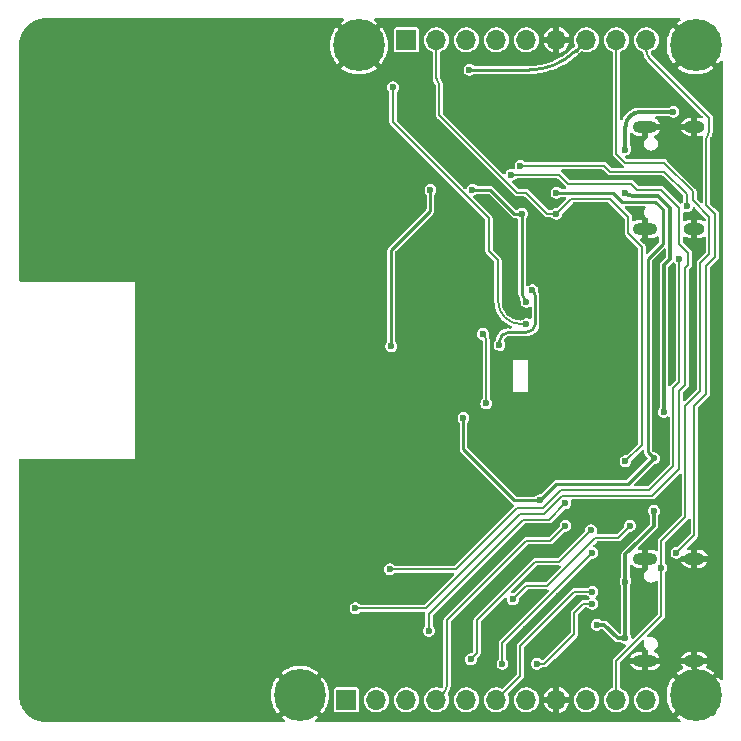
<source format=gbl>
G04 #@! TF.GenerationSoftware,KiCad,Pcbnew,(6.0.9)*
G04 #@! TF.CreationDate,2023-11-11T19:45:23+09:00*
G04 #@! TF.ProjectId,CLAS_Combo_Breakout,434c4153-5f43-46f6-9d62-6f5f42726561,rev?*
G04 #@! TF.SameCoordinates,Original*
G04 #@! TF.FileFunction,Copper,L4,Bot*
G04 #@! TF.FilePolarity,Positive*
%FSLAX46Y46*%
G04 Gerber Fmt 4.6, Leading zero omitted, Abs format (unit mm)*
G04 Created by KiCad (PCBNEW (6.0.9)) date 2023-11-11 19:45:23*
%MOMM*%
%LPD*%
G01*
G04 APERTURE LIST*
G04 #@! TA.AperFunction,ComponentPad*
%ADD10O,1.800000X1.000000*%
G04 #@! TD*
G04 #@! TA.AperFunction,ComponentPad*
%ADD11O,2.100000X1.000000*%
G04 #@! TD*
G04 #@! TA.AperFunction,ComponentPad*
%ADD12R,1.700000X1.700000*%
G04 #@! TD*
G04 #@! TA.AperFunction,ComponentPad*
%ADD13O,1.700000X1.700000*%
G04 #@! TD*
G04 #@! TA.AperFunction,ComponentPad*
%ADD14C,0.700000*%
G04 #@! TD*
G04 #@! TA.AperFunction,ComponentPad*
%ADD15C,4.400000*%
G04 #@! TD*
G04 #@! TA.AperFunction,ViaPad*
%ADD16C,0.600000*%
G04 #@! TD*
G04 #@! TA.AperFunction,ViaPad*
%ADD17C,0.500000*%
G04 #@! TD*
G04 #@! TA.AperFunction,ViaPad*
%ADD18C,0.700000*%
G04 #@! TD*
G04 #@! TA.AperFunction,Conductor*
%ADD19C,0.200000*%
G04 #@! TD*
G04 #@! TA.AperFunction,Conductor*
%ADD20C,0.250000*%
G04 #@! TD*
G04 #@! TA.AperFunction,Conductor*
%ADD21C,0.300000*%
G04 #@! TD*
G04 APERTURE END LIST*
D10*
X157400000Y-135972000D03*
X157400000Y-144612000D03*
D11*
X153220000Y-135972000D03*
X153220000Y-144612000D03*
D12*
X127940000Y-147912000D03*
D13*
X130480000Y-147912000D03*
X133020000Y-147912000D03*
X135560000Y-147912000D03*
X138100000Y-147912000D03*
X140640000Y-147912000D03*
X143180000Y-147912000D03*
X145720000Y-147912000D03*
X148260000Y-147912000D03*
X150800000Y-147912000D03*
X153340000Y-147912000D03*
D14*
X158666726Y-148666726D03*
X158666726Y-146333274D03*
X156333274Y-148666726D03*
X157500000Y-145850000D03*
D15*
X157500000Y-147500000D03*
D14*
X157500000Y-149150000D03*
X159150000Y-147500000D03*
X155850000Y-147500000D03*
X156333274Y-146333274D03*
D12*
X133020000Y-92032000D03*
D13*
X135560000Y-92032000D03*
X138100000Y-92032000D03*
X140640000Y-92032000D03*
X143180000Y-92032000D03*
X145720000Y-92032000D03*
X148260000Y-92032000D03*
X150800000Y-92032000D03*
X153340000Y-92032000D03*
D14*
X127350000Y-92500000D03*
X130166726Y-91333274D03*
X127833274Y-93666726D03*
X129000000Y-94150000D03*
X130650000Y-92500000D03*
X127833274Y-91333274D03*
X130166726Y-93666726D03*
D15*
X129000000Y-92500000D03*
D14*
X129000000Y-90850000D03*
D10*
X157400000Y-99396000D03*
X157400000Y-108036000D03*
D11*
X153220000Y-108036000D03*
X153220000Y-99396000D03*
D14*
X155850000Y-92500000D03*
X156333274Y-93666726D03*
X158666726Y-91333274D03*
X156333274Y-91333274D03*
D15*
X157500000Y-92500000D03*
D14*
X157500000Y-94150000D03*
X158666726Y-93666726D03*
X159150000Y-92500000D03*
X157500000Y-90850000D03*
D15*
X124000000Y-147500000D03*
D14*
X125166726Y-146333274D03*
X124000000Y-145850000D03*
X125650000Y-147500000D03*
X124000000Y-149150000D03*
X122833274Y-148666726D03*
X122833274Y-146333274D03*
X122350000Y-147500000D03*
X125166726Y-148666726D03*
D16*
X151943000Y-133180000D03*
X142037000Y-139403000D03*
X133248600Y-122791400D03*
X140716200Y-109304000D03*
X123650000Y-116190000D03*
X148225000Y-111325000D03*
X143561000Y-133434000D03*
X128730000Y-106030000D03*
X108410000Y-139050000D03*
X153975000Y-139276000D03*
X122375000Y-120850000D03*
X110950000Y-149210000D03*
X111775000Y-121000000D03*
X132004000Y-145372000D03*
X138658800Y-115450800D03*
X124250000Y-119150000D03*
X130784800Y-121089600D03*
X128730000Y-126350000D03*
X130988000Y-113876000D03*
X135814000Y-105494000D03*
X157023000Y-97874000D03*
X116125000Y-120850000D03*
X133655000Y-138387000D03*
X135560000Y-145118000D03*
X116030000Y-116190000D03*
X122380000Y-139050000D03*
X103350000Y-127800000D03*
X137084000Y-117940000D03*
X100790000Y-146670000D03*
X122380000Y-144130000D03*
X148225000Y-110712500D03*
X123000000Y-119150000D03*
X134544000Y-90790000D03*
X159210000Y-117460000D03*
X149530000Y-120099000D03*
X104650000Y-127800000D03*
X140005000Y-111336000D03*
X133832800Y-121089600D03*
X128830000Y-121630000D03*
X143611800Y-122131000D03*
X128625800Y-118930600D03*
X107900000Y-112200000D03*
D17*
X145730000Y-120310000D03*
D16*
X110300000Y-122800000D03*
X110550000Y-121175000D03*
X149022000Y-98382000D03*
X102700000Y-127800000D03*
X123650000Y-95870000D03*
X149276000Y-125306000D03*
X133223200Y-121089600D03*
X141783000Y-117559000D03*
D17*
X145650000Y-120880000D03*
D16*
X133401000Y-141943000D03*
X126190000Y-126350000D03*
X130327600Y-120683200D03*
X100790000Y-98410000D03*
X145313600Y-123985200D03*
X148225000Y-113162500D03*
X157150000Y-140038000D03*
X127940000Y-121496000D03*
X148125000Y-107025000D03*
X136677600Y-111844000D03*
X131038800Y-119921200D03*
X144196000Y-149210000D03*
X134188400Y-113825200D03*
X132512000Y-117432000D03*
X141605200Y-119616400D03*
X134290000Y-102446000D03*
X144450000Y-117178000D03*
X137338000Y-143848000D03*
X152324000Y-109939000D03*
X144577000Y-102065000D03*
X114875000Y-119150000D03*
X145233600Y-126694800D03*
X140386000Y-119616400D03*
X108410000Y-109840000D03*
X123650000Y-90790000D03*
X110300000Y-115250000D03*
X137592000Y-106510000D03*
X110300000Y-116550000D03*
X136554228Y-111221757D03*
X116125000Y-119150000D03*
X135077400Y-122791400D03*
X152324000Y-112860000D03*
X144221400Y-118829000D03*
X144958000Y-104097000D03*
X132639000Y-119619000D03*
X139878000Y-103462000D03*
X133782000Y-108923000D03*
X135941000Y-128989000D03*
X133549772Y-112466243D03*
X145085000Y-133434000D03*
X132512000Y-113876000D03*
X121750000Y-120850000D03*
X128321000Y-117178000D03*
X143307000Y-144483000D03*
X142392600Y-118829000D03*
X149612500Y-116800000D03*
X126125000Y-120850000D03*
X114250000Y-119150000D03*
X115500000Y-119150000D03*
X140386000Y-106256000D03*
X154610000Y-149210000D03*
X146990000Y-106510000D03*
X141275000Y-131275000D03*
X149276000Y-90790000D03*
X141605200Y-121343600D03*
X121125000Y-120850000D03*
X156007000Y-102573000D03*
X112750000Y-119150000D03*
X116030000Y-133970000D03*
X131750000Y-128989000D03*
X136449000Y-95334000D03*
X100790000Y-139050000D03*
X132512000Y-115654000D03*
X123650000Y-106030000D03*
X148006000Y-126322000D03*
X146990000Y-90790000D03*
X134188400Y-115552400D03*
X121110000Y-149210000D03*
X100790000Y-131430000D03*
X133020000Y-126830000D03*
X129464000Y-149210000D03*
X145974000Y-139149000D03*
X110300000Y-123450000D03*
X138100000Y-138514000D03*
X138100000Y-133180000D03*
X116750000Y-119150000D03*
X135814000Y-109304000D03*
X151562000Y-94064000D03*
X129972000Y-145118000D03*
X100790000Y-103490000D03*
X143942000Y-124036000D03*
X140005000Y-124290000D03*
X137338000Y-93429000D03*
X132639000Y-122791400D03*
X159210000Y-144765000D03*
X141910000Y-93556000D03*
X123650000Y-123810000D03*
X148006000Y-125306000D03*
X107900000Y-127800000D03*
X154813200Y-131452800D03*
X149530000Y-103462000D03*
X116030000Y-90790000D03*
X146010000Y-118450000D03*
X110300000Y-114600000D03*
X129180000Y-122120000D03*
X136554228Y-112466243D03*
X148225000Y-109487500D03*
X146130000Y-121180000D03*
X123650000Y-100950000D03*
X127460000Y-110475000D03*
X153086000Y-95842000D03*
X133782000Y-96858000D03*
X154356000Y-93302000D03*
X137211000Y-146515000D03*
X130988000Y-124544000D03*
X144837500Y-118800000D03*
X146990000Y-122766000D03*
X155981600Y-129446200D03*
X137338000Y-141816000D03*
X152324000Y-115908000D03*
X116030000Y-95870000D03*
X147040800Y-124594800D03*
X157277000Y-121369000D03*
X146685200Y-132240200D03*
X128702000Y-138514000D03*
X118000000Y-119150000D03*
X149787500Y-116212500D03*
X137084000Y-123528000D03*
X101425000Y-148575000D03*
X135306000Y-98890000D03*
X135915600Y-114282400D03*
D18*
X145140000Y-120530000D03*
D16*
X133782000Y-99906000D03*
X134137600Y-119819600D03*
X147387500Y-119637500D03*
X159210000Y-132700000D03*
X157150000Y-137244000D03*
X150038000Y-97366000D03*
X152324000Y-120988000D03*
X103330000Y-90790000D03*
X146850000Y-119940000D03*
X154127400Y-122791400D03*
X106600000Y-127800000D03*
X132512000Y-107907000D03*
X135674243Y-110341772D03*
X157277000Y-117432000D03*
X147879000Y-99525000D03*
X113490000Y-90790000D03*
X103350000Y-112200000D03*
X134188400Y-116771600D03*
X107250000Y-112200000D03*
X150038000Y-95461000D03*
X149022000Y-100922000D03*
X158321000Y-127747000D03*
X149911000Y-93810000D03*
X145085000Y-137117000D03*
X131750000Y-131402000D03*
X148006000Y-101938000D03*
X142926000Y-115146000D03*
X133274000Y-93810000D03*
X149937500Y-110712500D03*
X118625000Y-119150000D03*
X135941000Y-131021000D03*
X143180000Y-141943000D03*
X159210000Y-96505000D03*
X159210000Y-114920000D03*
X134188400Y-116162000D03*
X153594000Y-109507200D03*
X148225000Y-112550000D03*
X146736000Y-134196000D03*
X130210000Y-122730000D03*
X146736000Y-100668000D03*
X128702000Y-124036000D03*
X127460000Y-114285000D03*
X149937500Y-111325000D03*
X155499000Y-111463000D03*
X105300000Y-127800000D03*
X137592000Y-109304000D03*
X110300000Y-125400000D03*
X105870000Y-90790000D03*
X139878000Y-133180000D03*
X155626000Y-96604000D03*
X151562000Y-117432000D03*
X148260000Y-120988000D03*
X114875000Y-120850000D03*
X100790000Y-133970000D03*
X108410000Y-149210000D03*
X139878000Y-127592000D03*
X135052000Y-107653000D03*
X135687000Y-122791400D03*
X143688000Y-108923000D03*
X119875000Y-120850000D03*
X134188400Y-117990800D03*
X113490000Y-149210000D03*
X120500000Y-119150000D03*
X119840000Y-116190000D03*
X121125000Y-119150000D03*
X151054000Y-107780000D03*
X132004000Y-125687000D03*
X157404000Y-106764000D03*
X146532800Y-142019200D03*
X116030000Y-128890000D03*
X148010000Y-116210000D03*
X116030000Y-100950000D03*
X143180000Y-105875000D03*
X137846000Y-103970000D03*
X134467800Y-122791400D03*
X134188400Y-114942800D03*
X131750000Y-135974000D03*
X149087500Y-117900000D03*
X145212000Y-122766000D03*
X110300000Y-127350000D03*
X150800000Y-118956000D03*
X148768000Y-124036000D03*
X119250000Y-120850000D03*
X142545000Y-104097000D03*
X108550000Y-112200000D03*
X133782000Y-131021000D03*
X127000000Y-119150000D03*
X101400000Y-127800000D03*
X156261000Y-100287000D03*
X143611800Y-118829000D03*
X145466000Y-97874000D03*
X135179000Y-124544000D03*
X149890000Y-115610000D03*
X151968400Y-131300400D03*
X147020000Y-117750000D03*
X126825000Y-122540000D03*
X112125000Y-119150000D03*
X152984400Y-97416800D03*
X142164000Y-127592000D03*
X100790000Y-93330000D03*
X152324000Y-111336000D03*
X124250000Y-120850000D03*
X143561000Y-135339000D03*
X147430000Y-117290000D03*
X148162500Y-115612500D03*
X118570000Y-90790000D03*
X112220000Y-123810000D03*
X134429757Y-110341772D03*
X154610000Y-142324000D03*
X144196000Y-107018000D03*
X148225000Y-114387500D03*
X108410000Y-100950000D03*
X113500000Y-118450000D03*
X149937500Y-113162500D03*
X132029400Y-122791400D03*
X110300000Y-126700000D03*
X133782000Y-134577000D03*
X154127400Y-114790400D03*
X154942800Y-127416800D03*
X128448000Y-145880000D03*
X152324000Y-118956000D03*
X108410000Y-95870000D03*
X137592000Y-101176000D03*
X135941000Y-136101000D03*
X154610000Y-146642000D03*
X139370000Y-90790000D03*
X149937500Y-111937500D03*
X100790000Y-141590000D03*
X143002200Y-118829000D03*
X136830000Y-149210000D03*
X110300000Y-115900000D03*
X144069000Y-104986000D03*
X139370000Y-137244000D03*
X153086000Y-132418000D03*
X146287500Y-120187500D03*
X127375000Y-120850000D03*
X147120800Y-126694800D03*
X144221400Y-122131000D03*
X153086000Y-94064000D03*
X110300000Y-126050000D03*
X144831000Y-108923000D03*
X131419800Y-122791400D03*
X136449000Y-97493000D03*
X111550000Y-118875000D03*
X159210000Y-135240000D03*
X104000000Y-127800000D03*
X142164000Y-129878000D03*
X139878000Y-129878000D03*
X110300000Y-124100000D03*
X102050000Y-112200000D03*
X141706800Y-122131000D03*
X148330000Y-118860000D03*
X135052000Y-110218400D03*
X138100000Y-134958000D03*
X100790000Y-136510000D03*
X133858200Y-122791400D03*
X110300000Y-113950000D03*
X145720000Y-116416000D03*
X123650000Y-128890000D03*
X141656000Y-137244000D03*
X126190000Y-90790000D03*
X147880000Y-119270000D03*
X113000000Y-120850000D03*
X157381200Y-95311200D03*
X100790000Y-144130000D03*
X100790000Y-106030000D03*
X130988000Y-110320000D03*
X123650000Y-133970000D03*
X137973000Y-112098000D03*
X157785000Y-101811000D03*
X118000000Y-120850000D03*
X148225000Y-110100000D03*
X140386000Y-121343600D03*
X145466000Y-105875000D03*
X147371000Y-139530000D03*
X150546000Y-122512000D03*
X112375000Y-120850000D03*
X146990000Y-103462000D03*
X108410000Y-133970000D03*
X106600000Y-112200000D03*
X136830000Y-90790000D03*
X127305000Y-118194000D03*
X149375000Y-117362500D03*
X148225000Y-115000000D03*
X149072800Y-106154400D03*
X139293800Y-109304000D03*
X145313600Y-123375600D03*
X105950000Y-127800000D03*
X126317000Y-139558000D03*
X147760000Y-116770000D03*
X140894000Y-102446000D03*
X145974000Y-128862000D03*
X108410000Y-144130000D03*
X132004000Y-121089600D03*
X146482000Y-112098000D03*
X145440000Y-118670000D03*
X132512000Y-110320000D03*
X113625000Y-120850000D03*
X150038000Y-99906000D03*
X148737500Y-118400000D03*
X149937500Y-108875000D03*
X145466000Y-101176000D03*
X108410000Y-106030000D03*
X103330000Y-149210000D03*
X105300000Y-112200000D03*
X151308000Y-108923000D03*
X149937500Y-112550000D03*
X146609000Y-94445000D03*
X142392600Y-122131000D03*
X150038000Y-143848000D03*
X159210000Y-111491000D03*
X133782000Y-145626000D03*
X150546000Y-125306000D03*
X146530000Y-121640000D03*
X135915600Y-118143200D03*
X144805600Y-122308800D03*
X138354000Y-110574000D03*
X108410000Y-130160000D03*
X146820000Y-122180000D03*
X137973000Y-113622000D03*
X140640000Y-142070000D03*
X159210000Y-105776000D03*
X123625000Y-119150000D03*
X149937500Y-110100000D03*
X145466000Y-114130000D03*
X135179000Y-126830000D03*
X141529000Y-105113000D03*
X156134000Y-142578000D03*
X116030000Y-123810000D03*
X149937500Y-115000000D03*
X135941000Y-133180000D03*
X104000000Y-112200000D03*
X110925000Y-118825000D03*
X123650000Y-111110000D03*
X155499000Y-120607000D03*
X135915600Y-117533600D03*
X138100000Y-128100000D03*
X121110000Y-90790000D03*
X130810200Y-122791400D03*
X159210000Y-100442000D03*
X159210000Y-120000000D03*
X135915600Y-113672800D03*
X126750000Y-120850000D03*
X109850000Y-112200000D03*
X140995600Y-119616400D03*
X128625800Y-121064200D03*
X139878000Y-139022000D03*
X134188400Y-119210000D03*
X126125000Y-119150000D03*
X124875000Y-120850000D03*
X100790000Y-128890000D03*
X133020000Y-124544000D03*
D17*
X143637200Y-120480000D03*
D16*
X139116000Y-119337000D03*
X138608000Y-100160000D03*
X138100000Y-131021000D03*
X133782000Y-128989000D03*
X110300000Y-122150000D03*
X159210000Y-139685000D03*
X140436800Y-118752800D03*
X135306000Y-101430000D03*
X101425000Y-91425000D03*
X135814000Y-103970000D03*
X105950000Y-112200000D03*
X142037000Y-144610000D03*
X105870000Y-149210000D03*
X133528000Y-105748000D03*
X148225000Y-108875000D03*
X141402000Y-135212000D03*
X136296600Y-137548800D03*
X143002200Y-122131000D03*
X147879000Y-95207000D03*
X159210000Y-122540000D03*
X148514000Y-136990000D03*
X147040800Y-123375600D03*
X155499000Y-140800000D03*
X139370000Y-149210000D03*
X154254400Y-104020800D03*
X140995600Y-121343600D03*
X131394400Y-121089600D03*
X102700000Y-112200000D03*
X143586400Y-137548800D03*
X124875000Y-119150000D03*
X145313600Y-124594800D03*
X159210000Y-142225000D03*
X127333000Y-142606000D03*
X116030000Y-139050000D03*
X129650000Y-122500000D03*
X108410000Y-90790000D03*
X148260000Y-128862000D03*
X141910000Y-149210000D03*
X149937500Y-113775000D03*
X110300000Y-117850000D03*
X159210000Y-137145000D03*
X150038000Y-101938000D03*
X135915600Y-114892000D03*
X155626000Y-137879000D03*
X135915600Y-116924000D03*
X157556400Y-110345400D03*
X141706800Y-118829000D03*
X145466000Y-112352000D03*
X127968000Y-133716000D03*
X100790000Y-108570000D03*
X118570000Y-149210000D03*
X132613600Y-121089600D03*
X134137600Y-120480000D03*
X119875000Y-119150000D03*
X116030000Y-111110000D03*
X133426400Y-111844000D03*
X143815000Y-96477000D03*
X151054000Y-133053000D03*
X123625000Y-120850000D03*
X132512000Y-112098000D03*
X107250000Y-127800000D03*
X133274000Y-101430000D03*
X110300000Y-124750000D03*
X101400000Y-112200000D03*
X154356000Y-90790000D03*
X134290000Y-149210000D03*
X119250000Y-119150000D03*
X152324000Y-123020000D03*
X156896000Y-103589000D03*
X125500000Y-119150000D03*
X157785000Y-104478000D03*
X143053000Y-139403000D03*
X155499000Y-115908000D03*
X134188400Y-118600400D03*
X127968000Y-137018000D03*
X132286000Y-103490000D03*
X134188400Y-117381200D03*
X121750000Y-119150000D03*
X146540000Y-118140000D03*
X146482000Y-113622000D03*
X154127400Y-118905200D03*
X141605200Y-110497800D03*
X141529000Y-112352000D03*
X118625000Y-120850000D03*
X128730000Y-130160000D03*
X150037500Y-107025000D03*
X148225000Y-111937500D03*
X123000000Y-120850000D03*
X156261000Y-101430000D03*
X116030000Y-106030000D03*
X116030000Y-149210000D03*
X119840000Y-123810000D03*
X151968400Y-128506400D03*
X136830000Y-114638000D03*
X125500000Y-120850000D03*
X116030000Y-144130000D03*
X144323000Y-129878000D03*
X110300000Y-113300000D03*
X138354000Y-117940000D03*
X154152800Y-110853400D03*
X159210000Y-130083800D03*
X140513000Y-122258000D03*
X109200000Y-112200000D03*
X146482000Y-115146000D03*
X128095000Y-102220000D03*
X100790000Y-100950000D03*
X142672000Y-100160000D03*
X109850000Y-127800000D03*
X143180000Y-117559000D03*
X151562000Y-149210000D03*
X120500000Y-120850000D03*
X104650000Y-112200000D03*
X135179000Y-96096000D03*
X108550000Y-127800000D03*
X146482000Y-110447000D03*
X139878000Y-144356000D03*
X131750000Y-149210000D03*
X100790000Y-111110000D03*
X127460000Y-98410000D03*
X130988000Y-117178000D03*
X146177200Y-127338000D03*
X131115000Y-99271000D03*
X152324000Y-114384000D03*
X110300000Y-117200000D03*
X149937500Y-114387500D03*
X133782000Y-133180000D03*
X148006000Y-140800000D03*
X130734000Y-141308000D03*
X141910000Y-90790000D03*
X116750000Y-120850000D03*
X100790000Y-95870000D03*
X147040800Y-123985200D03*
X114250000Y-120850000D03*
X110950000Y-90790000D03*
X133549772Y-111221757D03*
X115500000Y-120850000D03*
X144196000Y-110447000D03*
X153187600Y-129370000D03*
X148768000Y-122512000D03*
X155626000Y-104859000D03*
X110300000Y-112650000D03*
X122375000Y-119150000D03*
X117375000Y-119150000D03*
X102050000Y-127800000D03*
X149937500Y-109487500D03*
X142164000Y-124036000D03*
X129845000Y-119083000D03*
X140894000Y-97874000D03*
X111175000Y-121175000D03*
X148225000Y-113775000D03*
X145085000Y-135339000D03*
X157277000Y-113495000D03*
X109200000Y-127800000D03*
X112220000Y-116190000D03*
X134442400Y-121089600D03*
X159210000Y-103109000D03*
X144450000Y-90790000D03*
X131115000Y-95080000D03*
X117375000Y-120850000D03*
X158067000Y-125461000D03*
X135052000Y-104732000D03*
X137846000Y-124036000D03*
X131737000Y-117968000D03*
X145720000Y-104986000D03*
X138608000Y-104732000D03*
X138354000Y-94572000D03*
X144323000Y-131021000D03*
X153975000Y-127465000D03*
X142799000Y-106764000D03*
X143180000Y-114196000D03*
X151562000Y-142692000D03*
X153975000Y-131910000D03*
X151562000Y-137892000D03*
X149149000Y-141562000D03*
X151562000Y-104986000D03*
X155626000Y-98128000D03*
X154813200Y-123528000D03*
X151562000Y-101316000D03*
X155880000Y-135466000D03*
X154610000Y-136736000D03*
X131877000Y-96033000D03*
X143180000Y-116096000D03*
X134925000Y-142070000D03*
X146482000Y-131275000D03*
X148641000Y-133561000D03*
X138481000Y-144483000D03*
X148768000Y-138768000D03*
X151562000Y-127719000D03*
X145720000Y-106764000D03*
X146482000Y-133180000D03*
X148768000Y-135466000D03*
X141148000Y-144864000D03*
X148768000Y-139784000D03*
X144069000Y-144864000D03*
X143688000Y-113241000D03*
X140894000Y-117874000D03*
X141910000Y-103462000D03*
X128702000Y-140165000D03*
X156134000Y-110574000D03*
X131623000Y-136863000D03*
X142672000Y-102700000D03*
X156769000Y-106129000D03*
X139497000Y-116924000D03*
X139776400Y-122816800D03*
D19*
X150927000Y-134196000D02*
X151943000Y-133180000D01*
X143180000Y-138260000D02*
X144958000Y-138260000D01*
X149022000Y-134196000D02*
X150927000Y-134196000D01*
X144958000Y-138260000D02*
X149022000Y-134196000D01*
X142037000Y-139403000D02*
X143180000Y-138260000D01*
D20*
X131737000Y-117968000D02*
X131737000Y-109825000D01*
X148260000Y-92032000D02*
X147336446Y-92955554D01*
X142164000Y-131021000D02*
X144323000Y-131021000D01*
X142799000Y-106764000D02*
X142799000Y-113276185D01*
X154102000Y-105748000D02*
X154737000Y-106383000D01*
X153467000Y-126957000D02*
X153975000Y-127465000D01*
X145720000Y-104986000D02*
X150546000Y-104986000D01*
X153467000Y-110574000D02*
X153467000Y-126957000D01*
X151816000Y-129624000D02*
X153975000Y-127465000D01*
X150546000Y-104986000D02*
X151308000Y-105748000D01*
X137846000Y-126703000D02*
X142164000Y-131021000D01*
X131737000Y-109825000D02*
X135052000Y-106510000D01*
X142799000Y-106764000D02*
X142164000Y-106764000D01*
X135052000Y-106510000D02*
X135052000Y-104732000D01*
X154737000Y-109304000D02*
X153467000Y-110574000D01*
X151308000Y-105748000D02*
X154102000Y-105748000D01*
X154737000Y-106383000D02*
X154737000Y-109304000D01*
X144323000Y-131021000D02*
X145720000Y-129624000D01*
X140132000Y-104732000D02*
X138608000Y-104732000D01*
X143434000Y-94572000D02*
X138354000Y-94572000D01*
X145720000Y-129624000D02*
X151816000Y-129624000D01*
X137846000Y-124036000D02*
X137846000Y-126703000D01*
X142164000Y-106764000D02*
X140132000Y-104732000D01*
X143179995Y-114196005D02*
G75*
G02*
X142799000Y-113276185I919805J919805D01*
G01*
X143434000Y-94571997D02*
G75*
G03*
X147336445Y-92955553I0J5518897D01*
G01*
D21*
X151562000Y-137892000D02*
X151562000Y-135593000D01*
X151562000Y-142692000D02*
X150914000Y-142692000D01*
X150914000Y-142692000D02*
X149784000Y-141562000D01*
X152705000Y-134450000D02*
X153975000Y-133180000D01*
X153975000Y-133180000D02*
X153975000Y-131910000D01*
X151562000Y-137892000D02*
X151562000Y-142692000D01*
X149784000Y-141562000D02*
X149149000Y-141562000D01*
X151562000Y-135593000D02*
X152705000Y-134450000D01*
X154813200Y-113012400D02*
X154813200Y-123528000D01*
X154356000Y-105240000D02*
X155372000Y-106256000D01*
X154813200Y-111132800D02*
X154813200Y-113012400D01*
X152175210Y-105240000D02*
X154356000Y-105240000D01*
X155372000Y-110574000D02*
X154813200Y-111132800D01*
X155372000Y-106256000D02*
X155372000Y-110574000D01*
X151562000Y-101316000D02*
X151562000Y-99398000D01*
X155626000Y-98128000D02*
X152832000Y-98128000D01*
X151562000Y-99398000D02*
G75*
G02*
X152832000Y-98128000I1270000J0D01*
G01*
X152175210Y-105239995D02*
G75*
G02*
X151562001Y-104985999I-10J867195D01*
G01*
D19*
X157404000Y-123020000D02*
X158420000Y-122004000D01*
X159182000Y-106764000D02*
X158420000Y-106002000D01*
X158674000Y-99726395D02*
X158674000Y-98636000D01*
X159182000Y-110447000D02*
X159182000Y-106764000D01*
X158420000Y-111209000D02*
X159182000Y-110447000D01*
X155880000Y-135466000D02*
X157404000Y-133942000D01*
X153340000Y-92942790D02*
X153340000Y-92032000D01*
X158674000Y-98636000D02*
X153594000Y-93556000D01*
X158420000Y-122004000D02*
X158420000Y-111209000D01*
X158420000Y-106002000D02*
X158420000Y-100339605D01*
X157404000Y-133942000D02*
X157404000Y-123020000D01*
X158673997Y-99726395D02*
G75*
G02*
X158546999Y-100032999I-433597J-5D01*
G01*
X153340005Y-92942790D02*
G75*
G03*
X153594001Y-93555999I867195J-10D01*
G01*
X158546998Y-100032998D02*
G75*
G03*
X158420000Y-100339605I306602J-306602D01*
G01*
X150800000Y-144610000D02*
X150800000Y-147912000D01*
X154610000Y-136736000D02*
X154610000Y-134450000D01*
X154864000Y-102446000D02*
X151562000Y-102446000D01*
X154610000Y-140800000D02*
X150800000Y-144610000D01*
X154610000Y-136736000D02*
X154610000Y-140800000D01*
X157277000Y-105621000D02*
X157277000Y-104859000D01*
X157277000Y-104859000D02*
X154864000Y-102446000D01*
X157912000Y-121750000D02*
X157912000Y-110955000D01*
X151562000Y-102446000D02*
X150800000Y-101684000D01*
X156642000Y-132418000D02*
X156642000Y-123020000D01*
X156642000Y-123020000D02*
X157912000Y-121750000D01*
X158674000Y-110193000D02*
X158674000Y-107018000D01*
X157912000Y-110955000D02*
X158674000Y-110193000D01*
X154610000Y-134450000D02*
X156642000Y-132418000D01*
X158674000Y-107018000D02*
X157277000Y-105621000D01*
X150800000Y-101684000D02*
X150800000Y-92032000D01*
X140005000Y-109939000D02*
X140767000Y-110701000D01*
X142733000Y-116096000D02*
X143180000Y-116096000D01*
X140005000Y-107145000D02*
X140005000Y-109939000D01*
X140767000Y-110701000D02*
X140767000Y-114130000D01*
X131877000Y-96033000D02*
X131877000Y-99017000D01*
X131877000Y-99017000D02*
X140005000Y-107145000D01*
X142733000Y-116096000D02*
G75*
G02*
X140767000Y-114130000I0J1966000D01*
G01*
X142926000Y-132672000D02*
X134925000Y-140673000D01*
X145085000Y-132672000D02*
X142926000Y-132672000D01*
X134925000Y-140673000D02*
X134925000Y-142070000D01*
X146482000Y-131275000D02*
X145085000Y-132672000D01*
X138989000Y-143975000D02*
X138481000Y-144483000D01*
X138989000Y-141181000D02*
X138989000Y-143975000D01*
X145974000Y-136228000D02*
X143942000Y-136228000D01*
X148641000Y-133561000D02*
X145974000Y-136228000D01*
X143942000Y-136228000D02*
X138989000Y-141181000D01*
X147244000Y-138768000D02*
X148768000Y-138768000D01*
X142672000Y-143340000D02*
X147244000Y-138768000D01*
X142672000Y-145880000D02*
X142672000Y-143340000D01*
X140640000Y-147912000D02*
X142672000Y-145880000D01*
X152959000Y-126322000D02*
X151562000Y-127719000D01*
X135814000Y-95894605D02*
X135814000Y-98382000D01*
X146990000Y-105494000D02*
X150292000Y-105494000D01*
X151816000Y-108415000D02*
X152959000Y-109558000D01*
X152959000Y-109558000D02*
X152959000Y-126322000D01*
X150292000Y-105494000D02*
X151816000Y-107018000D01*
X142418000Y-104986000D02*
X143180000Y-104986000D01*
X143180000Y-104986000D02*
X144958000Y-106764000D01*
X151816000Y-107018000D02*
X151816000Y-108415000D01*
X135814000Y-98382000D02*
X142418000Y-104986000D01*
X145720000Y-106764000D02*
X146990000Y-105494000D01*
X135560000Y-92032000D02*
X135560000Y-95281395D01*
X144958000Y-106764000D02*
X145720000Y-106764000D01*
X135686998Y-95588002D02*
G75*
G02*
X135560000Y-95281395I306602J306602D01*
G01*
X135813997Y-95894605D02*
G75*
G03*
X135686999Y-95588001I-433597J5D01*
G01*
X143180000Y-134450000D02*
X145212000Y-134450000D01*
X145212000Y-134450000D02*
X146482000Y-133180000D01*
X136449000Y-146642000D02*
X136449000Y-141181000D01*
X136449000Y-141181000D02*
X143180000Y-134450000D01*
X135560000Y-147912000D02*
X136179592Y-147292408D01*
X136449004Y-146642000D02*
G75*
G02*
X136179592Y-147292408I-919804J0D01*
G01*
X148768000Y-135466000D02*
X141148000Y-143086000D01*
X141148000Y-143086000D02*
X141148000Y-144864000D01*
X148006000Y-139784000D02*
X148768000Y-139784000D01*
X147244000Y-140546000D02*
X148006000Y-139784000D01*
X147244000Y-142324000D02*
X147244000Y-140546000D01*
X144703999Y-144864000D02*
X147244000Y-142324000D01*
X144069000Y-144864000D02*
X144703999Y-144864000D01*
D20*
X143942000Y-116035000D02*
X143942000Y-113854210D01*
X141656000Y-116797000D02*
X143180000Y-116797000D01*
X140894000Y-117874000D02*
X140894000Y-117559000D01*
X143942000Y-116035000D02*
G75*
G02*
X143180000Y-116797000I-762000J0D01*
G01*
X143688003Y-113240997D02*
G75*
G02*
X143942000Y-113854210I-613203J-613203D01*
G01*
X141656000Y-116797000D02*
G75*
G03*
X140894000Y-117559000I0J-762000D01*
G01*
D19*
X156134000Y-121750000D02*
X156134000Y-128354000D01*
X154610000Y-104732000D02*
X156134000Y-106256000D01*
X141910000Y-103462000D02*
X145974000Y-103462000D01*
X152070000Y-104224000D02*
X152578000Y-104732000D01*
X152578000Y-104732000D02*
X154610000Y-104732000D01*
X144704000Y-132164000D02*
X142672000Y-132164000D01*
X156896000Y-110066000D02*
X156896000Y-111082000D01*
X156134000Y-106256000D02*
X156134000Y-109304000D01*
X145974000Y-103462000D02*
X146736000Y-104224000D01*
X156134000Y-128354000D02*
X153848000Y-130640000D01*
X156642000Y-111336000D02*
X156642000Y-121242000D01*
X153848000Y-130640000D02*
X146228000Y-130640000D01*
X134671000Y-140165000D02*
X128702000Y-140165000D01*
X156896000Y-111082000D02*
X156642000Y-111336000D01*
X156642000Y-121242000D02*
X156134000Y-121750000D01*
X142672000Y-132164000D02*
X134671000Y-140165000D01*
X156134000Y-109304000D02*
X156896000Y-110066000D01*
X146736000Y-104224000D02*
X152070000Y-104224000D01*
X146228000Y-130640000D02*
X144704000Y-132164000D01*
X156134000Y-120988000D02*
X156134000Y-110574000D01*
X144577000Y-131656000D02*
X142418000Y-131656000D01*
X146101000Y-130132000D02*
X144577000Y-131656000D01*
X153594000Y-130132000D02*
X146101000Y-130132000D01*
X137211000Y-136863000D02*
X131623000Y-136863000D01*
X155626000Y-128100000D02*
X153594000Y-130132000D01*
X155626000Y-121496000D02*
X156134000Y-120988000D01*
X142418000Y-131656000D02*
X137211000Y-136863000D01*
X155626000Y-121496000D02*
X155626000Y-128100000D01*
X149784000Y-102700000D02*
X150292000Y-103208000D01*
X154864000Y-103208000D02*
X156769000Y-105113000D01*
X142672000Y-102700000D02*
X149784000Y-102700000D01*
X150292000Y-103208000D02*
X154864000Y-103208000D01*
X156769000Y-105113000D02*
X156769000Y-106129000D01*
X139776400Y-122816800D02*
X139776400Y-117598531D01*
X139497009Y-116923991D02*
G75*
G02*
X139776400Y-117598531I-674509J-674509D01*
G01*
G04 #@! TA.AperFunction,Conductor*
G36*
X127670329Y-90220502D02*
G01*
X127716822Y-90274158D01*
X127726926Y-90344432D01*
X127697432Y-90409012D01*
X127676269Y-90428436D01*
X127465837Y-90581324D01*
X127457414Y-90592248D01*
X127464317Y-90605107D01*
X128987188Y-92127978D01*
X129001132Y-92135592D01*
X129002965Y-92135461D01*
X129009580Y-92131210D01*
X130536006Y-90604784D01*
X130542619Y-90592673D01*
X130533792Y-90581055D01*
X130323731Y-90428436D01*
X130280377Y-90372214D01*
X130274302Y-90301477D01*
X130307434Y-90238686D01*
X130369254Y-90203774D01*
X130397792Y-90200500D01*
X156102208Y-90200500D01*
X156170329Y-90220502D01*
X156216822Y-90274158D01*
X156226926Y-90344432D01*
X156197432Y-90409012D01*
X156176269Y-90428436D01*
X155965837Y-90581324D01*
X155957414Y-90592248D01*
X155964317Y-90605107D01*
X159392791Y-94033581D01*
X159406053Y-94040823D01*
X159416158Y-94033634D01*
X159486730Y-93948326D01*
X159491375Y-93941933D01*
X159567115Y-93822586D01*
X159620504Y-93775787D01*
X159690719Y-93765282D01*
X159755467Y-93794406D01*
X159794191Y-93853912D01*
X159799500Y-93890100D01*
X159799500Y-146109900D01*
X159779498Y-146178021D01*
X159725842Y-146224514D01*
X159655568Y-146234618D01*
X159590988Y-146205124D01*
X159567115Y-146177414D01*
X159491375Y-146058067D01*
X159486730Y-146051674D01*
X159417150Y-145967565D01*
X159404631Y-145959110D01*
X159393894Y-145965316D01*
X155963994Y-149395216D01*
X155957381Y-149407327D01*
X155966208Y-149418945D01*
X156176269Y-149571564D01*
X156219623Y-149627786D01*
X156225698Y-149698523D01*
X156192566Y-149761314D01*
X156130746Y-149796226D01*
X156102208Y-149799500D01*
X125397792Y-149799500D01*
X125329671Y-149779498D01*
X125283178Y-149725842D01*
X125273074Y-149655568D01*
X125302568Y-149590988D01*
X125323731Y-149571564D01*
X125534163Y-149418676D01*
X125542586Y-149407752D01*
X125535683Y-149394893D01*
X124012812Y-147872022D01*
X123998868Y-147864408D01*
X123997035Y-147864539D01*
X123990420Y-147868790D01*
X122463994Y-149395216D01*
X122457381Y-149407327D01*
X122466208Y-149418945D01*
X122676269Y-149571564D01*
X122719623Y-149627786D01*
X122725698Y-149698523D01*
X122692566Y-149761314D01*
X122630746Y-149796226D01*
X122602208Y-149799500D01*
X102537080Y-149799500D01*
X102519759Y-149797534D01*
X102514190Y-149797524D01*
X102500359Y-149794344D01*
X102486517Y-149797477D01*
X102472329Y-149797452D01*
X102472330Y-149796703D01*
X102464390Y-149797346D01*
X102230433Y-149783194D01*
X102215329Y-149781360D01*
X101957192Y-149734055D01*
X101942419Y-149730414D01*
X101840077Y-149698523D01*
X101691855Y-149652335D01*
X101677637Y-149646943D01*
X101438319Y-149539234D01*
X101424848Y-149532164D01*
X101200259Y-149396395D01*
X101187737Y-149387752D01*
X101007620Y-149246639D01*
X100981143Y-149225896D01*
X100969755Y-149215806D01*
X100784194Y-149030245D01*
X100774104Y-149018857D01*
X100698265Y-148922056D01*
X100612247Y-148812262D01*
X100603605Y-148799741D01*
X100588527Y-148774798D01*
X100467835Y-148575151D01*
X100460765Y-148561679D01*
X100448739Y-148534958D01*
X100353057Y-148322363D01*
X100347663Y-148308140D01*
X100337805Y-148276502D01*
X100269586Y-148057581D01*
X100265945Y-148042808D01*
X100218640Y-147784671D01*
X100216806Y-147769567D01*
X100202692Y-147536242D01*
X100203288Y-147514226D01*
X100204042Y-147507677D01*
X100204904Y-147503958D01*
X121541397Y-147503958D01*
X121560288Y-147804213D01*
X121561281Y-147812076D01*
X121617653Y-148107591D01*
X121619624Y-148115268D01*
X121712591Y-148401391D01*
X121715506Y-148408754D01*
X121843604Y-148680975D01*
X121847416Y-148687908D01*
X122008625Y-148941933D01*
X122013270Y-148948326D01*
X122082850Y-149032435D01*
X122095369Y-149040890D01*
X122106106Y-149034684D01*
X123627978Y-147512812D01*
X123634356Y-147501132D01*
X124364408Y-147501132D01*
X124364539Y-147502965D01*
X124368790Y-147509580D01*
X125892791Y-149033581D01*
X125906053Y-149040823D01*
X125916158Y-149033634D01*
X125986730Y-148948326D01*
X125991375Y-148941933D01*
X126093031Y-148781748D01*
X126889500Y-148781748D01*
X126890707Y-148787816D01*
X126894331Y-148806033D01*
X126901133Y-148840231D01*
X126945448Y-148906552D01*
X126955761Y-148913443D01*
X126998399Y-148941933D01*
X127011769Y-148950867D01*
X127023938Y-148953288D01*
X127023939Y-148953288D01*
X127064184Y-148961293D01*
X127070252Y-148962500D01*
X128809748Y-148962500D01*
X128815816Y-148961293D01*
X128856061Y-148953288D01*
X128856062Y-148953288D01*
X128868231Y-148950867D01*
X128881602Y-148941933D01*
X128924239Y-148913443D01*
X128934552Y-148906552D01*
X128978867Y-148840231D01*
X128985670Y-148806033D01*
X128989293Y-148787816D01*
X128990500Y-148781748D01*
X128990500Y-147897262D01*
X129424520Y-147897262D01*
X129425036Y-147903406D01*
X129440863Y-148091878D01*
X129441759Y-148102553D01*
X129443458Y-148108478D01*
X129465147Y-148184115D01*
X129498544Y-148300586D01*
X129501359Y-148306063D01*
X129501360Y-148306066D01*
X129558751Y-148417737D01*
X129592712Y-148483818D01*
X129720677Y-148645270D01*
X129725370Y-148649264D01*
X129725371Y-148649265D01*
X129866779Y-148769612D01*
X129877564Y-148778791D01*
X129882942Y-148781797D01*
X129882944Y-148781798D01*
X129921342Y-148803258D01*
X130057398Y-148879297D01*
X130141280Y-148906552D01*
X130247471Y-148941056D01*
X130247475Y-148941057D01*
X130253329Y-148942959D01*
X130457894Y-148967351D01*
X130464029Y-148966879D01*
X130464031Y-148966879D01*
X130536625Y-148961293D01*
X130663300Y-148951546D01*
X130669230Y-148949890D01*
X130669232Y-148949890D01*
X130855797Y-148897800D01*
X130855796Y-148897800D01*
X130861725Y-148896145D01*
X130867214Y-148893372D01*
X130867220Y-148893370D01*
X131040116Y-148806033D01*
X131045610Y-148803258D01*
X131079405Y-148776855D01*
X131178182Y-148699682D01*
X131207951Y-148676424D01*
X131306996Y-148561679D01*
X131338540Y-148525134D01*
X131338540Y-148525133D01*
X131342564Y-148520472D01*
X131363387Y-148483818D01*
X131406029Y-148408754D01*
X131444323Y-148341344D01*
X131509351Y-148145863D01*
X131535171Y-147941474D01*
X131535583Y-147912000D01*
X131534138Y-147897262D01*
X131964520Y-147897262D01*
X131965036Y-147903406D01*
X131980863Y-148091878D01*
X131981759Y-148102553D01*
X131983458Y-148108478D01*
X132005147Y-148184115D01*
X132038544Y-148300586D01*
X132041359Y-148306063D01*
X132041360Y-148306066D01*
X132098751Y-148417737D01*
X132132712Y-148483818D01*
X132260677Y-148645270D01*
X132265370Y-148649264D01*
X132265371Y-148649265D01*
X132406779Y-148769612D01*
X132417564Y-148778791D01*
X132422942Y-148781797D01*
X132422944Y-148781798D01*
X132461342Y-148803258D01*
X132597398Y-148879297D01*
X132681280Y-148906552D01*
X132787471Y-148941056D01*
X132787475Y-148941057D01*
X132793329Y-148942959D01*
X132997894Y-148967351D01*
X133004029Y-148966879D01*
X133004031Y-148966879D01*
X133076625Y-148961293D01*
X133203300Y-148951546D01*
X133209230Y-148949890D01*
X133209232Y-148949890D01*
X133395797Y-148897800D01*
X133395796Y-148897800D01*
X133401725Y-148896145D01*
X133407214Y-148893372D01*
X133407220Y-148893370D01*
X133580116Y-148806033D01*
X133585610Y-148803258D01*
X133619405Y-148776855D01*
X133718182Y-148699682D01*
X133747951Y-148676424D01*
X133846996Y-148561679D01*
X133878540Y-148525134D01*
X133878540Y-148525133D01*
X133882564Y-148520472D01*
X133903387Y-148483818D01*
X133946029Y-148408754D01*
X133984323Y-148341344D01*
X134049351Y-148145863D01*
X134075171Y-147941474D01*
X134075583Y-147912000D01*
X134074138Y-147897262D01*
X134504520Y-147897262D01*
X134505036Y-147903406D01*
X134520863Y-148091878D01*
X134521759Y-148102553D01*
X134523458Y-148108478D01*
X134545147Y-148184115D01*
X134578544Y-148300586D01*
X134581359Y-148306063D01*
X134581360Y-148306066D01*
X134638751Y-148417737D01*
X134672712Y-148483818D01*
X134800677Y-148645270D01*
X134805370Y-148649264D01*
X134805371Y-148649265D01*
X134946779Y-148769612D01*
X134957564Y-148778791D01*
X134962942Y-148781797D01*
X134962944Y-148781798D01*
X135001342Y-148803258D01*
X135137398Y-148879297D01*
X135221280Y-148906552D01*
X135327471Y-148941056D01*
X135327475Y-148941057D01*
X135333329Y-148942959D01*
X135537894Y-148967351D01*
X135544029Y-148966879D01*
X135544031Y-148966879D01*
X135616625Y-148961293D01*
X135743300Y-148951546D01*
X135749230Y-148949890D01*
X135749232Y-148949890D01*
X135935797Y-148897800D01*
X135935796Y-148897800D01*
X135941725Y-148896145D01*
X135947214Y-148893372D01*
X135947220Y-148893370D01*
X136120116Y-148806033D01*
X136125610Y-148803258D01*
X136159405Y-148776855D01*
X136258182Y-148699682D01*
X136287951Y-148676424D01*
X136386996Y-148561679D01*
X136418540Y-148525134D01*
X136418540Y-148525133D01*
X136422564Y-148520472D01*
X136443387Y-148483818D01*
X136486029Y-148408754D01*
X136524323Y-148341344D01*
X136589351Y-148145863D01*
X136615171Y-147941474D01*
X136615583Y-147912000D01*
X136614138Y-147897262D01*
X137044520Y-147897262D01*
X137045036Y-147903406D01*
X137060863Y-148091878D01*
X137061759Y-148102553D01*
X137063458Y-148108478D01*
X137085147Y-148184115D01*
X137118544Y-148300586D01*
X137121359Y-148306063D01*
X137121360Y-148306066D01*
X137178751Y-148417737D01*
X137212712Y-148483818D01*
X137340677Y-148645270D01*
X137345370Y-148649264D01*
X137345371Y-148649265D01*
X137486779Y-148769612D01*
X137497564Y-148778791D01*
X137502942Y-148781797D01*
X137502944Y-148781798D01*
X137541342Y-148803258D01*
X137677398Y-148879297D01*
X137761280Y-148906552D01*
X137867471Y-148941056D01*
X137867475Y-148941057D01*
X137873329Y-148942959D01*
X138077894Y-148967351D01*
X138084029Y-148966879D01*
X138084031Y-148966879D01*
X138156625Y-148961293D01*
X138283300Y-148951546D01*
X138289230Y-148949890D01*
X138289232Y-148949890D01*
X138475797Y-148897800D01*
X138475796Y-148897800D01*
X138481725Y-148896145D01*
X138487214Y-148893372D01*
X138487220Y-148893370D01*
X138660116Y-148806033D01*
X138665610Y-148803258D01*
X138699405Y-148776855D01*
X138798182Y-148699682D01*
X138827951Y-148676424D01*
X138926996Y-148561679D01*
X138958540Y-148525134D01*
X138958540Y-148525133D01*
X138962564Y-148520472D01*
X138983387Y-148483818D01*
X139026029Y-148408754D01*
X139064323Y-148341344D01*
X139129351Y-148145863D01*
X139155171Y-147941474D01*
X139155583Y-147912000D01*
X139154138Y-147897262D01*
X139584520Y-147897262D01*
X139585036Y-147903406D01*
X139600863Y-148091878D01*
X139601759Y-148102553D01*
X139603458Y-148108478D01*
X139625147Y-148184115D01*
X139658544Y-148300586D01*
X139661359Y-148306063D01*
X139661360Y-148306066D01*
X139718751Y-148417737D01*
X139752712Y-148483818D01*
X139880677Y-148645270D01*
X139885370Y-148649264D01*
X139885371Y-148649265D01*
X140026779Y-148769612D01*
X140037564Y-148778791D01*
X140042942Y-148781797D01*
X140042944Y-148781798D01*
X140081342Y-148803258D01*
X140217398Y-148879297D01*
X140301280Y-148906552D01*
X140407471Y-148941056D01*
X140407475Y-148941057D01*
X140413329Y-148942959D01*
X140617894Y-148967351D01*
X140624029Y-148966879D01*
X140624031Y-148966879D01*
X140696625Y-148961293D01*
X140823300Y-148951546D01*
X140829230Y-148949890D01*
X140829232Y-148949890D01*
X141015797Y-148897800D01*
X141015796Y-148897800D01*
X141021725Y-148896145D01*
X141027214Y-148893372D01*
X141027220Y-148893370D01*
X141200116Y-148806033D01*
X141205610Y-148803258D01*
X141239405Y-148776855D01*
X141338182Y-148699682D01*
X141367951Y-148676424D01*
X141466996Y-148561679D01*
X141498540Y-148525134D01*
X141498540Y-148525133D01*
X141502564Y-148520472D01*
X141523387Y-148483818D01*
X141566029Y-148408754D01*
X141604323Y-148341344D01*
X141669351Y-148145863D01*
X141695171Y-147941474D01*
X141695583Y-147912000D01*
X141694138Y-147897262D01*
X142124520Y-147897262D01*
X142125036Y-147903406D01*
X142140863Y-148091878D01*
X142141759Y-148102553D01*
X142143458Y-148108478D01*
X142165147Y-148184115D01*
X142198544Y-148300586D01*
X142201359Y-148306063D01*
X142201360Y-148306066D01*
X142258751Y-148417737D01*
X142292712Y-148483818D01*
X142420677Y-148645270D01*
X142425370Y-148649264D01*
X142425371Y-148649265D01*
X142566779Y-148769612D01*
X142577564Y-148778791D01*
X142582942Y-148781797D01*
X142582944Y-148781798D01*
X142621342Y-148803258D01*
X142757398Y-148879297D01*
X142841280Y-148906552D01*
X142947471Y-148941056D01*
X142947475Y-148941057D01*
X142953329Y-148942959D01*
X143157894Y-148967351D01*
X143164029Y-148966879D01*
X143164031Y-148966879D01*
X143236625Y-148961293D01*
X143363300Y-148951546D01*
X143369230Y-148949890D01*
X143369232Y-148949890D01*
X143555797Y-148897800D01*
X143555796Y-148897800D01*
X143561725Y-148896145D01*
X143567214Y-148893372D01*
X143567220Y-148893370D01*
X143740116Y-148806033D01*
X143745610Y-148803258D01*
X143779405Y-148776855D01*
X143878182Y-148699682D01*
X143907951Y-148676424D01*
X144006996Y-148561679D01*
X144038540Y-148525134D01*
X144038540Y-148525133D01*
X144042564Y-148520472D01*
X144063387Y-148483818D01*
X144106029Y-148408754D01*
X144144323Y-148341344D01*
X144198340Y-148178962D01*
X144648671Y-148178962D01*
X144673443Y-148276502D01*
X144677284Y-148287348D01*
X144757394Y-148461120D01*
X144763145Y-148471081D01*
X144873579Y-148627343D01*
X144881057Y-148636098D01*
X145018114Y-148769612D01*
X145027058Y-148776855D01*
X145186156Y-148883161D01*
X145196266Y-148888651D01*
X145372077Y-148964185D01*
X145383020Y-148967740D01*
X145448332Y-148982519D01*
X145462405Y-148981630D01*
X145465828Y-148972681D01*
X145974000Y-148972681D01*
X145977966Y-148986187D01*
X145986672Y-148987433D01*
X146165497Y-148926730D01*
X146175994Y-148922056D01*
X146342958Y-148828552D01*
X146352430Y-148822042D01*
X146499553Y-148699682D01*
X146507682Y-148691553D01*
X146630042Y-148544430D01*
X146636552Y-148534958D01*
X146730056Y-148367994D01*
X146734730Y-148357497D01*
X146795443Y-148178644D01*
X146794210Y-148169993D01*
X146780642Y-148166000D01*
X145992115Y-148166000D01*
X145976876Y-148170475D01*
X145975671Y-148171865D01*
X145974000Y-148179548D01*
X145974000Y-148972681D01*
X145465828Y-148972681D01*
X145466000Y-148972232D01*
X145466000Y-148184115D01*
X145461525Y-148168876D01*
X145460135Y-148167671D01*
X145452452Y-148166000D01*
X144663494Y-148166000D01*
X144649963Y-148169973D01*
X144648671Y-148178962D01*
X144198340Y-148178962D01*
X144209351Y-148145863D01*
X144235171Y-147941474D01*
X144235583Y-147912000D01*
X144234138Y-147897262D01*
X147204520Y-147897262D01*
X147205036Y-147903406D01*
X147220863Y-148091878D01*
X147221759Y-148102553D01*
X147223458Y-148108478D01*
X147245147Y-148184115D01*
X147278544Y-148300586D01*
X147281359Y-148306063D01*
X147281360Y-148306066D01*
X147338751Y-148417737D01*
X147372712Y-148483818D01*
X147500677Y-148645270D01*
X147505370Y-148649264D01*
X147505371Y-148649265D01*
X147646779Y-148769612D01*
X147657564Y-148778791D01*
X147662942Y-148781797D01*
X147662944Y-148781798D01*
X147701342Y-148803258D01*
X147837398Y-148879297D01*
X147921280Y-148906552D01*
X148027471Y-148941056D01*
X148027475Y-148941057D01*
X148033329Y-148942959D01*
X148237894Y-148967351D01*
X148244029Y-148966879D01*
X148244031Y-148966879D01*
X148316625Y-148961293D01*
X148443300Y-148951546D01*
X148449230Y-148949890D01*
X148449232Y-148949890D01*
X148635797Y-148897800D01*
X148635796Y-148897800D01*
X148641725Y-148896145D01*
X148647214Y-148893372D01*
X148647220Y-148893370D01*
X148820116Y-148806033D01*
X148825610Y-148803258D01*
X148859405Y-148776855D01*
X148958182Y-148699682D01*
X148987951Y-148676424D01*
X149086996Y-148561679D01*
X149118540Y-148525134D01*
X149118540Y-148525133D01*
X149122564Y-148520472D01*
X149143387Y-148483818D01*
X149186029Y-148408754D01*
X149224323Y-148341344D01*
X149289351Y-148145863D01*
X149315171Y-147941474D01*
X149315583Y-147912000D01*
X149295480Y-147706970D01*
X149235935Y-147509749D01*
X149139218Y-147327849D01*
X149033093Y-147197727D01*
X149012906Y-147172975D01*
X149012903Y-147172972D01*
X149009011Y-147168200D01*
X148969595Y-147135592D01*
X148855025Y-147040811D01*
X148855021Y-147040809D01*
X148850275Y-147036882D01*
X148690063Y-146950256D01*
X148674474Y-146941827D01*
X148669055Y-146938897D01*
X148472254Y-146877977D01*
X148466129Y-146877333D01*
X148466128Y-146877333D01*
X148273498Y-146857087D01*
X148273496Y-146857087D01*
X148267369Y-146856443D01*
X148180529Y-146864346D01*
X148068342Y-146874555D01*
X148068339Y-146874556D01*
X148062203Y-146875114D01*
X147864572Y-146933280D01*
X147682002Y-147028726D01*
X147677201Y-147032586D01*
X147677198Y-147032588D01*
X147526254Y-147153950D01*
X147521447Y-147157815D01*
X147389024Y-147315630D01*
X147386056Y-147321028D01*
X147386053Y-147321033D01*
X147337113Y-147410056D01*
X147289776Y-147496162D01*
X147227484Y-147692532D01*
X147226798Y-147698649D01*
X147226797Y-147698653D01*
X147214957Y-147804213D01*
X147204520Y-147897262D01*
X144234138Y-147897262D01*
X144215480Y-147706970D01*
X144199729Y-147654799D01*
X144647943Y-147654799D01*
X144654675Y-147658000D01*
X145447885Y-147658000D01*
X145463124Y-147653525D01*
X145464329Y-147652135D01*
X145466000Y-147644452D01*
X145466000Y-147639885D01*
X145974000Y-147639885D01*
X145978475Y-147655124D01*
X145979865Y-147656329D01*
X145987548Y-147658000D01*
X146777398Y-147658000D01*
X146790929Y-147654027D01*
X146792098Y-147645892D01*
X146756658Y-147520231D01*
X146752533Y-147509484D01*
X146667903Y-147337871D01*
X146661893Y-147328063D01*
X146547400Y-147174739D01*
X146539710Y-147166199D01*
X146399192Y-147036304D01*
X146390067Y-147029303D01*
X146228236Y-146927195D01*
X146217989Y-146921974D01*
X146040260Y-146851068D01*
X146029232Y-146847801D01*
X145991769Y-146840350D01*
X145978894Y-146841502D01*
X145974000Y-146856658D01*
X145974000Y-147639885D01*
X145466000Y-147639885D01*
X145466000Y-146853500D01*
X145462194Y-146840538D01*
X145447279Y-146838602D01*
X145438732Y-146840071D01*
X145427620Y-146843048D01*
X145248095Y-146909279D01*
X145237717Y-146914229D01*
X145073273Y-147012063D01*
X145063961Y-147018829D01*
X144920097Y-147144994D01*
X144912180Y-147153337D01*
X144793718Y-147303605D01*
X144787450Y-147313256D01*
X144698358Y-147482592D01*
X144693953Y-147493227D01*
X144648162Y-147640698D01*
X144647943Y-147654799D01*
X144199729Y-147654799D01*
X144155935Y-147509749D01*
X144059218Y-147327849D01*
X143953093Y-147197727D01*
X143932906Y-147172975D01*
X143932903Y-147172972D01*
X143929011Y-147168200D01*
X143889595Y-147135592D01*
X143775025Y-147040811D01*
X143775021Y-147040809D01*
X143770275Y-147036882D01*
X143610063Y-146950256D01*
X143594474Y-146941827D01*
X143589055Y-146938897D01*
X143392254Y-146877977D01*
X143386129Y-146877333D01*
X143386128Y-146877333D01*
X143193498Y-146857087D01*
X143193496Y-146857087D01*
X143187369Y-146856443D01*
X143100529Y-146864346D01*
X142988342Y-146874555D01*
X142988339Y-146874556D01*
X142982203Y-146875114D01*
X142784572Y-146933280D01*
X142602002Y-147028726D01*
X142597201Y-147032586D01*
X142597198Y-147032588D01*
X142446254Y-147153950D01*
X142441447Y-147157815D01*
X142309024Y-147315630D01*
X142306056Y-147321028D01*
X142306053Y-147321033D01*
X142257113Y-147410056D01*
X142209776Y-147496162D01*
X142147484Y-147692532D01*
X142146798Y-147698649D01*
X142146797Y-147698653D01*
X142134957Y-147804213D01*
X142124520Y-147897262D01*
X141694138Y-147897262D01*
X141675480Y-147706970D01*
X141615935Y-147509749D01*
X141613043Y-147504310D01*
X141613042Y-147504307D01*
X141608083Y-147494981D01*
X141593763Y-147425444D01*
X141619310Y-147359203D01*
X141630239Y-147346732D01*
X142847452Y-146129519D01*
X142849486Y-146127763D01*
X142854269Y-146125425D01*
X142887573Y-146089523D01*
X142890853Y-146086118D01*
X142904248Y-146072723D01*
X142906972Y-146068753D01*
X142909297Y-146066105D01*
X142922492Y-146051881D01*
X142922494Y-146051878D01*
X142930401Y-146043354D01*
X142934711Y-146032550D01*
X142937233Y-146028561D01*
X142942994Y-146017773D01*
X142944911Y-146013448D01*
X142951492Y-146003854D01*
X142957183Y-145979873D01*
X142962748Y-145962276D01*
X142968588Y-145947638D01*
X142968589Y-145947635D01*
X142971883Y-145939378D01*
X142972500Y-145933085D01*
X142972500Y-145930006D01*
X142972650Y-145926933D01*
X142972866Y-145926944D01*
X142974198Y-145915569D01*
X142974654Y-145906254D01*
X142977340Y-145894934D01*
X142973651Y-145867827D01*
X142972500Y-145850836D01*
X142972500Y-143516661D01*
X142992502Y-143448540D01*
X143009405Y-143427566D01*
X147331567Y-139105405D01*
X147393879Y-139071379D01*
X147420662Y-139068500D01*
X148308021Y-139068500D01*
X148376142Y-139088502D01*
X148404470Y-139113422D01*
X148430970Y-139144948D01*
X148438447Y-139149925D01*
X148438449Y-139149927D01*
X148469562Y-139170638D01*
X148515184Y-139225036D01*
X148524154Y-139295463D01*
X148493624Y-139359560D01*
X148466980Y-139382084D01*
X148440280Y-139398930D01*
X148434338Y-139405658D01*
X148403208Y-139440907D01*
X148343123Y-139478725D01*
X148308766Y-139483500D01*
X148058370Y-139483500D01*
X148055695Y-139483304D01*
X148050658Y-139481574D01*
X148001730Y-139483411D01*
X147997003Y-139483500D01*
X147978052Y-139483500D01*
X147973319Y-139484382D01*
X147969792Y-139484610D01*
X147950420Y-139485337D01*
X147950418Y-139485338D01*
X147938792Y-139485774D01*
X147928100Y-139490368D01*
X147923497Y-139491405D01*
X147911786Y-139494962D01*
X147907383Y-139496661D01*
X147895947Y-139498791D01*
X147875212Y-139511572D01*
X147874961Y-139511727D01*
X147858589Y-139520231D01*
X147844109Y-139526452D01*
X147844104Y-139526455D01*
X147835937Y-139529964D01*
X147831051Y-139533977D01*
X147828868Y-139536160D01*
X147826592Y-139538224D01*
X147826446Y-139538063D01*
X147817461Y-139545165D01*
X147810554Y-139551429D01*
X147800652Y-139557532D01*
X147784091Y-139579311D01*
X147772896Y-139592132D01*
X147068545Y-140296484D01*
X147066515Y-140298237D01*
X147061731Y-140300575D01*
X147053819Y-140309104D01*
X147053818Y-140309105D01*
X147028427Y-140336477D01*
X147025147Y-140339882D01*
X147011752Y-140353277D01*
X147009028Y-140357247D01*
X147006703Y-140359895D01*
X146993508Y-140374119D01*
X146993506Y-140374122D01*
X146985599Y-140382646D01*
X146981289Y-140393450D01*
X146978767Y-140397439D01*
X146973006Y-140408227D01*
X146971089Y-140412552D01*
X146964508Y-140422146D01*
X146961822Y-140433465D01*
X146961821Y-140433467D01*
X146958817Y-140446127D01*
X146953252Y-140463724D01*
X146947412Y-140478362D01*
X146944117Y-140486622D01*
X146943500Y-140492915D01*
X146943500Y-140495994D01*
X146943350Y-140499067D01*
X146943134Y-140499056D01*
X146941802Y-140510431D01*
X146941346Y-140519746D01*
X146938660Y-140531066D01*
X146940229Y-140542595D01*
X146940229Y-140542596D01*
X146942349Y-140558173D01*
X146943500Y-140575164D01*
X146943500Y-142147339D01*
X146923498Y-142215460D01*
X146906595Y-142236434D01*
X144617083Y-144525945D01*
X144554771Y-144559971D01*
X144483955Y-144554906D01*
X144432534Y-144519096D01*
X144407262Y-144489765D01*
X144407258Y-144489761D01*
X144401400Y-144482963D01*
X144281095Y-144404985D01*
X144143739Y-144363907D01*
X144134763Y-144363852D01*
X144134762Y-144363852D01*
X144074555Y-144363484D01*
X144000376Y-144363031D01*
X143862529Y-144402428D01*
X143741280Y-144478930D01*
X143646377Y-144586388D01*
X143585447Y-144716163D01*
X143563391Y-144857823D01*
X143564555Y-144866725D01*
X143564555Y-144866728D01*
X143571657Y-144921034D01*
X143581980Y-144999979D01*
X143639720Y-145131203D01*
X143645497Y-145138076D01*
X143645498Y-145138077D01*
X143702548Y-145205946D01*
X143731970Y-145240948D01*
X143851313Y-145320390D01*
X143988157Y-145363142D01*
X143997129Y-145363306D01*
X143997132Y-145363307D01*
X144062463Y-145364504D01*
X144131499Y-145365770D01*
X144140533Y-145363307D01*
X144261158Y-145330421D01*
X144261160Y-145330420D01*
X144269817Y-145328060D01*
X144391991Y-145253045D01*
X144402941Y-145240948D01*
X144434623Y-145205946D01*
X144495166Y-145168864D01*
X144528039Y-145164500D01*
X144651633Y-145164500D01*
X144654306Y-145164696D01*
X144659341Y-145166425D01*
X144670963Y-145165989D01*
X144670965Y-145165989D01*
X144708254Y-145164589D01*
X144712980Y-145164500D01*
X144731947Y-145164500D01*
X144736682Y-145163618D01*
X144740208Y-145163390D01*
X144743948Y-145163249D01*
X144771207Y-145162226D01*
X144781892Y-145157636D01*
X144786492Y-145156599D01*
X144798213Y-145153038D01*
X144802616Y-145151339D01*
X144814052Y-145149209D01*
X144835040Y-145136272D01*
X144851410Y-145127769D01*
X144865887Y-145121549D01*
X144865891Y-145121547D01*
X144874062Y-145118036D01*
X144878948Y-145114022D01*
X144881133Y-145111837D01*
X144883396Y-145109785D01*
X144883541Y-145109945D01*
X144892548Y-145102825D01*
X144899443Y-145096573D01*
X144909347Y-145090468D01*
X144925915Y-145068680D01*
X144937109Y-145055861D01*
X145554852Y-144438119D01*
X147419456Y-142573516D01*
X147421487Y-142571762D01*
X147426269Y-142569425D01*
X147435970Y-142558968D01*
X147459560Y-142533537D01*
X147462840Y-142530132D01*
X147476248Y-142516724D01*
X147478978Y-142512745D01*
X147481286Y-142510116D01*
X147502401Y-142487354D01*
X147506712Y-142476547D01*
X147509238Y-142472552D01*
X147515001Y-142461758D01*
X147516912Y-142457446D01*
X147523492Y-142447854D01*
X147529183Y-142423873D01*
X147534748Y-142406276D01*
X147540588Y-142391638D01*
X147540589Y-142391635D01*
X147543883Y-142383378D01*
X147544500Y-142377085D01*
X147544500Y-142374006D01*
X147544650Y-142370933D01*
X147544866Y-142370944D01*
X147546198Y-142359569D01*
X147546654Y-142350254D01*
X147549340Y-142338934D01*
X147545651Y-142311827D01*
X147544500Y-142294836D01*
X147544500Y-140722661D01*
X147564502Y-140654540D01*
X147581405Y-140633566D01*
X148093566Y-140121405D01*
X148155878Y-140087379D01*
X148182661Y-140084500D01*
X148308021Y-140084500D01*
X148376142Y-140104502D01*
X148404470Y-140129422D01*
X148430970Y-140160948D01*
X148550313Y-140240390D01*
X148687157Y-140283142D01*
X148696129Y-140283306D01*
X148696132Y-140283307D01*
X148761463Y-140284504D01*
X148830499Y-140285770D01*
X148839533Y-140283307D01*
X148960158Y-140250421D01*
X148960160Y-140250420D01*
X148968817Y-140248060D01*
X149090991Y-140173045D01*
X149187200Y-140066754D01*
X149249710Y-139937733D01*
X149273496Y-139796354D01*
X149273647Y-139784000D01*
X149258335Y-139677077D01*
X149254596Y-139650968D01*
X149254595Y-139650965D01*
X149253323Y-139642082D01*
X149193984Y-139511572D01*
X149170369Y-139484166D01*
X149106260Y-139409763D01*
X149106257Y-139409760D01*
X149100400Y-139402963D01*
X149068561Y-139382326D01*
X149022277Y-139328490D01*
X149012446Y-139258178D01*
X149042190Y-139193712D01*
X149071164Y-139169219D01*
X149083342Y-139161742D01*
X149083344Y-139161740D01*
X149090991Y-139157045D01*
X149187200Y-139050754D01*
X149249710Y-138921733D01*
X149273496Y-138780354D01*
X149273647Y-138768000D01*
X149253323Y-138626082D01*
X149240285Y-138597405D01*
X149230615Y-138576139D01*
X149193984Y-138495572D01*
X149170369Y-138468166D01*
X149106260Y-138393763D01*
X149106257Y-138393760D01*
X149100400Y-138386963D01*
X148980095Y-138308985D01*
X148842739Y-138267907D01*
X148833763Y-138267852D01*
X148833762Y-138267852D01*
X148773555Y-138267484D01*
X148699376Y-138267031D01*
X148561529Y-138306428D01*
X148440280Y-138382930D01*
X148434338Y-138389658D01*
X148403208Y-138424907D01*
X148343123Y-138462725D01*
X148308766Y-138467500D01*
X147296366Y-138467500D01*
X147293693Y-138467304D01*
X147288658Y-138465575D01*
X147277036Y-138466011D01*
X147277034Y-138466011D01*
X147239744Y-138467411D01*
X147235018Y-138467500D01*
X147216052Y-138467500D01*
X147211317Y-138468381D01*
X147207790Y-138468610D01*
X147203254Y-138468780D01*
X147176791Y-138469774D01*
X147166104Y-138474366D01*
X147161492Y-138475405D01*
X147149800Y-138478957D01*
X147145383Y-138480661D01*
X147133947Y-138482791D01*
X147113212Y-138495572D01*
X147112961Y-138495727D01*
X147096589Y-138504231D01*
X147082112Y-138510451D01*
X147082108Y-138510453D01*
X147073937Y-138513964D01*
X147069051Y-138517978D01*
X147066866Y-138520163D01*
X147064603Y-138522215D01*
X147064458Y-138522055D01*
X147055451Y-138529175D01*
X147048556Y-138535427D01*
X147038652Y-138541532D01*
X147022084Y-138563320D01*
X147010890Y-138576139D01*
X142496548Y-143090481D01*
X142494514Y-143092237D01*
X142489731Y-143094575D01*
X142481819Y-143103104D01*
X142481818Y-143103105D01*
X142456427Y-143130477D01*
X142453147Y-143133882D01*
X142439752Y-143147277D01*
X142437028Y-143151247D01*
X142434703Y-143153895D01*
X142421508Y-143168119D01*
X142421506Y-143168122D01*
X142413599Y-143176646D01*
X142409289Y-143187450D01*
X142406767Y-143191439D01*
X142401006Y-143202227D01*
X142399089Y-143206552D01*
X142392508Y-143216146D01*
X142389822Y-143227465D01*
X142389821Y-143227467D01*
X142386817Y-143240127D01*
X142381252Y-143257724D01*
X142375412Y-143272362D01*
X142372117Y-143280622D01*
X142371500Y-143286915D01*
X142371500Y-143289994D01*
X142371350Y-143293067D01*
X142371134Y-143293056D01*
X142369802Y-143304431D01*
X142369346Y-143313746D01*
X142366660Y-143325066D01*
X142368229Y-143336595D01*
X142368229Y-143336596D01*
X142370349Y-143352173D01*
X142371500Y-143369164D01*
X142371500Y-145703339D01*
X142351498Y-145771460D01*
X142334595Y-145792434D01*
X141205734Y-146921295D01*
X141143422Y-146955321D01*
X141072607Y-146950256D01*
X141056717Y-146943039D01*
X141054480Y-146941830D01*
X141054478Y-146941829D01*
X141049055Y-146938897D01*
X140852254Y-146877977D01*
X140846129Y-146877333D01*
X140846128Y-146877333D01*
X140653498Y-146857087D01*
X140653496Y-146857087D01*
X140647369Y-146856443D01*
X140560529Y-146864346D01*
X140448342Y-146874555D01*
X140448339Y-146874556D01*
X140442203Y-146875114D01*
X140244572Y-146933280D01*
X140062002Y-147028726D01*
X140057201Y-147032586D01*
X140057198Y-147032588D01*
X139906254Y-147153950D01*
X139901447Y-147157815D01*
X139769024Y-147315630D01*
X139766056Y-147321028D01*
X139766053Y-147321033D01*
X139717113Y-147410056D01*
X139669776Y-147496162D01*
X139607484Y-147692532D01*
X139606798Y-147698649D01*
X139606797Y-147698653D01*
X139594957Y-147804213D01*
X139584520Y-147897262D01*
X139154138Y-147897262D01*
X139135480Y-147706970D01*
X139075935Y-147509749D01*
X138979218Y-147327849D01*
X138873093Y-147197727D01*
X138852906Y-147172975D01*
X138852903Y-147172972D01*
X138849011Y-147168200D01*
X138809595Y-147135592D01*
X138695025Y-147040811D01*
X138695021Y-147040809D01*
X138690275Y-147036882D01*
X138530063Y-146950256D01*
X138514474Y-146941827D01*
X138509055Y-146938897D01*
X138312254Y-146877977D01*
X138306129Y-146877333D01*
X138306128Y-146877333D01*
X138113498Y-146857087D01*
X138113496Y-146857087D01*
X138107369Y-146856443D01*
X138020529Y-146864346D01*
X137908342Y-146874555D01*
X137908339Y-146874556D01*
X137902203Y-146875114D01*
X137704572Y-146933280D01*
X137522002Y-147028726D01*
X137517201Y-147032586D01*
X137517198Y-147032588D01*
X137366254Y-147153950D01*
X137361447Y-147157815D01*
X137229024Y-147315630D01*
X137226056Y-147321028D01*
X137226053Y-147321033D01*
X137177113Y-147410056D01*
X137129776Y-147496162D01*
X137067484Y-147692532D01*
X137066798Y-147698649D01*
X137066797Y-147698653D01*
X137054957Y-147804213D01*
X137044520Y-147897262D01*
X136614138Y-147897262D01*
X136595480Y-147706970D01*
X136535935Y-147509749D01*
X136533046Y-147504315D01*
X136533042Y-147504306D01*
X136519901Y-147479593D01*
X136505581Y-147410056D01*
X136523719Y-147354606D01*
X136619856Y-147197727D01*
X136621749Y-147193156D01*
X136621752Y-147193151D01*
X136691472Y-147024836D01*
X136693365Y-147020266D01*
X136694519Y-147015460D01*
X136737051Y-146838304D01*
X136737052Y-146838298D01*
X136738206Y-146833491D01*
X136748292Y-146705343D01*
X136748925Y-146701382D01*
X136748883Y-146701378D01*
X136749199Y-146698151D01*
X136749500Y-146695085D01*
X136749500Y-146691999D01*
X136749650Y-146688933D01*
X136749736Y-146688937D01*
X136749888Y-146685055D01*
X136752109Y-146656835D01*
X136752221Y-146655954D01*
X136752221Y-146655411D01*
X136752584Y-146650799D01*
X136754136Y-146642000D01*
X136751414Y-146626563D01*
X136749500Y-146604683D01*
X136749500Y-144476823D01*
X137975391Y-144476823D01*
X137976555Y-144485725D01*
X137976555Y-144485728D01*
X137981814Y-144525945D01*
X137993980Y-144618979D01*
X138051720Y-144750203D01*
X138057497Y-144757076D01*
X138057498Y-144757077D01*
X138064792Y-144765754D01*
X138143970Y-144859948D01*
X138263313Y-144939390D01*
X138400157Y-144982142D01*
X138409129Y-144982306D01*
X138409132Y-144982307D01*
X138474463Y-144983504D01*
X138543499Y-144984770D01*
X138552533Y-144982307D01*
X138673158Y-144949421D01*
X138673160Y-144949420D01*
X138681817Y-144947060D01*
X138803991Y-144872045D01*
X138900200Y-144765754D01*
X138962710Y-144636733D01*
X138986496Y-144495354D01*
X138986647Y-144483000D01*
X138985958Y-144478186D01*
X138985957Y-144478177D01*
X138985475Y-144474810D01*
X138985656Y-144473556D01*
X138985641Y-144473323D01*
X138985690Y-144473320D01*
X138995623Y-144404543D01*
X139021109Y-144367862D01*
X139164452Y-144224519D01*
X139166486Y-144222763D01*
X139171269Y-144220425D01*
X139204573Y-144184523D01*
X139207853Y-144181118D01*
X139221247Y-144167724D01*
X139223969Y-144163755D01*
X139226291Y-144161111D01*
X139239488Y-144146885D01*
X139239490Y-144146882D01*
X139247401Y-144138354D01*
X139251713Y-144127547D01*
X139254235Y-144123557D01*
X139259994Y-144112773D01*
X139261911Y-144108448D01*
X139268492Y-144098854D01*
X139274183Y-144074873D01*
X139279748Y-144057276D01*
X139285588Y-144042638D01*
X139285589Y-144042635D01*
X139288883Y-144034378D01*
X139289500Y-144028085D01*
X139289500Y-144025006D01*
X139289650Y-144021933D01*
X139289866Y-144021944D01*
X139291198Y-144010569D01*
X139291654Y-144001254D01*
X139294340Y-143989934D01*
X139290651Y-143962827D01*
X139289500Y-143945836D01*
X139289500Y-141357661D01*
X139309502Y-141289540D01*
X139326405Y-141268566D01*
X141319856Y-139275115D01*
X141382168Y-139241089D01*
X141452983Y-139246154D01*
X141509819Y-139288701D01*
X141534630Y-139355221D01*
X141533451Y-139383590D01*
X141531391Y-139396823D01*
X141532555Y-139405725D01*
X141532555Y-139405728D01*
X141540685Y-139467901D01*
X141549980Y-139538979D01*
X141607720Y-139670203D01*
X141613497Y-139677076D01*
X141613498Y-139677077D01*
X141635635Y-139703412D01*
X141699970Y-139779948D01*
X141819313Y-139859390D01*
X141956157Y-139902142D01*
X141965129Y-139902306D01*
X141965132Y-139902307D01*
X142030463Y-139903504D01*
X142099499Y-139904770D01*
X142108533Y-139902307D01*
X142229158Y-139869421D01*
X142229160Y-139869420D01*
X142237817Y-139867060D01*
X142359991Y-139792045D01*
X142367307Y-139783963D01*
X142440217Y-139703412D01*
X142456200Y-139685754D01*
X142507774Y-139579305D01*
X142514795Y-139564814D01*
X142514795Y-139564813D01*
X142518710Y-139556733D01*
X142542496Y-139415354D01*
X142542647Y-139403000D01*
X142541958Y-139398186D01*
X142541957Y-139398177D01*
X142541475Y-139394810D01*
X142541656Y-139393556D01*
X142541641Y-139393323D01*
X142541690Y-139393320D01*
X142551623Y-139324543D01*
X142577109Y-139287862D01*
X143267566Y-138597405D01*
X143329878Y-138563379D01*
X143356661Y-138560500D01*
X144905634Y-138560500D01*
X144908307Y-138560696D01*
X144913342Y-138562425D01*
X144924964Y-138561989D01*
X144924966Y-138561989D01*
X144937400Y-138561522D01*
X144938730Y-138561472D01*
X145007553Y-138578904D01*
X145056026Y-138630778D01*
X145068758Y-138700624D01*
X145041709Y-138766265D01*
X145032551Y-138776478D01*
X140972548Y-142836481D01*
X140970514Y-142838237D01*
X140965731Y-142840575D01*
X140957819Y-142849104D01*
X140957818Y-142849105D01*
X140932427Y-142876477D01*
X140929147Y-142879882D01*
X140915752Y-142893277D01*
X140913028Y-142897247D01*
X140910703Y-142899895D01*
X140897508Y-142914119D01*
X140897506Y-142914122D01*
X140889599Y-142922646D01*
X140885289Y-142933450D01*
X140882767Y-142937439D01*
X140877006Y-142948227D01*
X140875089Y-142952552D01*
X140868508Y-142962146D01*
X140865822Y-142973465D01*
X140865821Y-142973467D01*
X140862817Y-142986127D01*
X140857252Y-143003724D01*
X140851412Y-143018362D01*
X140848117Y-143026622D01*
X140847500Y-143032915D01*
X140847500Y-143035994D01*
X140847350Y-143039067D01*
X140847134Y-143039056D01*
X140845802Y-143050431D01*
X140845346Y-143059746D01*
X140842660Y-143071066D01*
X140844229Y-143082595D01*
X140844229Y-143082596D01*
X140846349Y-143098173D01*
X140847500Y-143115164D01*
X140847500Y-144400435D01*
X140827498Y-144468556D01*
X140815943Y-144483841D01*
X140725377Y-144586388D01*
X140664447Y-144716163D01*
X140642391Y-144857823D01*
X140643555Y-144866725D01*
X140643555Y-144866728D01*
X140650657Y-144921034D01*
X140660980Y-144999979D01*
X140718720Y-145131203D01*
X140724497Y-145138076D01*
X140724498Y-145138077D01*
X140781548Y-145205946D01*
X140810970Y-145240948D01*
X140930313Y-145320390D01*
X141067157Y-145363142D01*
X141076129Y-145363306D01*
X141076132Y-145363307D01*
X141141463Y-145364504D01*
X141210499Y-145365770D01*
X141219533Y-145363307D01*
X141340158Y-145330421D01*
X141340160Y-145330420D01*
X141348817Y-145328060D01*
X141470991Y-145253045D01*
X141483860Y-145238828D01*
X141561178Y-145153407D01*
X141567200Y-145146754D01*
X141629710Y-145017733D01*
X141653496Y-144876354D01*
X141653583Y-144869236D01*
X141653588Y-144868859D01*
X141653588Y-144868854D01*
X141653647Y-144864000D01*
X141638335Y-144757077D01*
X141634596Y-144730968D01*
X141634595Y-144730965D01*
X141633323Y-144722082D01*
X141573984Y-144591572D01*
X141480400Y-144482963D01*
X141482932Y-144480781D01*
X141453491Y-144434645D01*
X141448500Y-144399535D01*
X141448500Y-143262661D01*
X141468502Y-143194540D01*
X141485405Y-143173566D01*
X148655844Y-136003128D01*
X148718156Y-135969102D01*
X148747248Y-135966244D01*
X148784431Y-135966925D01*
X148830499Y-135967770D01*
X148839533Y-135965307D01*
X148960158Y-135932421D01*
X148960160Y-135932420D01*
X148968817Y-135930060D01*
X149090991Y-135855045D01*
X149187200Y-135748754D01*
X149249710Y-135619733D01*
X149273496Y-135478354D01*
X149273647Y-135466000D01*
X149261687Y-135382487D01*
X149254596Y-135332968D01*
X149254595Y-135332965D01*
X149253323Y-135324082D01*
X149193984Y-135193572D01*
X149173103Y-135169338D01*
X149106260Y-135091763D01*
X149106257Y-135091760D01*
X149100400Y-135084963D01*
X148980095Y-135006985D01*
X148917509Y-134988268D01*
X148857975Y-134949587D01*
X148828805Y-134884860D01*
X148839259Y-134814637D01*
X148864515Y-134778456D01*
X149109566Y-134533405D01*
X149171878Y-134499379D01*
X149198661Y-134496500D01*
X150874634Y-134496500D01*
X150877307Y-134496696D01*
X150882342Y-134498425D01*
X150893964Y-134497989D01*
X150893966Y-134497989D01*
X150931255Y-134496589D01*
X150935981Y-134496500D01*
X150954948Y-134496500D01*
X150959683Y-134495618D01*
X150963209Y-134495390D01*
X150966949Y-134495249D01*
X150994208Y-134494226D01*
X151004893Y-134489636D01*
X151009493Y-134488599D01*
X151021214Y-134485038D01*
X151025617Y-134483339D01*
X151037053Y-134481209D01*
X151058041Y-134468272D01*
X151074411Y-134459769D01*
X151088888Y-134453549D01*
X151088892Y-134453547D01*
X151097063Y-134450036D01*
X151101949Y-134446022D01*
X151104134Y-134443837D01*
X151106397Y-134441785D01*
X151106542Y-134441945D01*
X151115549Y-134434825D01*
X151122444Y-134428573D01*
X151132348Y-134422468D01*
X151148916Y-134400680D01*
X151160110Y-134387861D01*
X151830843Y-133717128D01*
X151893155Y-133683102D01*
X151922247Y-133680244D01*
X151959711Y-133680930D01*
X152005499Y-133681770D01*
X152014163Y-133679408D01*
X152135158Y-133646421D01*
X152135160Y-133646420D01*
X152143817Y-133644060D01*
X152265991Y-133569045D01*
X152362200Y-133462754D01*
X152398334Y-133388173D01*
X152420795Y-133341814D01*
X152420795Y-133341813D01*
X152424710Y-133333733D01*
X152448496Y-133192354D01*
X152448647Y-133180000D01*
X152433141Y-133071723D01*
X152429596Y-133046968D01*
X152429595Y-133046965D01*
X152428323Y-133038082D01*
X152415285Y-133009405D01*
X152399182Y-132973989D01*
X152368984Y-132907572D01*
X152331320Y-132863861D01*
X152281260Y-132805763D01*
X152281257Y-132805760D01*
X152275400Y-132798963D01*
X152155095Y-132720985D01*
X152017739Y-132679907D01*
X152008763Y-132679852D01*
X152008762Y-132679852D01*
X151948555Y-132679484D01*
X151874376Y-132679031D01*
X151736529Y-132718428D01*
X151615280Y-132794930D01*
X151520377Y-132902388D01*
X151459447Y-133032163D01*
X151454980Y-133060852D01*
X151448977Y-133099412D01*
X151437391Y-133173823D01*
X151439179Y-133187493D01*
X151439383Y-133189052D01*
X151428384Y-133259192D01*
X151403542Y-133294487D01*
X150839434Y-133858595D01*
X150777122Y-133892621D01*
X150750339Y-133895500D01*
X149236157Y-133895500D01*
X149168036Y-133875498D01*
X149121543Y-133821842D01*
X149111439Y-133751568D01*
X149116122Y-133731191D01*
X149118797Y-133722810D01*
X149122710Y-133714733D01*
X149146496Y-133573354D01*
X149146647Y-133561000D01*
X149130995Y-133451705D01*
X149127596Y-133427968D01*
X149127595Y-133427965D01*
X149126323Y-133419082D01*
X149066984Y-133288572D01*
X149048598Y-133267234D01*
X148979260Y-133186763D01*
X148979257Y-133186760D01*
X148973400Y-133179963D01*
X148853095Y-133101985D01*
X148715739Y-133060907D01*
X148706763Y-133060852D01*
X148706762Y-133060852D01*
X148646555Y-133060484D01*
X148572376Y-133060031D01*
X148434529Y-133099428D01*
X148313280Y-133175930D01*
X148218377Y-133283388D01*
X148157447Y-133413163D01*
X148135391Y-133554823D01*
X148137383Y-133570054D01*
X148126384Y-133640191D01*
X148101542Y-133675486D01*
X145886434Y-135890595D01*
X145824122Y-135924620D01*
X145797339Y-135927500D01*
X143994366Y-135927500D01*
X143991693Y-135927304D01*
X143986658Y-135925575D01*
X143975036Y-135926011D01*
X143975034Y-135926011D01*
X143937745Y-135927411D01*
X143933019Y-135927500D01*
X143914052Y-135927500D01*
X143909317Y-135928382D01*
X143905791Y-135928610D01*
X143902051Y-135928751D01*
X143874792Y-135929774D01*
X143864107Y-135934364D01*
X143859507Y-135935401D01*
X143847786Y-135938962D01*
X143843383Y-135940661D01*
X143831947Y-135942791D01*
X143810961Y-135955727D01*
X143794589Y-135964231D01*
X143780109Y-135970452D01*
X143780104Y-135970455D01*
X143771937Y-135973964D01*
X143767051Y-135977977D01*
X143764868Y-135980160D01*
X143762592Y-135982224D01*
X143762446Y-135982063D01*
X143753461Y-135989165D01*
X143746554Y-135995428D01*
X143736652Y-136001532D01*
X143729611Y-136010792D01*
X143720094Y-136023307D01*
X143708893Y-136036135D01*
X138813548Y-140931481D01*
X138811514Y-140933237D01*
X138806731Y-140935575D01*
X138798819Y-140944104D01*
X138798818Y-140944105D01*
X138773427Y-140971477D01*
X138770147Y-140974882D01*
X138756752Y-140988277D01*
X138754028Y-140992247D01*
X138751703Y-140994895D01*
X138738508Y-141009119D01*
X138738506Y-141009122D01*
X138730599Y-141017646D01*
X138726289Y-141028450D01*
X138723767Y-141032439D01*
X138718006Y-141043227D01*
X138716089Y-141047552D01*
X138709508Y-141057146D01*
X138706822Y-141068465D01*
X138706821Y-141068467D01*
X138703817Y-141081127D01*
X138698252Y-141098724D01*
X138695662Y-141105217D01*
X138689117Y-141121622D01*
X138688500Y-141127915D01*
X138688500Y-141130994D01*
X138688350Y-141134067D01*
X138688134Y-141134056D01*
X138686802Y-141145431D01*
X138686346Y-141154746D01*
X138683660Y-141166066D01*
X138685229Y-141177595D01*
X138685229Y-141177596D01*
X138687349Y-141193173D01*
X138688500Y-141210164D01*
X138688500Y-143798339D01*
X138668498Y-143866460D01*
X138651595Y-143887434D01*
X138593344Y-143945685D01*
X138531032Y-143979711D01*
X138503482Y-143982588D01*
X138412376Y-143982031D01*
X138274529Y-144021428D01*
X138153280Y-144097930D01*
X138058377Y-144205388D01*
X137997447Y-144335163D01*
X137992980Y-144363852D01*
X137976832Y-144467570D01*
X137975391Y-144476823D01*
X136749500Y-144476823D01*
X136749500Y-141357661D01*
X136769502Y-141289540D01*
X136786405Y-141268566D01*
X143267566Y-134787405D01*
X143329878Y-134753379D01*
X143356661Y-134750500D01*
X145159634Y-134750500D01*
X145162307Y-134750696D01*
X145167342Y-134752425D01*
X145178964Y-134751989D01*
X145178966Y-134751989D01*
X145216255Y-134750589D01*
X145220981Y-134750500D01*
X145239948Y-134750500D01*
X145244683Y-134749618D01*
X145248209Y-134749390D01*
X145251949Y-134749249D01*
X145279208Y-134748226D01*
X145289893Y-134743636D01*
X145294493Y-134742599D01*
X145306214Y-134739038D01*
X145310617Y-134737339D01*
X145322053Y-134735209D01*
X145343041Y-134722272D01*
X145359411Y-134713769D01*
X145373888Y-134707549D01*
X145373892Y-134707547D01*
X145382063Y-134704036D01*
X145386949Y-134700022D01*
X145389134Y-134697837D01*
X145391397Y-134695785D01*
X145391542Y-134695945D01*
X145400549Y-134688825D01*
X145407444Y-134682573D01*
X145417348Y-134676468D01*
X145433906Y-134654693D01*
X145445107Y-134641864D01*
X146369845Y-133717127D01*
X146432157Y-133683102D01*
X146461249Y-133680244D01*
X146496688Y-133680893D01*
X146544499Y-133681770D01*
X146553163Y-133679408D01*
X146674158Y-133646421D01*
X146674160Y-133646420D01*
X146682817Y-133644060D01*
X146804991Y-133569045D01*
X146901200Y-133462754D01*
X146937334Y-133388173D01*
X146959795Y-133341814D01*
X146959795Y-133341813D01*
X146963710Y-133333733D01*
X146987496Y-133192354D01*
X146987647Y-133180000D01*
X146972141Y-133071723D01*
X146968596Y-133046968D01*
X146968595Y-133046965D01*
X146967323Y-133038082D01*
X146954285Y-133009405D01*
X146938182Y-132973989D01*
X146907984Y-132907572D01*
X146870320Y-132863861D01*
X146820260Y-132805763D01*
X146820257Y-132805760D01*
X146814400Y-132798963D01*
X146694095Y-132720985D01*
X146556739Y-132679907D01*
X146547763Y-132679852D01*
X146547762Y-132679852D01*
X146487555Y-132679484D01*
X146413376Y-132679031D01*
X146275529Y-132718428D01*
X146154280Y-132794930D01*
X146059377Y-132902388D01*
X145998447Y-133032163D01*
X145993980Y-133060852D01*
X145987977Y-133099412D01*
X145976391Y-133173823D01*
X145978179Y-133187493D01*
X145978383Y-133189052D01*
X145967384Y-133259192D01*
X145942542Y-133294487D01*
X145124434Y-134112595D01*
X145062122Y-134146621D01*
X145035339Y-134149500D01*
X143232366Y-134149500D01*
X143229694Y-134149304D01*
X143224658Y-134147575D01*
X143177193Y-134149357D01*
X143175756Y-134149411D01*
X143171029Y-134149500D01*
X143152052Y-134149500D01*
X143147313Y-134150382D01*
X143143788Y-134150611D01*
X143112791Y-134151775D01*
X143102100Y-134156368D01*
X143097491Y-134157407D01*
X143085780Y-134160965D01*
X143081384Y-134162661D01*
X143069947Y-134164791D01*
X143060046Y-134170894D01*
X143060044Y-134170895D01*
X143048961Y-134177727D01*
X143032579Y-134186236D01*
X143026036Y-134189047D01*
X143018113Y-134192451D01*
X143018111Y-134192452D01*
X143009937Y-134195964D01*
X143005051Y-134199978D01*
X143002871Y-134202158D01*
X143000603Y-134204215D01*
X143000458Y-134204055D01*
X142991451Y-134211175D01*
X142984556Y-134217427D01*
X142974652Y-134223532D01*
X142958084Y-134245320D01*
X142946890Y-134258139D01*
X136273548Y-140931481D01*
X136271514Y-140933237D01*
X136266731Y-140935575D01*
X136258819Y-140944104D01*
X136258818Y-140944105D01*
X136233427Y-140971477D01*
X136230147Y-140974882D01*
X136216752Y-140988277D01*
X136214028Y-140992247D01*
X136211703Y-140994895D01*
X136198508Y-141009119D01*
X136198506Y-141009122D01*
X136190599Y-141017646D01*
X136186289Y-141028450D01*
X136183767Y-141032439D01*
X136178006Y-141043227D01*
X136176089Y-141047552D01*
X136169508Y-141057146D01*
X136166822Y-141068465D01*
X136166821Y-141068467D01*
X136163817Y-141081127D01*
X136158252Y-141098724D01*
X136155662Y-141105217D01*
X136149117Y-141121622D01*
X136148500Y-141127915D01*
X136148500Y-141130994D01*
X136148350Y-141134067D01*
X136148134Y-141134056D01*
X136146802Y-141145431D01*
X136146346Y-141154746D01*
X136143660Y-141166066D01*
X136145229Y-141177595D01*
X136145229Y-141177596D01*
X136147349Y-141193173D01*
X136148500Y-141210164D01*
X136148500Y-146604683D01*
X136146586Y-146626563D01*
X136143864Y-146642000D01*
X136145778Y-146652855D01*
X136145778Y-146663490D01*
X136145171Y-146675841D01*
X136137820Y-146750473D01*
X136133001Y-146774698D01*
X136110178Y-146849935D01*
X136071263Y-146909316D01*
X136006422Y-146938232D01*
X135952345Y-146933724D01*
X135818876Y-146892409D01*
X135772254Y-146877977D01*
X135766129Y-146877333D01*
X135766128Y-146877333D01*
X135573498Y-146857087D01*
X135573496Y-146857087D01*
X135567369Y-146856443D01*
X135480529Y-146864346D01*
X135368342Y-146874555D01*
X135368339Y-146874556D01*
X135362203Y-146875114D01*
X135164572Y-146933280D01*
X134982002Y-147028726D01*
X134977201Y-147032586D01*
X134977198Y-147032588D01*
X134826254Y-147153950D01*
X134821447Y-147157815D01*
X134689024Y-147315630D01*
X134686056Y-147321028D01*
X134686053Y-147321033D01*
X134637113Y-147410056D01*
X134589776Y-147496162D01*
X134527484Y-147692532D01*
X134526798Y-147698649D01*
X134526797Y-147698653D01*
X134514957Y-147804213D01*
X134504520Y-147897262D01*
X134074138Y-147897262D01*
X134055480Y-147706970D01*
X133995935Y-147509749D01*
X133899218Y-147327849D01*
X133793093Y-147197727D01*
X133772906Y-147172975D01*
X133772903Y-147172972D01*
X133769011Y-147168200D01*
X133729595Y-147135592D01*
X133615025Y-147040811D01*
X133615021Y-147040809D01*
X133610275Y-147036882D01*
X133450063Y-146950256D01*
X133434474Y-146941827D01*
X133429055Y-146938897D01*
X133232254Y-146877977D01*
X133226129Y-146877333D01*
X133226128Y-146877333D01*
X133033498Y-146857087D01*
X133033496Y-146857087D01*
X133027369Y-146856443D01*
X132940529Y-146864346D01*
X132828342Y-146874555D01*
X132828339Y-146874556D01*
X132822203Y-146875114D01*
X132624572Y-146933280D01*
X132442002Y-147028726D01*
X132437201Y-147032586D01*
X132437198Y-147032588D01*
X132286254Y-147153950D01*
X132281447Y-147157815D01*
X132149024Y-147315630D01*
X132146056Y-147321028D01*
X132146053Y-147321033D01*
X132097113Y-147410056D01*
X132049776Y-147496162D01*
X131987484Y-147692532D01*
X131986798Y-147698649D01*
X131986797Y-147698653D01*
X131974957Y-147804213D01*
X131964520Y-147897262D01*
X131534138Y-147897262D01*
X131515480Y-147706970D01*
X131455935Y-147509749D01*
X131359218Y-147327849D01*
X131253093Y-147197727D01*
X131232906Y-147172975D01*
X131232903Y-147172972D01*
X131229011Y-147168200D01*
X131189595Y-147135592D01*
X131075025Y-147040811D01*
X131075021Y-147040809D01*
X131070275Y-147036882D01*
X130910063Y-146950256D01*
X130894474Y-146941827D01*
X130889055Y-146938897D01*
X130692254Y-146877977D01*
X130686129Y-146877333D01*
X130686128Y-146877333D01*
X130493498Y-146857087D01*
X130493496Y-146857087D01*
X130487369Y-146856443D01*
X130400529Y-146864346D01*
X130288342Y-146874555D01*
X130288339Y-146874556D01*
X130282203Y-146875114D01*
X130084572Y-146933280D01*
X129902002Y-147028726D01*
X129897201Y-147032586D01*
X129897198Y-147032588D01*
X129746254Y-147153950D01*
X129741447Y-147157815D01*
X129609024Y-147315630D01*
X129606056Y-147321028D01*
X129606053Y-147321033D01*
X129557113Y-147410056D01*
X129509776Y-147496162D01*
X129447484Y-147692532D01*
X129446798Y-147698649D01*
X129446797Y-147698653D01*
X129434957Y-147804213D01*
X129424520Y-147897262D01*
X128990500Y-147897262D01*
X128990500Y-147042252D01*
X128978867Y-146983769D01*
X128934552Y-146917448D01*
X128868231Y-146873133D01*
X128856062Y-146870712D01*
X128856061Y-146870712D01*
X128815816Y-146862707D01*
X128809748Y-146861500D01*
X127070252Y-146861500D01*
X127064184Y-146862707D01*
X127023939Y-146870712D01*
X127023938Y-146870712D01*
X127011769Y-146873133D01*
X126945448Y-146917448D01*
X126901133Y-146983769D01*
X126889500Y-147042252D01*
X126889500Y-148781748D01*
X126093031Y-148781748D01*
X126152584Y-148687908D01*
X126156396Y-148680975D01*
X126284494Y-148408754D01*
X126287409Y-148401391D01*
X126380376Y-148115268D01*
X126382347Y-148107591D01*
X126438719Y-147812076D01*
X126439712Y-147804213D01*
X126458603Y-147503958D01*
X126458603Y-147496042D01*
X126439712Y-147195787D01*
X126438719Y-147187924D01*
X126382347Y-146892409D01*
X126380376Y-146884732D01*
X126287409Y-146598609D01*
X126284494Y-146591246D01*
X126156396Y-146319025D01*
X126152584Y-146312092D01*
X125991375Y-146058067D01*
X125986730Y-146051674D01*
X125917150Y-145967565D01*
X125904631Y-145959110D01*
X125893894Y-145965316D01*
X124372022Y-147487188D01*
X124364408Y-147501132D01*
X123634356Y-147501132D01*
X123635592Y-147498868D01*
X123635461Y-147497035D01*
X123631210Y-147490420D01*
X122107209Y-145966419D01*
X122093947Y-145959177D01*
X122083842Y-145966366D01*
X122013270Y-146051674D01*
X122008625Y-146058067D01*
X121847416Y-146312092D01*
X121843604Y-146319025D01*
X121715506Y-146591246D01*
X121712591Y-146598609D01*
X121619624Y-146884732D01*
X121617653Y-146892409D01*
X121561281Y-147187924D01*
X121560288Y-147195787D01*
X121541397Y-147496042D01*
X121541397Y-147503958D01*
X100204904Y-147503958D01*
X100205655Y-147500718D01*
X100205656Y-147500000D01*
X100203654Y-147491225D01*
X100200500Y-147463210D01*
X100200500Y-145592248D01*
X122457414Y-145592248D01*
X122464317Y-145605107D01*
X123987188Y-147127978D01*
X124001132Y-147135592D01*
X124002965Y-147135461D01*
X124009580Y-147131210D01*
X125536006Y-145604784D01*
X125542619Y-145592673D01*
X125533792Y-145581055D01*
X125320727Y-145426254D01*
X125314047Y-145422014D01*
X125050390Y-145277067D01*
X125043255Y-145273710D01*
X124763510Y-145162951D01*
X124755985Y-145160506D01*
X124464582Y-145085687D01*
X124456811Y-145084204D01*
X124158324Y-145046497D01*
X124150434Y-145046000D01*
X123849566Y-145046000D01*
X123841676Y-145046497D01*
X123543189Y-145084204D01*
X123535418Y-145085687D01*
X123244015Y-145160506D01*
X123236490Y-145162951D01*
X122956745Y-145273710D01*
X122949610Y-145277067D01*
X122685953Y-145422014D01*
X122679273Y-145426254D01*
X122465837Y-145581324D01*
X122457414Y-145592248D01*
X100200500Y-145592248D01*
X100200500Y-140158823D01*
X128196391Y-140158823D01*
X128197555Y-140167725D01*
X128197555Y-140167728D01*
X128205686Y-140229901D01*
X128214980Y-140300979D01*
X128272720Y-140432203D01*
X128278497Y-140439076D01*
X128278498Y-140439077D01*
X128328925Y-140499067D01*
X128364970Y-140541948D01*
X128484313Y-140621390D01*
X128492888Y-140624069D01*
X128508864Y-140629060D01*
X128621157Y-140664142D01*
X128630129Y-140664306D01*
X128630132Y-140664307D01*
X128695463Y-140665504D01*
X128764499Y-140666770D01*
X128773533Y-140664307D01*
X128894158Y-140631421D01*
X128894160Y-140631420D01*
X128902817Y-140629060D01*
X129024991Y-140554045D01*
X129038466Y-140539158D01*
X129067623Y-140506946D01*
X129128166Y-140469864D01*
X129161039Y-140465500D01*
X134502109Y-140465500D01*
X134570230Y-140485502D01*
X134616723Y-140539158D01*
X134626817Y-140609361D01*
X134625117Y-140613622D01*
X134624500Y-140619915D01*
X134624500Y-140622994D01*
X134624350Y-140626067D01*
X134624134Y-140626056D01*
X134622802Y-140637431D01*
X134622346Y-140646746D01*
X134619660Y-140658066D01*
X134621229Y-140669595D01*
X134621229Y-140669596D01*
X134623349Y-140685173D01*
X134624500Y-140702164D01*
X134624500Y-141606435D01*
X134604498Y-141674556D01*
X134592943Y-141689841D01*
X134502377Y-141792388D01*
X134441447Y-141922163D01*
X134438059Y-141943925D01*
X134425271Y-142026060D01*
X134419391Y-142063823D01*
X134420555Y-142072725D01*
X134420555Y-142072728D01*
X134421814Y-142082354D01*
X134437980Y-142205979D01*
X134495720Y-142337203D01*
X134501497Y-142344076D01*
X134501498Y-142344077D01*
X134571829Y-142427746D01*
X134587970Y-142446948D01*
X134595447Y-142451925D01*
X134682819Y-142510085D01*
X134707313Y-142526390D01*
X134844157Y-142569142D01*
X134853129Y-142569306D01*
X134853132Y-142569307D01*
X134918463Y-142570504D01*
X134987499Y-142571770D01*
X134996533Y-142569307D01*
X135117158Y-142536421D01*
X135117160Y-142536420D01*
X135125817Y-142534060D01*
X135247991Y-142459045D01*
X135344200Y-142352754D01*
X135380068Y-142278723D01*
X135402795Y-142231814D01*
X135402795Y-142231813D01*
X135406710Y-142223733D01*
X135430496Y-142082354D01*
X135430647Y-142070000D01*
X135412253Y-141941557D01*
X135411596Y-141936968D01*
X135411595Y-141936965D01*
X135410323Y-141928082D01*
X135350984Y-141797572D01*
X135257400Y-141688963D01*
X135259932Y-141686781D01*
X135230491Y-141640645D01*
X135225500Y-141605535D01*
X135225500Y-140849661D01*
X135245502Y-140781540D01*
X135262405Y-140760566D01*
X143013566Y-133009405D01*
X143075878Y-132975379D01*
X143102661Y-132972500D01*
X145032634Y-132972500D01*
X145035307Y-132972696D01*
X145040342Y-132974425D01*
X145051964Y-132973989D01*
X145051966Y-132973989D01*
X145089255Y-132972589D01*
X145093981Y-132972500D01*
X145112948Y-132972500D01*
X145117683Y-132971618D01*
X145121209Y-132971390D01*
X145124949Y-132971249D01*
X145152208Y-132970226D01*
X145162893Y-132965636D01*
X145167493Y-132964599D01*
X145179214Y-132961038D01*
X145183617Y-132959339D01*
X145195053Y-132957209D01*
X145216041Y-132944272D01*
X145232411Y-132935769D01*
X145246888Y-132929549D01*
X145246892Y-132929547D01*
X145255063Y-132926036D01*
X145259949Y-132922022D01*
X145262134Y-132919837D01*
X145264397Y-132917785D01*
X145264542Y-132917945D01*
X145273549Y-132910825D01*
X145280444Y-132904573D01*
X145290348Y-132898468D01*
X145306916Y-132876680D01*
X145318110Y-132863861D01*
X146369844Y-131812128D01*
X146432156Y-131778102D01*
X146461248Y-131775244D01*
X146498431Y-131775925D01*
X146544499Y-131776770D01*
X146553163Y-131774408D01*
X146674158Y-131741421D01*
X146674160Y-131741420D01*
X146682817Y-131739060D01*
X146804991Y-131664045D01*
X146901200Y-131557754D01*
X146963710Y-131428733D01*
X146987496Y-131287354D01*
X146987647Y-131275000D01*
X146967323Y-131133082D01*
X146960761Y-131118649D01*
X146950776Y-131048358D01*
X146980378Y-130983827D01*
X147040169Y-130945544D01*
X147075463Y-130940500D01*
X153795634Y-130940500D01*
X153798307Y-130940696D01*
X153803342Y-130942425D01*
X153814964Y-130941989D01*
X153814966Y-130941989D01*
X153852255Y-130940589D01*
X153856981Y-130940500D01*
X153875948Y-130940500D01*
X153880683Y-130939618D01*
X153884209Y-130939390D01*
X153887949Y-130939249D01*
X153915208Y-130938226D01*
X153925893Y-130933636D01*
X153930493Y-130932599D01*
X153942214Y-130929038D01*
X153946617Y-130927339D01*
X153958053Y-130925209D01*
X153979041Y-130912272D01*
X153995411Y-130903769D01*
X154009888Y-130897549D01*
X154009892Y-130897547D01*
X154018063Y-130894036D01*
X154022949Y-130890022D01*
X154025134Y-130887837D01*
X154027397Y-130885785D01*
X154027542Y-130885945D01*
X154036549Y-130878825D01*
X154043444Y-130872573D01*
X154053348Y-130866468D01*
X154069916Y-130844680D01*
X154081110Y-130831861D01*
X156126405Y-128786567D01*
X156188717Y-128752541D01*
X156259533Y-128757606D01*
X156316368Y-128800153D01*
X156341179Y-128866673D01*
X156341500Y-128875662D01*
X156341500Y-132241339D01*
X156321498Y-132309460D01*
X156304595Y-132330434D01*
X154434548Y-134200481D01*
X154432514Y-134202237D01*
X154427731Y-134204575D01*
X154419819Y-134213104D01*
X154419818Y-134213105D01*
X154394427Y-134240477D01*
X154391147Y-134243882D01*
X154377752Y-134257277D01*
X154375028Y-134261247D01*
X154372703Y-134263895D01*
X154359508Y-134278119D01*
X154359506Y-134278122D01*
X154351599Y-134286646D01*
X154347289Y-134297450D01*
X154344767Y-134301439D01*
X154339006Y-134312227D01*
X154337089Y-134316552D01*
X154330508Y-134326146D01*
X154327822Y-134337465D01*
X154327821Y-134337467D01*
X154324817Y-134350127D01*
X154319252Y-134367724D01*
X154310117Y-134390622D01*
X154309500Y-134396915D01*
X154309500Y-134399994D01*
X154309350Y-134403067D01*
X154309134Y-134403056D01*
X154307802Y-134414431D01*
X154307346Y-134423746D01*
X154304660Y-134435066D01*
X154306229Y-134446595D01*
X154306229Y-134446596D01*
X154308349Y-134462173D01*
X154309500Y-134479164D01*
X154309500Y-135195027D01*
X154289498Y-135263148D01*
X154235842Y-135309641D01*
X154165568Y-135319745D01*
X154126199Y-135307244D01*
X154041130Y-135263806D01*
X154027504Y-135258738D01*
X153869284Y-135220023D01*
X153858225Y-135218340D01*
X153854679Y-135218120D01*
X153850801Y-135218000D01*
X153492115Y-135218000D01*
X153476876Y-135222475D01*
X153475671Y-135223865D01*
X153474000Y-135231548D01*
X153474000Y-136707885D01*
X153486873Y-136751727D01*
X153486873Y-136822724D01*
X153448489Y-136882450D01*
X153432484Y-136893847D01*
X153427750Y-136895808D01*
X153306696Y-136988696D01*
X153213808Y-137109750D01*
X153155416Y-137250720D01*
X153135500Y-137402000D01*
X153155416Y-137553280D01*
X153213808Y-137694250D01*
X153306696Y-137815304D01*
X153313242Y-137820327D01*
X153333205Y-137835645D01*
X153427750Y-137908192D01*
X153568720Y-137966584D01*
X153576908Y-137967662D01*
X153601975Y-137970962D01*
X153682020Y-137981500D01*
X153757980Y-137981500D01*
X153838026Y-137970962D01*
X153863092Y-137967662D01*
X153871280Y-137966584D01*
X154012250Y-137908192D01*
X154018803Y-137903164D01*
X154018806Y-137903162D01*
X154106796Y-137835645D01*
X154173016Y-137810044D01*
X154242565Y-137824309D01*
X154293361Y-137873910D01*
X154309500Y-137935607D01*
X154309500Y-140623338D01*
X154289498Y-140691459D01*
X154272595Y-140712433D01*
X152468305Y-142516724D01*
X152273994Y-142711035D01*
X152211682Y-142745060D01*
X152140867Y-142739996D01*
X152084031Y-142697449D01*
X152060172Y-142639802D01*
X152048596Y-142558968D01*
X152048595Y-142558965D01*
X152047323Y-142550082D01*
X152039801Y-142533537D01*
X152012072Y-142472552D01*
X151987984Y-142419572D01*
X151951375Y-142377085D01*
X151943047Y-142367420D01*
X151913733Y-142302757D01*
X151912500Y-142285172D01*
X151912500Y-138299208D01*
X151932502Y-138231087D01*
X151945078Y-138214661D01*
X151981200Y-138174754D01*
X151985406Y-138166074D01*
X152039795Y-138053814D01*
X152039795Y-138053813D01*
X152043710Y-138045733D01*
X152067496Y-137904354D01*
X152067647Y-137892000D01*
X152057383Y-137820327D01*
X152048596Y-137758968D01*
X152048595Y-137758965D01*
X152047323Y-137750082D01*
X151987984Y-137619572D01*
X151943047Y-137567420D01*
X151913733Y-137502757D01*
X151912500Y-137485172D01*
X151912500Y-136590233D01*
X151932502Y-136522112D01*
X151986158Y-136475619D01*
X152056432Y-136465515D01*
X152120080Y-136494208D01*
X152243225Y-136598829D01*
X152255313Y-136606890D01*
X152398871Y-136680195D01*
X152412496Y-136685262D01*
X152570716Y-136723977D01*
X152581775Y-136725660D01*
X152585321Y-136725880D01*
X152589199Y-136726000D01*
X152947885Y-136726000D01*
X152963124Y-136721525D01*
X152964329Y-136720135D01*
X152966000Y-136712452D01*
X152966000Y-135236115D01*
X152961525Y-135220876D01*
X152960135Y-135219671D01*
X152952452Y-135218000D01*
X152736872Y-135218000D01*
X152668751Y-135197998D01*
X152622258Y-135144342D01*
X152612154Y-135074068D01*
X152641648Y-135009488D01*
X152647777Y-135002905D01*
X154186899Y-133463783D01*
X154201853Y-133451705D01*
X154205405Y-133448473D01*
X154214152Y-133442825D01*
X154233002Y-133418914D01*
X154236499Y-133414979D01*
X154236395Y-133414891D01*
X154239750Y-133410932D01*
X154243428Y-133407254D01*
X154246447Y-133403029D01*
X154246454Y-133403021D01*
X154253672Y-133392920D01*
X154257236Y-133388173D01*
X154279946Y-133359365D01*
X154286392Y-133351189D01*
X154289193Y-133343213D01*
X154294111Y-133336331D01*
X154307605Y-133291209D01*
X154309439Y-133285563D01*
X154322429Y-133248573D01*
X154322430Y-133248570D01*
X154325055Y-133241094D01*
X154325500Y-133235956D01*
X154325500Y-133233251D01*
X154325595Y-133231052D01*
X154325754Y-133230520D01*
X154325781Y-133230521D01*
X154325788Y-133230405D01*
X154327543Y-133224537D01*
X154325597Y-133174996D01*
X154325500Y-133170050D01*
X154325500Y-132317208D01*
X154345502Y-132249087D01*
X154358078Y-132232661D01*
X154394200Y-132192754D01*
X154398406Y-132184074D01*
X154452795Y-132071814D01*
X154452795Y-132071813D01*
X154456710Y-132063733D01*
X154480496Y-131922354D01*
X154480647Y-131910000D01*
X154460323Y-131768082D01*
X154400984Y-131637572D01*
X154337941Y-131564407D01*
X154313260Y-131535763D01*
X154313257Y-131535760D01*
X154307400Y-131528963D01*
X154187095Y-131450985D01*
X154049739Y-131409907D01*
X154040763Y-131409852D01*
X154040762Y-131409852D01*
X153980555Y-131409484D01*
X153906376Y-131409031D01*
X153768529Y-131448428D01*
X153647280Y-131524930D01*
X153552377Y-131632388D01*
X153491447Y-131762163D01*
X153469391Y-131903823D01*
X153470555Y-131912725D01*
X153470555Y-131912728D01*
X153471814Y-131922354D01*
X153487980Y-132045979D01*
X153545720Y-132177203D01*
X153551496Y-132184074D01*
X153594951Y-132235770D01*
X153623472Y-132300786D01*
X153624500Y-132316846D01*
X153624500Y-132982628D01*
X153604498Y-133050749D01*
X153587595Y-133071723D01*
X151350101Y-135309217D01*
X151335147Y-135321295D01*
X151331595Y-135324527D01*
X151322848Y-135330175D01*
X151316402Y-135338352D01*
X151303998Y-135354086D01*
X151300501Y-135358021D01*
X151300605Y-135358109D01*
X151297250Y-135362068D01*
X151293572Y-135365746D01*
X151290553Y-135369971D01*
X151290546Y-135369979D01*
X151283328Y-135380080D01*
X151279764Y-135384827D01*
X151250608Y-135421811D01*
X151247807Y-135429787D01*
X151242889Y-135436669D01*
X151229381Y-135481836D01*
X151227559Y-135487442D01*
X151214572Y-135524423D01*
X151214571Y-135524429D01*
X151211945Y-135531906D01*
X151211500Y-135537044D01*
X151211500Y-135539763D01*
X151211405Y-135541945D01*
X151211245Y-135542480D01*
X151211218Y-135542479D01*
X151211211Y-135542597D01*
X151209456Y-135548464D01*
X151209865Y-135558872D01*
X151211403Y-135598019D01*
X151211500Y-135602966D01*
X151211500Y-137485050D01*
X151191498Y-137553171D01*
X151179942Y-137568457D01*
X151139377Y-137614388D01*
X151078447Y-137744163D01*
X151077066Y-137753035D01*
X151058246Y-137873910D01*
X151056391Y-137885823D01*
X151057555Y-137894725D01*
X151057555Y-137894728D01*
X151058814Y-137904354D01*
X151074980Y-138027979D01*
X151132720Y-138159203D01*
X151138496Y-138166074D01*
X151181951Y-138217770D01*
X151210472Y-138282786D01*
X151211500Y-138298846D01*
X151211500Y-142189628D01*
X151191498Y-142257749D01*
X151137842Y-142304242D01*
X151067568Y-142314346D01*
X151002988Y-142284852D01*
X150996405Y-142278723D01*
X150067783Y-141350101D01*
X150055705Y-141335147D01*
X150052473Y-141331595D01*
X150046825Y-141322848D01*
X150022914Y-141303998D01*
X150018979Y-141300501D01*
X150018891Y-141300605D01*
X150014932Y-141297250D01*
X150011254Y-141293572D01*
X150007029Y-141290553D01*
X150007021Y-141290546D01*
X149996920Y-141283328D01*
X149992173Y-141279764D01*
X149977968Y-141268566D01*
X149955189Y-141250608D01*
X149947213Y-141247807D01*
X149940331Y-141242889D01*
X149895164Y-141229381D01*
X149889558Y-141227559D01*
X149852577Y-141214572D01*
X149852571Y-141214571D01*
X149845094Y-141211945D01*
X149839956Y-141211500D01*
X149837237Y-141211500D01*
X149835055Y-141211405D01*
X149834520Y-141211245D01*
X149834521Y-141211218D01*
X149834403Y-141211211D01*
X149828536Y-141209456D01*
X149778981Y-141211403D01*
X149774034Y-141211500D01*
X149561704Y-141211500D01*
X149493583Y-141191498D01*
X149484779Y-141184884D01*
X149481400Y-141180963D01*
X149361095Y-141102985D01*
X149223739Y-141061907D01*
X149214763Y-141061852D01*
X149214762Y-141061852D01*
X149154555Y-141061484D01*
X149080376Y-141061031D01*
X148942529Y-141100428D01*
X148821280Y-141176930D01*
X148726377Y-141284388D01*
X148665447Y-141414163D01*
X148643391Y-141555823D01*
X148644555Y-141564725D01*
X148644555Y-141564728D01*
X148650009Y-141606435D01*
X148661980Y-141697979D01*
X148665597Y-141706199D01*
X148707097Y-141800514D01*
X148719720Y-141829203D01*
X148725497Y-141836076D01*
X148725498Y-141836077D01*
X148791029Y-141914036D01*
X148811970Y-141938948D01*
X148931313Y-142018390D01*
X149068157Y-142061142D01*
X149077129Y-142061306D01*
X149077132Y-142061307D01*
X149142463Y-142062504D01*
X149211499Y-142063770D01*
X149220533Y-142061307D01*
X149341158Y-142028421D01*
X149341160Y-142028420D01*
X149349817Y-142026060D01*
X149471991Y-141951045D01*
X149478015Y-141944390D01*
X149481427Y-141941557D01*
X149546615Y-141913432D01*
X149561913Y-141912500D01*
X149586628Y-141912500D01*
X149654749Y-141932502D01*
X149675723Y-141949405D01*
X150630217Y-142903899D01*
X150642295Y-142918853D01*
X150645527Y-142922405D01*
X150651175Y-142931152D01*
X150659352Y-142937598D01*
X150675086Y-142950002D01*
X150679021Y-142953499D01*
X150679109Y-142953395D01*
X150683068Y-142956750D01*
X150686746Y-142960428D01*
X150690971Y-142963447D01*
X150690979Y-142963454D01*
X150701080Y-142970672D01*
X150705827Y-142974236D01*
X150742811Y-143003392D01*
X150750787Y-143006193D01*
X150757669Y-143011111D01*
X150767647Y-143014095D01*
X150802791Y-143024605D01*
X150808437Y-143026439D01*
X150845427Y-143039429D01*
X150845430Y-143039430D01*
X150852906Y-143042055D01*
X150858044Y-143042500D01*
X150860749Y-143042500D01*
X150862948Y-143042595D01*
X150863480Y-143042754D01*
X150863479Y-143042781D01*
X150863595Y-143042788D01*
X150869463Y-143044543D01*
X150919003Y-143042597D01*
X150923950Y-143042500D01*
X151149184Y-143042500D01*
X151217305Y-143062502D01*
X151223538Y-143067244D01*
X151224970Y-143068948D01*
X151231424Y-143073244D01*
X151231429Y-143073248D01*
X151317403Y-143130477D01*
X151344313Y-143148390D01*
X151481157Y-143191142D01*
X151490131Y-143191307D01*
X151490134Y-143191307D01*
X151491835Y-143191338D01*
X151493446Y-143191843D01*
X151498994Y-143192742D01*
X151498864Y-143193543D01*
X151559577Y-143212587D01*
X151605077Y-143267088D01*
X151613889Y-143337535D01*
X151578617Y-143406412D01*
X150624548Y-144360481D01*
X150622514Y-144362237D01*
X150617731Y-144364575D01*
X150609819Y-144373104D01*
X150609818Y-144373105D01*
X150584427Y-144400477D01*
X150581147Y-144403882D01*
X150567752Y-144417277D01*
X150565028Y-144421247D01*
X150562703Y-144423895D01*
X150549508Y-144438119D01*
X150549506Y-144438122D01*
X150541599Y-144446646D01*
X150537289Y-144457450D01*
X150534767Y-144461439D01*
X150529006Y-144472227D01*
X150527089Y-144476552D01*
X150520508Y-144486146D01*
X150517822Y-144497465D01*
X150517821Y-144497467D01*
X150514817Y-144510127D01*
X150509252Y-144527724D01*
X150500117Y-144550622D01*
X150499500Y-144556915D01*
X150499500Y-144559994D01*
X150499350Y-144563067D01*
X150499134Y-144563056D01*
X150497802Y-144574431D01*
X150497346Y-144583746D01*
X150494660Y-144595066D01*
X150496229Y-144606595D01*
X150496229Y-144606596D01*
X150498349Y-144622173D01*
X150499500Y-144639164D01*
X150499500Y-146811081D01*
X150479498Y-146879202D01*
X150425842Y-146925695D01*
X150414123Y-146930069D01*
X150410480Y-146931541D01*
X150404572Y-146933280D01*
X150222002Y-147028726D01*
X150217201Y-147032586D01*
X150217198Y-147032588D01*
X150066254Y-147153950D01*
X150061447Y-147157815D01*
X149929024Y-147315630D01*
X149926056Y-147321028D01*
X149926053Y-147321033D01*
X149877113Y-147410056D01*
X149829776Y-147496162D01*
X149767484Y-147692532D01*
X149766798Y-147698649D01*
X149766797Y-147698653D01*
X149754957Y-147804213D01*
X149744520Y-147897262D01*
X149745036Y-147903406D01*
X149760863Y-148091878D01*
X149761759Y-148102553D01*
X149763458Y-148108478D01*
X149785147Y-148184115D01*
X149818544Y-148300586D01*
X149821359Y-148306063D01*
X149821360Y-148306066D01*
X149878751Y-148417737D01*
X149912712Y-148483818D01*
X150040677Y-148645270D01*
X150045370Y-148649264D01*
X150045371Y-148649265D01*
X150186779Y-148769612D01*
X150197564Y-148778791D01*
X150202942Y-148781797D01*
X150202944Y-148781798D01*
X150241342Y-148803258D01*
X150377398Y-148879297D01*
X150461280Y-148906552D01*
X150567471Y-148941056D01*
X150567475Y-148941057D01*
X150573329Y-148942959D01*
X150777894Y-148967351D01*
X150784029Y-148966879D01*
X150784031Y-148966879D01*
X150856625Y-148961293D01*
X150983300Y-148951546D01*
X150989230Y-148949890D01*
X150989232Y-148949890D01*
X151175797Y-148897800D01*
X151175796Y-148897800D01*
X151181725Y-148896145D01*
X151187214Y-148893372D01*
X151187220Y-148893370D01*
X151360116Y-148806033D01*
X151365610Y-148803258D01*
X151399405Y-148776855D01*
X151498182Y-148699682D01*
X151527951Y-148676424D01*
X151626996Y-148561679D01*
X151658540Y-148525134D01*
X151658540Y-148525133D01*
X151662564Y-148520472D01*
X151683387Y-148483818D01*
X151726029Y-148408754D01*
X151764323Y-148341344D01*
X151829351Y-148145863D01*
X151855171Y-147941474D01*
X151855583Y-147912000D01*
X151854138Y-147897262D01*
X152284520Y-147897262D01*
X152285036Y-147903406D01*
X152300863Y-148091878D01*
X152301759Y-148102553D01*
X152303458Y-148108478D01*
X152325147Y-148184115D01*
X152358544Y-148300586D01*
X152361359Y-148306063D01*
X152361360Y-148306066D01*
X152418751Y-148417737D01*
X152452712Y-148483818D01*
X152580677Y-148645270D01*
X152585370Y-148649264D01*
X152585371Y-148649265D01*
X152726779Y-148769612D01*
X152737564Y-148778791D01*
X152742942Y-148781797D01*
X152742944Y-148781798D01*
X152781342Y-148803258D01*
X152917398Y-148879297D01*
X153001280Y-148906552D01*
X153107471Y-148941056D01*
X153107475Y-148941057D01*
X153113329Y-148942959D01*
X153317894Y-148967351D01*
X153324029Y-148966879D01*
X153324031Y-148966879D01*
X153396625Y-148961293D01*
X153523300Y-148951546D01*
X153529230Y-148949890D01*
X153529232Y-148949890D01*
X153715797Y-148897800D01*
X153715796Y-148897800D01*
X153721725Y-148896145D01*
X153727214Y-148893372D01*
X153727220Y-148893370D01*
X153900116Y-148806033D01*
X153905610Y-148803258D01*
X153939405Y-148776855D01*
X154038182Y-148699682D01*
X154067951Y-148676424D01*
X154166996Y-148561679D01*
X154198540Y-148525134D01*
X154198540Y-148525133D01*
X154202564Y-148520472D01*
X154223387Y-148483818D01*
X154266029Y-148408754D01*
X154304323Y-148341344D01*
X154369351Y-148145863D01*
X154395171Y-147941474D01*
X154395583Y-147912000D01*
X154375480Y-147706970D01*
X154315935Y-147509749D01*
X154312856Y-147503958D01*
X155041397Y-147503958D01*
X155060288Y-147804213D01*
X155061281Y-147812076D01*
X155117653Y-148107591D01*
X155119624Y-148115268D01*
X155212591Y-148401391D01*
X155215506Y-148408754D01*
X155343604Y-148680975D01*
X155347416Y-148687908D01*
X155508625Y-148941933D01*
X155513270Y-148948326D01*
X155582850Y-149032435D01*
X155595369Y-149040890D01*
X155606106Y-149034684D01*
X157127978Y-147512812D01*
X157135592Y-147498868D01*
X157135461Y-147497035D01*
X157131210Y-147490420D01*
X155607209Y-145966419D01*
X155593947Y-145959177D01*
X155583842Y-145966366D01*
X155513270Y-146051674D01*
X155508625Y-146058067D01*
X155347416Y-146312092D01*
X155343604Y-146319025D01*
X155215506Y-146591246D01*
X155212591Y-146598609D01*
X155119624Y-146884732D01*
X155117653Y-146892409D01*
X155061281Y-147187924D01*
X155060288Y-147195787D01*
X155041397Y-147496042D01*
X155041397Y-147503958D01*
X154312856Y-147503958D01*
X154219218Y-147327849D01*
X154113093Y-147197727D01*
X154092906Y-147172975D01*
X154092903Y-147172972D01*
X154089011Y-147168200D01*
X154049595Y-147135592D01*
X153935025Y-147040811D01*
X153935021Y-147040809D01*
X153930275Y-147036882D01*
X153770063Y-146950256D01*
X153754474Y-146941827D01*
X153749055Y-146938897D01*
X153552254Y-146877977D01*
X153546129Y-146877333D01*
X153546128Y-146877333D01*
X153353498Y-146857087D01*
X153353496Y-146857087D01*
X153347369Y-146856443D01*
X153260529Y-146864346D01*
X153148342Y-146874555D01*
X153148339Y-146874556D01*
X153142203Y-146875114D01*
X152944572Y-146933280D01*
X152762002Y-147028726D01*
X152757201Y-147032586D01*
X152757198Y-147032588D01*
X152606254Y-147153950D01*
X152601447Y-147157815D01*
X152469024Y-147315630D01*
X152466056Y-147321028D01*
X152466053Y-147321033D01*
X152417113Y-147410056D01*
X152369776Y-147496162D01*
X152307484Y-147692532D01*
X152306798Y-147698649D01*
X152306797Y-147698653D01*
X152294957Y-147804213D01*
X152284520Y-147897262D01*
X151854138Y-147897262D01*
X151835480Y-147706970D01*
X151775935Y-147509749D01*
X151679218Y-147327849D01*
X151573093Y-147197727D01*
X151552906Y-147172975D01*
X151552903Y-147172972D01*
X151549011Y-147168200D01*
X151509595Y-147135592D01*
X151395025Y-147040811D01*
X151395021Y-147040809D01*
X151390275Y-147036882D01*
X151230063Y-146950256D01*
X151214474Y-146941827D01*
X151209055Y-146938897D01*
X151189241Y-146932764D01*
X151130083Y-146893515D01*
X151101534Y-146828511D01*
X151100500Y-146812399D01*
X151100500Y-145592248D01*
X155957414Y-145592248D01*
X155964317Y-145605107D01*
X157487188Y-147127978D01*
X157501132Y-147135592D01*
X157502965Y-147135461D01*
X157509580Y-147131210D01*
X159036006Y-145604784D01*
X159042619Y-145592673D01*
X159033792Y-145581055D01*
X158820727Y-145426254D01*
X158814047Y-145422014D01*
X158550390Y-145277067D01*
X158543255Y-145273710D01*
X158471518Y-145245307D01*
X158415544Y-145201632D01*
X158392068Y-145134629D01*
X158408948Y-145064870D01*
X158492494Y-144921034D01*
X158498294Y-144907696D01*
X158505671Y-144883338D01*
X158505791Y-144869236D01*
X158498861Y-144866000D01*
X157672115Y-144866000D01*
X157656876Y-144870475D01*
X157655671Y-144871865D01*
X157654000Y-144879548D01*
X157654000Y-145280000D01*
X157633998Y-145348121D01*
X157580342Y-145394614D01*
X157528000Y-145406000D01*
X157272000Y-145406000D01*
X157203879Y-145385998D01*
X157157386Y-145332342D01*
X157146000Y-145280000D01*
X157146000Y-144884115D01*
X157141525Y-144868876D01*
X157140135Y-144867671D01*
X157132452Y-144866000D01*
X156306746Y-144866000D01*
X156293215Y-144869973D01*
X156292484Y-144875056D01*
X156337729Y-144981388D01*
X156344929Y-144994012D01*
X156438153Y-145120688D01*
X156462419Y-145187408D01*
X156446761Y-145256657D01*
X156397372Y-145305784D01*
X156185965Y-145422006D01*
X156179273Y-145426254D01*
X155965837Y-145581324D01*
X155957414Y-145592248D01*
X151100500Y-145592248D01*
X151100500Y-144875056D01*
X151962484Y-144875056D01*
X152007729Y-144981388D01*
X152014929Y-144994012D01*
X152110467Y-145123833D01*
X152120381Y-145134464D01*
X152243225Y-145238828D01*
X152255313Y-145246890D01*
X152398871Y-145320195D01*
X152412496Y-145325262D01*
X152570716Y-145363977D01*
X152581775Y-145365660D01*
X152585321Y-145365880D01*
X152589199Y-145366000D01*
X152947885Y-145366000D01*
X152963124Y-145361525D01*
X152964329Y-145360135D01*
X152966000Y-145352452D01*
X152966000Y-145347885D01*
X153474000Y-145347885D01*
X153478475Y-145363124D01*
X153479865Y-145364329D01*
X153487548Y-145366000D01*
X153810363Y-145366000D01*
X153817667Y-145365575D01*
X153937366Y-145351620D01*
X153951519Y-145348275D01*
X154103030Y-145293279D01*
X154116029Y-145286769D01*
X154250826Y-145198392D01*
X154261978Y-145189068D01*
X154372828Y-145072053D01*
X154381540Y-145060408D01*
X154462494Y-144921034D01*
X154468294Y-144907696D01*
X154475671Y-144883338D01*
X154475791Y-144869236D01*
X154468861Y-144866000D01*
X153492115Y-144866000D01*
X153476876Y-144870475D01*
X153475671Y-144871865D01*
X153474000Y-144879548D01*
X153474000Y-145347885D01*
X152966000Y-145347885D01*
X152966000Y-144884115D01*
X152961525Y-144868876D01*
X152960135Y-144867671D01*
X152952452Y-144866000D01*
X151976746Y-144866000D01*
X151963215Y-144869973D01*
X151962484Y-144875056D01*
X151100500Y-144875056D01*
X151100500Y-144786661D01*
X151120502Y-144718540D01*
X151137405Y-144697566D01*
X151480207Y-144354764D01*
X151964209Y-144354764D01*
X151971139Y-144358000D01*
X152947885Y-144358000D01*
X152963124Y-144353525D01*
X152964329Y-144352135D01*
X152966000Y-144344452D01*
X152966000Y-143876115D01*
X152961525Y-143860876D01*
X152960135Y-143859671D01*
X152952452Y-143858000D01*
X152629637Y-143858000D01*
X152622333Y-143858425D01*
X152502634Y-143872380D01*
X152488481Y-143875725D01*
X152336970Y-143930721D01*
X152323971Y-143937231D01*
X152189174Y-144025608D01*
X152178022Y-144034932D01*
X152067172Y-144151947D01*
X152058460Y-144163592D01*
X151977506Y-144302966D01*
X151971706Y-144316304D01*
X151964329Y-144340662D01*
X151964209Y-144354764D01*
X151480207Y-144354764D01*
X152955815Y-142879156D01*
X153018127Y-142845130D01*
X153088942Y-142850195D01*
X153145778Y-142892742D01*
X153170589Y-142959262D01*
X153161319Y-143016469D01*
X153155416Y-143030720D01*
X153135500Y-143182000D01*
X153136578Y-143190188D01*
X153150121Y-143293056D01*
X153155416Y-143333280D01*
X153213808Y-143474250D01*
X153306696Y-143595304D01*
X153313242Y-143600327D01*
X153421202Y-143683168D01*
X153421204Y-143683169D01*
X153427750Y-143688192D01*
X153431169Y-143689608D01*
X153478707Y-143739465D01*
X153492143Y-143809179D01*
X153482209Y-143832376D01*
X153482507Y-143832441D01*
X153474000Y-143871548D01*
X153474000Y-144339885D01*
X153478475Y-144355124D01*
X153479865Y-144356329D01*
X153487548Y-144358000D01*
X154463254Y-144358000D01*
X154474275Y-144354764D01*
X156294209Y-144354764D01*
X156301139Y-144358000D01*
X157127885Y-144358000D01*
X157143124Y-144353525D01*
X157144329Y-144352135D01*
X157146000Y-144344452D01*
X157146000Y-144339885D01*
X157654000Y-144339885D01*
X157658475Y-144355124D01*
X157659865Y-144356329D01*
X157667548Y-144358000D01*
X158493254Y-144358000D01*
X158506785Y-144354027D01*
X158507516Y-144348944D01*
X158462271Y-144242612D01*
X158455071Y-144229988D01*
X158359533Y-144100167D01*
X158349619Y-144089536D01*
X158226775Y-143985172D01*
X158214687Y-143977110D01*
X158071129Y-143903805D01*
X158057504Y-143898738D01*
X157899284Y-143860023D01*
X157888225Y-143858340D01*
X157884679Y-143858120D01*
X157880801Y-143858000D01*
X157672115Y-143858000D01*
X157656876Y-143862475D01*
X157655671Y-143863865D01*
X157654000Y-143871548D01*
X157654000Y-144339885D01*
X157146000Y-144339885D01*
X157146000Y-143876115D01*
X157141525Y-143860876D01*
X157140135Y-143859671D01*
X157132452Y-143858000D01*
X156959637Y-143858000D01*
X156952333Y-143858425D01*
X156832634Y-143872380D01*
X156818481Y-143875725D01*
X156666970Y-143930721D01*
X156653971Y-143937231D01*
X156519174Y-144025608D01*
X156508022Y-144034932D01*
X156397172Y-144151947D01*
X156388460Y-144163592D01*
X156307506Y-144302966D01*
X156301706Y-144316304D01*
X156294329Y-144340662D01*
X156294209Y-144354764D01*
X154474275Y-144354764D01*
X154476785Y-144354027D01*
X154477516Y-144348944D01*
X154432271Y-144242612D01*
X154425071Y-144229988D01*
X154329533Y-144100167D01*
X154319619Y-144089536D01*
X154196775Y-143985172D01*
X154184687Y-143977110D01*
X154034613Y-143900478D01*
X154035846Y-143898064D01*
X153989035Y-143863096D01*
X153964157Y-143796601D01*
X153979178Y-143727212D01*
X154013123Y-143687522D01*
X154126758Y-143600327D01*
X154133304Y-143595304D01*
X154226192Y-143474250D01*
X154284584Y-143333280D01*
X154289880Y-143293056D01*
X154303422Y-143190188D01*
X154304500Y-143182000D01*
X154284584Y-143030720D01*
X154226192Y-142889750D01*
X154133304Y-142768696D01*
X154012250Y-142675808D01*
X153871280Y-142617416D01*
X153757980Y-142602500D01*
X153682020Y-142602500D01*
X153568720Y-142617416D01*
X153561091Y-142620576D01*
X153554469Y-142623319D01*
X153483880Y-142630908D01*
X153420393Y-142599129D01*
X153384165Y-142538071D01*
X153386699Y-142467120D01*
X153417156Y-142417815D01*
X154785452Y-141049519D01*
X154787486Y-141047763D01*
X154792269Y-141045425D01*
X154804316Y-141032439D01*
X154825573Y-141009523D01*
X154828853Y-141006118D01*
X154842248Y-140992723D01*
X154844972Y-140988753D01*
X154847297Y-140986105D01*
X154860490Y-140971882D01*
X154868401Y-140963354D01*
X154872713Y-140952547D01*
X154875232Y-140948562D01*
X154881004Y-140937753D01*
X154882911Y-140933448D01*
X154889493Y-140923854D01*
X154895186Y-140899864D01*
X154900751Y-140882268D01*
X154906586Y-140867642D01*
X154909883Y-140859378D01*
X154910500Y-140853085D01*
X154910500Y-140850003D01*
X154910650Y-140846933D01*
X154910866Y-140846944D01*
X154912198Y-140835569D01*
X154912653Y-140826255D01*
X154915340Y-140814934D01*
X154912964Y-140797471D01*
X154911651Y-140787827D01*
X154910500Y-140770836D01*
X154910500Y-137198449D01*
X154930502Y-137130328D01*
X154943085Y-137113894D01*
X155023176Y-137025411D01*
X155023181Y-137025404D01*
X155029200Y-137018754D01*
X155091710Y-136889733D01*
X155115496Y-136748354D01*
X155115647Y-136736000D01*
X155102868Y-136646769D01*
X155096596Y-136602968D01*
X155096595Y-136602965D01*
X155095323Y-136594082D01*
X155082285Y-136565405D01*
X155066182Y-136529989D01*
X155035984Y-136463572D01*
X154942400Y-136354963D01*
X154944932Y-136352781D01*
X154915491Y-136306645D01*
X154910500Y-136271535D01*
X154910500Y-136235056D01*
X156292484Y-136235056D01*
X156337729Y-136341388D01*
X156344929Y-136354012D01*
X156440467Y-136483833D01*
X156450381Y-136494464D01*
X156573225Y-136598828D01*
X156585313Y-136606890D01*
X156728871Y-136680195D01*
X156742496Y-136685262D01*
X156900716Y-136723977D01*
X156911775Y-136725660D01*
X156915321Y-136725880D01*
X156919199Y-136726000D01*
X157127885Y-136726000D01*
X157143124Y-136721525D01*
X157144329Y-136720135D01*
X157146000Y-136712452D01*
X157146000Y-136707885D01*
X157654000Y-136707885D01*
X157658475Y-136723124D01*
X157659865Y-136724329D01*
X157667548Y-136726000D01*
X157840363Y-136726000D01*
X157847667Y-136725575D01*
X157967366Y-136711620D01*
X157981519Y-136708275D01*
X158133030Y-136653279D01*
X158146029Y-136646769D01*
X158280826Y-136558392D01*
X158291978Y-136549068D01*
X158402828Y-136432053D01*
X158411540Y-136420408D01*
X158492494Y-136281034D01*
X158498294Y-136267696D01*
X158505671Y-136243338D01*
X158505791Y-136229236D01*
X158498861Y-136226000D01*
X157672115Y-136226000D01*
X157656876Y-136230475D01*
X157655671Y-136231865D01*
X157654000Y-136239548D01*
X157654000Y-136707885D01*
X157146000Y-136707885D01*
X157146000Y-136244115D01*
X157141525Y-136228876D01*
X157140135Y-136227671D01*
X157132452Y-136226000D01*
X156306746Y-136226000D01*
X156293215Y-136229973D01*
X156292484Y-136235056D01*
X154910500Y-136235056D01*
X154910500Y-134626661D01*
X154930502Y-134558540D01*
X154947405Y-134537566D01*
X156817452Y-132667519D01*
X156819486Y-132665763D01*
X156824269Y-132663425D01*
X156857573Y-132627523D01*
X156860853Y-132624118D01*
X156874248Y-132610723D01*
X156876972Y-132606752D01*
X156879295Y-132604107D01*
X156885121Y-132597826D01*
X156946112Y-132561485D01*
X157017068Y-132563887D01*
X157075461Y-132604269D01*
X157102753Y-132669811D01*
X157103500Y-132683513D01*
X157103500Y-133765339D01*
X157083498Y-133833460D01*
X157066595Y-133854434D01*
X155992344Y-134928685D01*
X155930032Y-134962711D01*
X155902482Y-134965588D01*
X155811376Y-134965031D01*
X155673529Y-135004428D01*
X155552280Y-135080930D01*
X155457377Y-135188388D01*
X155396447Y-135318163D01*
X155389004Y-135365967D01*
X155375993Y-135449536D01*
X155374391Y-135459823D01*
X155375555Y-135468725D01*
X155375555Y-135468728D01*
X155382838Y-135524423D01*
X155392980Y-135601979D01*
X155396597Y-135610199D01*
X155444031Y-135718000D01*
X155450720Y-135733203D01*
X155456497Y-135740076D01*
X155456498Y-135740077D01*
X155537190Y-135836072D01*
X155542970Y-135842948D01*
X155662313Y-135922390D01*
X155799157Y-135965142D01*
X155808129Y-135965306D01*
X155808132Y-135965307D01*
X155873463Y-135966504D01*
X155942499Y-135967770D01*
X155951533Y-135965307D01*
X156072158Y-135932421D01*
X156072160Y-135932420D01*
X156080817Y-135930060D01*
X156202991Y-135855045D01*
X156289523Y-135759445D01*
X156350067Y-135722364D01*
X156382939Y-135718000D01*
X157127885Y-135718000D01*
X157143124Y-135713525D01*
X157144329Y-135712135D01*
X157146000Y-135704452D01*
X157146000Y-135699885D01*
X157654000Y-135699885D01*
X157658475Y-135715124D01*
X157659865Y-135716329D01*
X157667548Y-135718000D01*
X158493254Y-135718000D01*
X158506785Y-135714027D01*
X158507516Y-135708944D01*
X158462271Y-135602612D01*
X158455071Y-135589988D01*
X158359533Y-135460167D01*
X158349619Y-135449536D01*
X158226775Y-135345172D01*
X158214687Y-135337110D01*
X158071129Y-135263805D01*
X158057504Y-135258738D01*
X157899284Y-135220023D01*
X157888225Y-135218340D01*
X157884679Y-135218120D01*
X157880801Y-135218000D01*
X157672115Y-135218000D01*
X157656876Y-135222475D01*
X157655671Y-135223865D01*
X157654000Y-135231548D01*
X157654000Y-135699885D01*
X157146000Y-135699885D01*
X157146000Y-135236115D01*
X157141525Y-135220876D01*
X157140135Y-135219671D01*
X157132452Y-135218000D01*
X156959637Y-135218000D01*
X156952333Y-135218425D01*
X156859677Y-135229227D01*
X156789698Y-135217248D01*
X156737305Y-135169338D01*
X156719131Y-135100707D01*
X156740947Y-135033145D01*
X156755991Y-135014980D01*
X157579452Y-134191519D01*
X157581486Y-134189763D01*
X157586269Y-134187425D01*
X157619573Y-134151523D01*
X157622853Y-134148118D01*
X157636247Y-134134724D01*
X157638969Y-134130755D01*
X157641291Y-134128111D01*
X157654488Y-134113885D01*
X157654490Y-134113882D01*
X157662401Y-134105354D01*
X157666713Y-134094547D01*
X157669235Y-134090557D01*
X157674994Y-134079773D01*
X157676911Y-134075448D01*
X157683492Y-134065854D01*
X157689183Y-134041873D01*
X157694748Y-134024276D01*
X157700588Y-134009638D01*
X157700589Y-134009635D01*
X157703883Y-134001378D01*
X157704500Y-133995085D01*
X157704500Y-133992006D01*
X157704650Y-133988933D01*
X157704866Y-133988944D01*
X157706198Y-133977569D01*
X157706654Y-133968254D01*
X157709340Y-133956934D01*
X157705651Y-133929827D01*
X157704500Y-133912836D01*
X157704500Y-123196661D01*
X157724502Y-123128540D01*
X157741405Y-123107566D01*
X158595452Y-122253519D01*
X158597486Y-122251763D01*
X158602269Y-122249425D01*
X158635573Y-122213523D01*
X158638853Y-122210118D01*
X158652248Y-122196723D01*
X158654972Y-122192753D01*
X158657297Y-122190105D01*
X158670492Y-122175881D01*
X158670494Y-122175878D01*
X158678401Y-122167354D01*
X158682711Y-122156550D01*
X158685233Y-122152561D01*
X158690994Y-122141773D01*
X158692911Y-122137448D01*
X158699492Y-122127854D01*
X158705183Y-122103873D01*
X158710748Y-122086276D01*
X158716588Y-122071638D01*
X158716589Y-122071635D01*
X158719883Y-122063378D01*
X158720500Y-122057085D01*
X158720500Y-122054006D01*
X158720650Y-122050933D01*
X158720866Y-122050944D01*
X158722198Y-122039569D01*
X158722654Y-122030254D01*
X158725340Y-122018934D01*
X158721651Y-121991827D01*
X158720500Y-121974836D01*
X158720500Y-111385661D01*
X158740502Y-111317540D01*
X158757405Y-111296566D01*
X159357452Y-110696519D01*
X159359486Y-110694763D01*
X159364269Y-110692425D01*
X159376852Y-110678861D01*
X159397573Y-110656523D01*
X159400853Y-110653118D01*
X159414248Y-110639723D01*
X159416972Y-110635753D01*
X159419297Y-110633105D01*
X159432490Y-110618882D01*
X159440401Y-110610354D01*
X159444713Y-110599547D01*
X159447232Y-110595562D01*
X159453004Y-110584753D01*
X159454911Y-110580448D01*
X159461493Y-110570854D01*
X159467186Y-110546864D01*
X159472751Y-110529268D01*
X159478586Y-110514642D01*
X159481883Y-110506378D01*
X159482500Y-110500085D01*
X159482500Y-110497003D01*
X159482650Y-110493933D01*
X159482866Y-110493944D01*
X159484198Y-110482569D01*
X159484653Y-110473255D01*
X159487340Y-110461934D01*
X159483651Y-110434827D01*
X159482500Y-110417836D01*
X159482500Y-106816370D01*
X159482696Y-106813695D01*
X159484426Y-106808658D01*
X159482589Y-106759729D01*
X159482500Y-106755003D01*
X159482500Y-106736052D01*
X159481618Y-106731319D01*
X159481390Y-106727792D01*
X159480663Y-106708420D01*
X159480662Y-106708418D01*
X159480226Y-106696792D01*
X159475632Y-106686100D01*
X159474595Y-106681497D01*
X159471038Y-106669786D01*
X159469339Y-106665383D01*
X159467209Y-106653947D01*
X159454272Y-106632959D01*
X159445769Y-106616589D01*
X159439548Y-106602109D01*
X159439545Y-106602104D01*
X159436036Y-106593937D01*
X159432023Y-106589051D01*
X159429840Y-106586868D01*
X159427776Y-106584592D01*
X159427937Y-106584446D01*
X159420835Y-106575461D01*
X159414571Y-106568554D01*
X159408468Y-106558652D01*
X159386689Y-106542091D01*
X159373868Y-106530896D01*
X159069255Y-106226283D01*
X158757405Y-105914434D01*
X158723380Y-105852121D01*
X158720500Y-105825338D01*
X158720500Y-100376917D01*
X158722414Y-100355038D01*
X158723222Y-100350455D01*
X158725136Y-100339601D01*
X158724218Y-100334397D01*
X158743224Y-100269669D01*
X158756584Y-100253091D01*
X158762764Y-100248764D01*
X158769085Y-100239737D01*
X158769419Y-100239403D01*
X158773931Y-100233456D01*
X158849809Y-100140997D01*
X158849810Y-100140995D01*
X158853734Y-100136214D01*
X158910030Y-100030890D01*
X158918984Y-100014138D01*
X158918985Y-100014136D01*
X158921900Y-100008682D01*
X158963877Y-99870302D01*
X158971064Y-99797318D01*
X158972392Y-99789509D01*
X158973883Y-99785773D01*
X158974500Y-99779480D01*
X158974500Y-99768616D01*
X158975105Y-99756286D01*
X158976205Y-99745123D01*
X158977222Y-99737708D01*
X158977222Y-99737248D01*
X158979136Y-99726391D01*
X158976415Y-99710959D01*
X158974500Y-99689080D01*
X158974500Y-98688366D01*
X158974696Y-98685693D01*
X158976425Y-98680658D01*
X158975483Y-98655548D01*
X158974589Y-98631745D01*
X158974500Y-98627019D01*
X158974500Y-98608052D01*
X158973618Y-98603317D01*
X158973390Y-98599791D01*
X158972923Y-98587364D01*
X158972226Y-98568792D01*
X158967636Y-98558107D01*
X158966599Y-98553507D01*
X158963038Y-98541786D01*
X158961339Y-98537383D01*
X158959209Y-98525947D01*
X158946272Y-98504959D01*
X158937769Y-98488589D01*
X158931549Y-98474112D01*
X158931547Y-98474108D01*
X158928036Y-98465937D01*
X158924022Y-98461051D01*
X158921837Y-98458866D01*
X158919785Y-98456603D01*
X158919945Y-98456458D01*
X158912825Y-98447451D01*
X158906573Y-98440556D01*
X158900468Y-98430652D01*
X158878680Y-98414084D01*
X158865861Y-98402890D01*
X154870298Y-94407327D01*
X155957381Y-94407327D01*
X155966208Y-94418945D01*
X156179273Y-94573746D01*
X156185953Y-94577986D01*
X156449610Y-94722933D01*
X156456745Y-94726290D01*
X156736490Y-94837049D01*
X156744015Y-94839494D01*
X157035418Y-94914313D01*
X157043189Y-94915796D01*
X157341676Y-94953503D01*
X157349566Y-94954000D01*
X157650434Y-94954000D01*
X157658324Y-94953503D01*
X157956811Y-94915796D01*
X157964582Y-94914313D01*
X158255985Y-94839494D01*
X158263510Y-94837049D01*
X158543255Y-94726290D01*
X158550390Y-94722933D01*
X158814047Y-94577986D01*
X158820727Y-94573746D01*
X159034163Y-94418676D01*
X159042586Y-94407752D01*
X159035683Y-94394893D01*
X157512812Y-92872022D01*
X157498868Y-92864408D01*
X157497035Y-92864539D01*
X157490420Y-92868790D01*
X155963994Y-94395216D01*
X155957381Y-94407327D01*
X154870298Y-94407327D01*
X153832877Y-93369906D01*
X153818758Y-93353081D01*
X153816086Y-93349264D01*
X153816084Y-93349262D01*
X153809764Y-93340236D01*
X153800737Y-93333915D01*
X153793243Y-93326421D01*
X153784942Y-93317262D01*
X153743884Y-93267234D01*
X153730159Y-93246694D01*
X153692120Y-93175526D01*
X153677649Y-93106019D01*
X153703054Y-93039724D01*
X153746432Y-93003665D01*
X153900116Y-92926033D01*
X153905610Y-92923258D01*
X153939405Y-92896855D01*
X154047917Y-92812076D01*
X154067951Y-92796424D01*
X154115615Y-92741205D01*
X154198540Y-92645134D01*
X154198540Y-92645133D01*
X154202564Y-92640472D01*
X154223387Y-92603818D01*
X154247123Y-92562034D01*
X154280115Y-92503958D01*
X155041397Y-92503958D01*
X155060288Y-92804213D01*
X155061281Y-92812076D01*
X155117653Y-93107591D01*
X155119624Y-93115268D01*
X155212591Y-93401391D01*
X155215506Y-93408754D01*
X155343604Y-93680975D01*
X155347416Y-93687908D01*
X155508625Y-93941933D01*
X155513270Y-93948326D01*
X155582850Y-94032435D01*
X155595369Y-94040890D01*
X155606106Y-94034684D01*
X157127978Y-92512812D01*
X157135592Y-92498868D01*
X157135461Y-92497035D01*
X157131210Y-92490420D01*
X155607209Y-90966419D01*
X155593947Y-90959177D01*
X155583842Y-90966366D01*
X155513270Y-91051674D01*
X155508625Y-91058067D01*
X155347416Y-91312092D01*
X155343604Y-91319025D01*
X155215506Y-91591246D01*
X155212591Y-91598609D01*
X155119624Y-91884732D01*
X155117653Y-91892409D01*
X155061281Y-92187924D01*
X155060288Y-92195787D01*
X155041397Y-92496042D01*
X155041397Y-92503958D01*
X154280115Y-92503958D01*
X154304323Y-92461344D01*
X154369351Y-92265863D01*
X154395171Y-92061474D01*
X154395583Y-92032000D01*
X154375480Y-91826970D01*
X154315935Y-91629749D01*
X154219218Y-91447849D01*
X154120208Y-91326451D01*
X154092906Y-91292975D01*
X154092903Y-91292972D01*
X154089011Y-91288200D01*
X153974823Y-91193735D01*
X153935025Y-91160811D01*
X153935021Y-91160809D01*
X153930275Y-91156882D01*
X153749055Y-91058897D01*
X153552254Y-90997977D01*
X153546129Y-90997333D01*
X153546128Y-90997333D01*
X153353498Y-90977087D01*
X153353496Y-90977087D01*
X153347369Y-90976443D01*
X153260529Y-90984346D01*
X153148342Y-90994555D01*
X153148339Y-90994556D01*
X153142203Y-90995114D01*
X152944572Y-91053280D01*
X152762002Y-91148726D01*
X152757201Y-91152586D01*
X152757198Y-91152588D01*
X152606254Y-91273950D01*
X152601447Y-91277815D01*
X152469024Y-91435630D01*
X152466056Y-91441028D01*
X152466053Y-91441033D01*
X152422668Y-91519951D01*
X152369776Y-91616162D01*
X152307484Y-91812532D01*
X152306798Y-91818649D01*
X152306797Y-91818653D01*
X152298524Y-91892409D01*
X152284520Y-92017262D01*
X152285036Y-92023406D01*
X152294457Y-92135592D01*
X152301759Y-92222553D01*
X152303458Y-92228478D01*
X152325147Y-92304115D01*
X152358544Y-92420586D01*
X152361359Y-92426063D01*
X152361360Y-92426066D01*
X152399726Y-92500718D01*
X152452712Y-92603818D01*
X152580677Y-92765270D01*
X152585370Y-92769264D01*
X152585371Y-92769265D01*
X152726779Y-92889612D01*
X152737564Y-92898791D01*
X152917398Y-92999297D01*
X152963497Y-93014275D01*
X153022102Y-93054348D01*
X153047069Y-93116526D01*
X153049150Y-93116196D01*
X153049925Y-93121086D01*
X153050313Y-93126022D01*
X153093219Y-93304746D01*
X153163556Y-93474557D01*
X153259592Y-93631274D01*
X153303366Y-93682527D01*
X153337037Y-93721951D01*
X153339889Y-93725888D01*
X153339964Y-93726063D01*
X153343978Y-93730949D01*
X153346158Y-93733129D01*
X153348215Y-93735397D01*
X153348213Y-93735399D01*
X153352281Y-93739799D01*
X153368184Y-93758419D01*
X153370196Y-93761018D01*
X153371619Y-93762441D01*
X153372111Y-93763017D01*
X153378236Y-93771764D01*
X153387262Y-93778084D01*
X153387264Y-93778086D01*
X153391081Y-93780758D01*
X153407906Y-93794877D01*
X158054393Y-98441364D01*
X158088419Y-98503676D01*
X158083354Y-98574491D01*
X158040807Y-98631327D01*
X157974287Y-98656138D01*
X157935349Y-98652848D01*
X157899281Y-98644022D01*
X157888225Y-98642340D01*
X157884679Y-98642120D01*
X157880801Y-98642000D01*
X157672115Y-98642000D01*
X157656876Y-98646475D01*
X157655671Y-98647865D01*
X157654000Y-98655548D01*
X157654000Y-100131885D01*
X157658475Y-100147124D01*
X157659865Y-100148329D01*
X157667548Y-100150000D01*
X157840363Y-100150000D01*
X157847667Y-100149575D01*
X157967364Y-100135620D01*
X157968143Y-100135436D01*
X157968691Y-100135465D01*
X157974638Y-100134772D01*
X157974757Y-100135790D01*
X158039038Y-100139236D01*
X158096625Y-100180761D01*
X158122619Y-100246827D01*
X158120119Y-100280222D01*
X158120117Y-100280227D01*
X158119500Y-100286520D01*
X158119500Y-100297361D01*
X158118893Y-100309709D01*
X158117899Y-100319808D01*
X158117792Y-100320890D01*
X158116779Y-100328274D01*
X158116779Y-100328750D01*
X158114864Y-100339609D01*
X158116779Y-100350467D01*
X158117585Y-100355038D01*
X158119500Y-100376920D01*
X158119500Y-105734339D01*
X158099498Y-105802460D01*
X158045842Y-105848953D01*
X157975568Y-105859057D01*
X157910988Y-105829563D01*
X157904405Y-105823434D01*
X157614405Y-105533434D01*
X157580379Y-105471122D01*
X157577500Y-105444339D01*
X157577500Y-104911366D01*
X157577696Y-104908693D01*
X157579425Y-104903658D01*
X157578484Y-104878574D01*
X157577589Y-104854744D01*
X157577500Y-104850018D01*
X157577500Y-104831052D01*
X157576619Y-104826317D01*
X157576390Y-104822790D01*
X157575662Y-104803415D01*
X157575226Y-104791791D01*
X157570634Y-104781104D01*
X157569595Y-104776492D01*
X157566043Y-104764800D01*
X157564339Y-104760383D01*
X157562209Y-104748947D01*
X157549272Y-104727959D01*
X157540769Y-104711589D01*
X157534549Y-104697112D01*
X157534547Y-104697108D01*
X157531036Y-104688937D01*
X157527022Y-104684051D01*
X157524837Y-104681866D01*
X157522785Y-104679603D01*
X157522945Y-104679458D01*
X157515825Y-104670451D01*
X157509573Y-104663556D01*
X157503468Y-104653652D01*
X157481680Y-104637084D01*
X157468861Y-104625890D01*
X155113519Y-102270548D01*
X155111763Y-102268514D01*
X155109425Y-102263731D01*
X155073523Y-102230427D01*
X155070118Y-102227147D01*
X155056723Y-102213752D01*
X155052753Y-102211028D01*
X155050105Y-102208703D01*
X155035881Y-102195508D01*
X155035878Y-102195506D01*
X155027354Y-102187599D01*
X155016550Y-102183289D01*
X155012561Y-102180767D01*
X155001773Y-102175006D01*
X154997448Y-102173089D01*
X154987854Y-102166508D01*
X154976535Y-102163822D01*
X154976533Y-102163821D01*
X154963873Y-102160817D01*
X154946276Y-102155252D01*
X154931638Y-102149412D01*
X154931635Y-102149411D01*
X154923378Y-102146117D01*
X154917085Y-102145500D01*
X154914006Y-102145500D01*
X154910933Y-102145350D01*
X154910944Y-102145134D01*
X154899569Y-102143802D01*
X154890254Y-102143346D01*
X154878934Y-102140660D01*
X154867405Y-102142229D01*
X154867404Y-102142229D01*
X154851827Y-102144349D01*
X154834836Y-102145500D01*
X151738663Y-102145500D01*
X151670542Y-102125498D01*
X151649568Y-102108595D01*
X151569218Y-102028245D01*
X151535192Y-101965933D01*
X151540257Y-101895118D01*
X151582804Y-101838282D01*
X151625171Y-101817587D01*
X151754158Y-101782421D01*
X151754160Y-101782420D01*
X151762817Y-101780060D01*
X151884991Y-101705045D01*
X151900189Y-101688255D01*
X151975178Y-101605407D01*
X151981200Y-101598754D01*
X152043710Y-101469733D01*
X152067496Y-101328354D01*
X152067647Y-101316000D01*
X152057383Y-101244327D01*
X152048596Y-101182968D01*
X152048595Y-101182965D01*
X152047323Y-101174082D01*
X151987984Y-101043572D01*
X151943047Y-100991420D01*
X151913733Y-100926757D01*
X151912500Y-100909172D01*
X151912500Y-100826000D01*
X153135500Y-100826000D01*
X153155416Y-100977280D01*
X153213808Y-101118250D01*
X153306696Y-101239304D01*
X153427750Y-101332192D01*
X153568720Y-101390584D01*
X153682020Y-101405500D01*
X153757980Y-101405500D01*
X153871280Y-101390584D01*
X154012250Y-101332192D01*
X154133304Y-101239304D01*
X154226192Y-101118250D01*
X154284584Y-100977280D01*
X154304500Y-100826000D01*
X154284584Y-100674720D01*
X154226192Y-100533750D01*
X154133304Y-100412696D01*
X154012250Y-100319808D01*
X154013742Y-100317863D01*
X153973340Y-100275505D01*
X153959893Y-100205793D01*
X153986269Y-100139878D01*
X154042333Y-100099311D01*
X154103030Y-100077279D01*
X154116029Y-100070769D01*
X154250826Y-99982392D01*
X154261978Y-99973068D01*
X154372828Y-99856053D01*
X154381540Y-99844408D01*
X154462494Y-99705034D01*
X154468294Y-99691696D01*
X154475671Y-99667338D01*
X154475741Y-99659056D01*
X156292484Y-99659056D01*
X156337729Y-99765388D01*
X156344929Y-99778012D01*
X156440467Y-99907833D01*
X156450381Y-99918464D01*
X156573225Y-100022828D01*
X156585313Y-100030890D01*
X156728871Y-100104195D01*
X156742496Y-100109262D01*
X156900716Y-100147977D01*
X156911775Y-100149660D01*
X156915321Y-100149880D01*
X156919199Y-100150000D01*
X157127885Y-100150000D01*
X157143124Y-100145525D01*
X157144329Y-100144135D01*
X157146000Y-100136452D01*
X157146000Y-99668115D01*
X157141525Y-99652876D01*
X157140135Y-99651671D01*
X157132452Y-99650000D01*
X156306746Y-99650000D01*
X156293215Y-99653973D01*
X156292484Y-99659056D01*
X154475741Y-99659056D01*
X154475791Y-99653236D01*
X154468861Y-99650000D01*
X153492115Y-99650000D01*
X153476876Y-99654475D01*
X153475671Y-99655865D01*
X153474000Y-99663548D01*
X153474000Y-100131885D01*
X153486873Y-100175727D01*
X153486873Y-100246724D01*
X153448489Y-100306450D01*
X153432484Y-100317847D01*
X153427750Y-100319808D01*
X153306696Y-100412696D01*
X153213808Y-100533750D01*
X153155416Y-100674720D01*
X153135500Y-100826000D01*
X151912500Y-100826000D01*
X151912500Y-100014233D01*
X151932502Y-99946112D01*
X151986158Y-99899619D01*
X152056432Y-99889515D01*
X152120080Y-99918208D01*
X152243225Y-100022829D01*
X152255313Y-100030890D01*
X152398871Y-100104195D01*
X152412496Y-100109262D01*
X152570716Y-100147977D01*
X152581775Y-100149660D01*
X152585321Y-100149880D01*
X152589199Y-100150000D01*
X152947885Y-100150000D01*
X152963124Y-100145525D01*
X152964329Y-100144135D01*
X152966000Y-100136452D01*
X152966000Y-99268000D01*
X152986002Y-99199879D01*
X153039658Y-99153386D01*
X153092000Y-99142000D01*
X154463254Y-99142000D01*
X154474275Y-99138764D01*
X156294209Y-99138764D01*
X156301139Y-99142000D01*
X157127885Y-99142000D01*
X157143124Y-99137525D01*
X157144329Y-99136135D01*
X157146000Y-99128452D01*
X157146000Y-98660115D01*
X157141525Y-98644876D01*
X157140135Y-98643671D01*
X157132452Y-98642000D01*
X156959637Y-98642000D01*
X156952333Y-98642425D01*
X156832634Y-98656380D01*
X156818481Y-98659725D01*
X156666970Y-98714721D01*
X156653971Y-98721231D01*
X156519174Y-98809608D01*
X156508022Y-98818932D01*
X156397172Y-98935947D01*
X156388460Y-98947592D01*
X156307506Y-99086966D01*
X156301706Y-99100304D01*
X156294329Y-99124662D01*
X156294209Y-99138764D01*
X154474275Y-99138764D01*
X154476785Y-99138027D01*
X154477516Y-99132944D01*
X154432271Y-99026612D01*
X154425071Y-99013988D01*
X154329533Y-98884167D01*
X154319619Y-98873536D01*
X154196775Y-98769172D01*
X154184687Y-98761110D01*
X154097749Y-98716717D01*
X154046176Y-98667924D01*
X154029170Y-98598994D01*
X154052130Y-98531812D01*
X154107766Y-98487709D01*
X154155050Y-98478500D01*
X155213184Y-98478500D01*
X155281305Y-98498502D01*
X155287538Y-98503244D01*
X155288970Y-98504948D01*
X155295424Y-98509244D01*
X155295429Y-98509248D01*
X155387520Y-98570549D01*
X155408313Y-98584390D01*
X155545157Y-98627142D01*
X155554129Y-98627306D01*
X155554132Y-98627307D01*
X155619463Y-98628504D01*
X155688499Y-98629770D01*
X155697533Y-98627307D01*
X155818158Y-98594421D01*
X155818160Y-98594420D01*
X155826817Y-98592060D01*
X155948991Y-98517045D01*
X155956049Y-98509248D01*
X156039178Y-98417407D01*
X156045200Y-98410754D01*
X156084502Y-98329634D01*
X156103795Y-98289814D01*
X156103795Y-98289813D01*
X156107710Y-98281733D01*
X156131496Y-98140354D01*
X156131647Y-98128000D01*
X156111323Y-97986082D01*
X156051984Y-97855572D01*
X155996220Y-97790855D01*
X155964260Y-97753763D01*
X155964257Y-97753760D01*
X155958400Y-97746963D01*
X155838095Y-97668985D01*
X155700739Y-97627907D01*
X155691763Y-97627852D01*
X155691762Y-97627852D01*
X155631555Y-97627484D01*
X155557376Y-97627031D01*
X155419529Y-97666428D01*
X155298280Y-97742930D01*
X155293866Y-97747927D01*
X155230088Y-97776372D01*
X155213265Y-97777500D01*
X152869503Y-97777500D01*
X152849792Y-97775949D01*
X152841789Y-97774681D01*
X152841786Y-97774681D01*
X152832000Y-97773131D01*
X152829352Y-97773550D01*
X152819070Y-97774285D01*
X152819069Y-97774285D01*
X152671200Y-97784861D01*
X152600790Y-97789897D01*
X152596386Y-97790855D01*
X152378684Y-97838213D01*
X152378680Y-97838214D01*
X152374286Y-97839170D01*
X152370079Y-97840739D01*
X152370076Y-97840740D01*
X152161307Y-97918607D01*
X152161304Y-97918608D01*
X152157101Y-97920176D01*
X151953654Y-98031267D01*
X151876426Y-98089079D01*
X151771691Y-98167482D01*
X151771684Y-98167488D01*
X151768088Y-98170180D01*
X151604180Y-98334088D01*
X151601488Y-98337684D01*
X151601482Y-98337691D01*
X151544290Y-98414092D01*
X151465267Y-98519654D01*
X151354176Y-98723101D01*
X151352608Y-98727304D01*
X151352607Y-98727307D01*
X151344556Y-98748893D01*
X151302009Y-98805728D01*
X151235488Y-98830539D01*
X151166114Y-98815447D01*
X151115912Y-98765245D01*
X151100500Y-98704860D01*
X151100500Y-93133279D01*
X151120502Y-93065158D01*
X151174158Y-93018665D01*
X151177015Y-93017460D01*
X151181725Y-93016145D01*
X151365610Y-92923258D01*
X151399405Y-92896855D01*
X151507917Y-92812076D01*
X151527951Y-92796424D01*
X151575615Y-92741205D01*
X151658540Y-92645134D01*
X151658540Y-92645133D01*
X151662564Y-92640472D01*
X151683387Y-92603818D01*
X151707123Y-92562034D01*
X151764323Y-92461344D01*
X151829351Y-92265863D01*
X151855171Y-92061474D01*
X151855583Y-92032000D01*
X151835480Y-91826970D01*
X151775935Y-91629749D01*
X151679218Y-91447849D01*
X151580208Y-91326451D01*
X151552906Y-91292975D01*
X151552903Y-91292972D01*
X151549011Y-91288200D01*
X151434823Y-91193735D01*
X151395025Y-91160811D01*
X151395021Y-91160809D01*
X151390275Y-91156882D01*
X151209055Y-91058897D01*
X151012254Y-90997977D01*
X151006129Y-90997333D01*
X151006128Y-90997333D01*
X150813498Y-90977087D01*
X150813496Y-90977087D01*
X150807369Y-90976443D01*
X150720529Y-90984346D01*
X150608342Y-90994555D01*
X150608339Y-90994556D01*
X150602203Y-90995114D01*
X150404572Y-91053280D01*
X150222002Y-91148726D01*
X150217201Y-91152586D01*
X150217198Y-91152588D01*
X150066254Y-91273950D01*
X150061447Y-91277815D01*
X149929024Y-91435630D01*
X149926056Y-91441028D01*
X149926053Y-91441033D01*
X149882668Y-91519951D01*
X149829776Y-91616162D01*
X149767484Y-91812532D01*
X149766798Y-91818649D01*
X149766797Y-91818653D01*
X149758524Y-91892409D01*
X149744520Y-92017262D01*
X149745036Y-92023406D01*
X149754457Y-92135592D01*
X149761759Y-92222553D01*
X149763458Y-92228478D01*
X149785147Y-92304115D01*
X149818544Y-92420586D01*
X149821359Y-92426063D01*
X149821360Y-92426066D01*
X149859726Y-92500718D01*
X149912712Y-92603818D01*
X150040677Y-92765270D01*
X150045370Y-92769264D01*
X150045371Y-92769265D01*
X150186779Y-92889612D01*
X150197564Y-92898791D01*
X150377398Y-92999297D01*
X150412436Y-93010682D01*
X150471041Y-93050753D01*
X150498678Y-93116149D01*
X150499500Y-93130514D01*
X150499500Y-101631634D01*
X150499304Y-101634307D01*
X150497575Y-101639342D01*
X150498011Y-101650964D01*
X150498011Y-101650966D01*
X150499411Y-101688255D01*
X150499500Y-101692981D01*
X150499500Y-101711948D01*
X150500382Y-101716683D01*
X150500610Y-101720209D01*
X150501774Y-101751208D01*
X150506364Y-101761893D01*
X150507401Y-101766493D01*
X150510962Y-101778214D01*
X150512661Y-101782617D01*
X150514791Y-101794053D01*
X150520895Y-101803955D01*
X150527727Y-101815039D01*
X150536231Y-101831411D01*
X150542451Y-101845888D01*
X150542453Y-101845892D01*
X150545964Y-101854063D01*
X150549978Y-101858949D01*
X150552163Y-101861134D01*
X150554215Y-101863397D01*
X150554055Y-101863542D01*
X150561175Y-101872549D01*
X150567427Y-101879444D01*
X150573532Y-101889348D01*
X150595320Y-101905916D01*
X150608139Y-101917110D01*
X151312481Y-102621452D01*
X151314237Y-102623486D01*
X151316575Y-102628269D01*
X151325104Y-102636181D01*
X151325105Y-102636182D01*
X151352477Y-102661573D01*
X151355882Y-102664853D01*
X151369277Y-102678248D01*
X151373248Y-102680972D01*
X151375893Y-102683295D01*
X151382174Y-102689121D01*
X151418515Y-102750112D01*
X151416113Y-102821068D01*
X151375731Y-102879461D01*
X151310189Y-102906753D01*
X151296487Y-102907500D01*
X150468661Y-102907500D01*
X150400540Y-102887498D01*
X150379566Y-102870595D01*
X150033519Y-102524548D01*
X150031763Y-102522514D01*
X150029425Y-102517731D01*
X149993523Y-102484427D01*
X149990118Y-102481147D01*
X149976723Y-102467752D01*
X149972753Y-102465028D01*
X149970105Y-102462703D01*
X149955881Y-102449508D01*
X149955878Y-102449506D01*
X149947354Y-102441599D01*
X149936550Y-102437289D01*
X149932561Y-102434767D01*
X149921773Y-102429006D01*
X149917448Y-102427089D01*
X149907854Y-102420508D01*
X149896535Y-102417822D01*
X149896533Y-102417821D01*
X149883873Y-102414817D01*
X149866276Y-102409252D01*
X149851638Y-102403412D01*
X149851635Y-102403411D01*
X149843378Y-102400117D01*
X149837085Y-102399500D01*
X149834006Y-102399500D01*
X149830933Y-102399350D01*
X149830944Y-102399134D01*
X149819569Y-102397802D01*
X149810254Y-102397346D01*
X149798934Y-102394660D01*
X149787405Y-102396229D01*
X149787404Y-102396229D01*
X149771827Y-102398349D01*
X149754836Y-102399500D01*
X143131549Y-102399500D01*
X143063428Y-102379498D01*
X143036096Y-102355748D01*
X143010259Y-102325763D01*
X143004400Y-102318963D01*
X142884095Y-102240985D01*
X142746739Y-102199907D01*
X142737763Y-102199852D01*
X142737762Y-102199852D01*
X142677555Y-102199484D01*
X142603376Y-102199031D01*
X142465529Y-102238428D01*
X142344280Y-102314930D01*
X142249377Y-102422388D01*
X142188447Y-102552163D01*
X142187066Y-102561035D01*
X142168334Y-102681345D01*
X142166391Y-102693823D01*
X142167555Y-102702725D01*
X142167555Y-102702728D01*
X142184980Y-102835979D01*
X142181361Y-102836452D01*
X142180621Y-102890130D01*
X142141418Y-102949322D01*
X142076437Y-102977922D01*
X142024126Y-102973686D01*
X141984739Y-102961907D01*
X141975763Y-102961852D01*
X141975762Y-102961852D01*
X141915555Y-102961484D01*
X141841376Y-102961031D01*
X141703529Y-103000428D01*
X141582280Y-103076930D01*
X141576338Y-103083658D01*
X141576337Y-103083659D01*
X141571580Y-103089045D01*
X141487377Y-103184388D01*
X141426447Y-103314163D01*
X141426390Y-103314136D01*
X141389949Y-103369477D01*
X141325044Y-103398249D01*
X141254887Y-103387364D01*
X141219406Y-103362435D01*
X136151405Y-98294434D01*
X136117379Y-98232122D01*
X136114500Y-98205339D01*
X136114500Y-95931920D01*
X136116415Y-95910038D01*
X136117221Y-95905466D01*
X136119136Y-95894609D01*
X136117222Y-95883752D01*
X136117222Y-95883288D01*
X136116202Y-95875855D01*
X136115233Y-95866008D01*
X136105139Y-95763514D01*
X136104484Y-95756860D01*
X136104484Y-95756858D01*
X136103877Y-95750698D01*
X136087287Y-95696009D01*
X136063696Y-95618238D01*
X136063695Y-95618236D01*
X136061900Y-95612318D01*
X135993734Y-95484786D01*
X135949780Y-95431227D01*
X135913931Y-95387544D01*
X135909419Y-95381597D01*
X135909085Y-95381263D01*
X135902764Y-95372236D01*
X135898434Y-95369204D01*
X135866101Y-95309993D01*
X135863826Y-95288829D01*
X135865136Y-95281399D01*
X135862414Y-95265959D01*
X135860500Y-95244083D01*
X135860500Y-94565823D01*
X137848391Y-94565823D01*
X137849555Y-94574725D01*
X137849555Y-94574728D01*
X137857685Y-94636901D01*
X137866980Y-94707979D01*
X137924720Y-94839203D01*
X137930497Y-94846076D01*
X137930498Y-94846077D01*
X138011190Y-94942072D01*
X138016970Y-94948948D01*
X138136313Y-95028390D01*
X138273157Y-95071142D01*
X138282129Y-95071306D01*
X138282132Y-95071307D01*
X138347463Y-95072504D01*
X138416499Y-95073770D01*
X138425533Y-95071307D01*
X138546158Y-95038421D01*
X138546160Y-95038420D01*
X138554817Y-95036060D01*
X138676991Y-94961045D01*
X138694165Y-94942072D01*
X138696995Y-94938945D01*
X138757538Y-94901863D01*
X138790410Y-94897500D01*
X143394500Y-94897500D01*
X143416380Y-94899414D01*
X143423144Y-94900607D01*
X143423145Y-94900607D01*
X143434000Y-94902521D01*
X143437758Y-94901858D01*
X143445838Y-94901541D01*
X143445839Y-94901541D01*
X143802219Y-94887539D01*
X143892899Y-94883976D01*
X143895344Y-94883687D01*
X143895352Y-94883686D01*
X144169390Y-94851251D01*
X144348969Y-94829996D01*
X144799398Y-94740401D01*
X144801773Y-94739731D01*
X144801778Y-94739730D01*
X144945932Y-94699074D01*
X145241409Y-94615741D01*
X145672277Y-94456786D01*
X145743042Y-94424163D01*
X146087097Y-94265552D01*
X146087110Y-94265545D01*
X146089345Y-94264515D01*
X146490041Y-94040114D01*
X146857066Y-93794877D01*
X146869832Y-93786347D01*
X146869836Y-93786344D01*
X146871897Y-93784967D01*
X147232556Y-93500647D01*
X147265729Y-93469983D01*
X147560143Y-93197829D01*
X147567047Y-93191447D01*
X147570159Y-93189268D01*
X147579782Y-93175526D01*
X147580426Y-93174606D01*
X147594543Y-93157783D01*
X147719122Y-93033204D01*
X147781434Y-92999178D01*
X147847151Y-93002466D01*
X148033329Y-93062959D01*
X148237894Y-93087351D01*
X148244029Y-93086879D01*
X148244031Y-93086879D01*
X148316625Y-93081293D01*
X148443300Y-93071546D01*
X148449230Y-93069890D01*
X148449232Y-93069890D01*
X148635797Y-93017800D01*
X148635796Y-93017800D01*
X148641725Y-93016145D01*
X148647214Y-93013372D01*
X148647220Y-93013370D01*
X148820116Y-92926033D01*
X148825610Y-92923258D01*
X148859405Y-92896855D01*
X148967917Y-92812076D01*
X148987951Y-92796424D01*
X149035615Y-92741205D01*
X149118540Y-92645134D01*
X149118540Y-92645133D01*
X149122564Y-92640472D01*
X149143387Y-92603818D01*
X149167123Y-92562034D01*
X149224323Y-92461344D01*
X149289351Y-92265863D01*
X149315171Y-92061474D01*
X149315583Y-92032000D01*
X149295480Y-91826970D01*
X149235935Y-91629749D01*
X149139218Y-91447849D01*
X149040208Y-91326451D01*
X149012906Y-91292975D01*
X149012903Y-91292972D01*
X149009011Y-91288200D01*
X148894823Y-91193735D01*
X148855025Y-91160811D01*
X148855021Y-91160809D01*
X148850275Y-91156882D01*
X148669055Y-91058897D01*
X148472254Y-90997977D01*
X148466129Y-90997333D01*
X148466128Y-90997333D01*
X148273498Y-90977087D01*
X148273496Y-90977087D01*
X148267369Y-90976443D01*
X148180529Y-90984346D01*
X148068342Y-90994555D01*
X148068339Y-90994556D01*
X148062203Y-90995114D01*
X147864572Y-91053280D01*
X147682002Y-91148726D01*
X147677201Y-91152586D01*
X147677198Y-91152588D01*
X147526254Y-91273950D01*
X147521447Y-91277815D01*
X147389024Y-91435630D01*
X147386056Y-91441028D01*
X147386053Y-91441033D01*
X147342668Y-91519951D01*
X147289776Y-91616162D01*
X147227484Y-91812532D01*
X147226798Y-91818649D01*
X147226797Y-91818653D01*
X147218524Y-91892409D01*
X147204520Y-92017262D01*
X147205036Y-92023406D01*
X147214457Y-92135592D01*
X147221759Y-92222553D01*
X147223458Y-92228478D01*
X147245147Y-92304115D01*
X147278544Y-92420586D01*
X147281362Y-92426069D01*
X147281365Y-92426077D01*
X147281545Y-92426428D01*
X147281584Y-92426630D01*
X147283630Y-92431799D01*
X147282647Y-92432188D01*
X147294886Y-92496160D01*
X147268409Y-92562034D01*
X147258568Y-92573106D01*
X147134218Y-92697456D01*
X147117395Y-92711573D01*
X147111761Y-92715518D01*
X147111759Y-92715520D01*
X147102733Y-92721840D01*
X147096412Y-92730867D01*
X147095405Y-92731874D01*
X147079246Y-92750381D01*
X146810471Y-92998834D01*
X146802948Y-93005259D01*
X146643655Y-93130836D01*
X146490477Y-93251592D01*
X146482489Y-93257395D01*
X146255964Y-93408754D01*
X146151659Y-93478448D01*
X146143223Y-93483617D01*
X145796065Y-93678035D01*
X145787260Y-93682522D01*
X145425922Y-93849101D01*
X145416784Y-93852886D01*
X145359625Y-93873973D01*
X145043485Y-93990603D01*
X145034075Y-93993660D01*
X144776759Y-94066231D01*
X144651137Y-94101660D01*
X144641530Y-94103966D01*
X144450250Y-94142014D01*
X144251285Y-94181591D01*
X144241514Y-94183139D01*
X143846382Y-94229906D01*
X143836519Y-94230682D01*
X143470782Y-94245052D01*
X143446301Y-94243394D01*
X143444859Y-94243394D01*
X143434000Y-94241479D01*
X143423145Y-94243393D01*
X143423144Y-94243393D01*
X143416380Y-94244586D01*
X143394500Y-94246500D01*
X138792008Y-94246500D01*
X138723887Y-94226498D01*
X138696556Y-94202750D01*
X138686400Y-94190963D01*
X138566095Y-94112985D01*
X138428739Y-94071907D01*
X138419763Y-94071852D01*
X138419762Y-94071852D01*
X138359555Y-94071484D01*
X138285376Y-94071031D01*
X138147529Y-94110428D01*
X138026280Y-94186930D01*
X137931377Y-94294388D01*
X137870447Y-94424163D01*
X137848391Y-94565823D01*
X135860500Y-94565823D01*
X135860500Y-93133279D01*
X135880502Y-93065158D01*
X135934158Y-93018665D01*
X135937015Y-93017460D01*
X135941725Y-93016145D01*
X136125610Y-92923258D01*
X136159405Y-92896855D01*
X136267917Y-92812076D01*
X136287951Y-92796424D01*
X136335615Y-92741205D01*
X136418540Y-92645134D01*
X136418540Y-92645133D01*
X136422564Y-92640472D01*
X136443387Y-92603818D01*
X136467123Y-92562034D01*
X136524323Y-92461344D01*
X136589351Y-92265863D01*
X136615171Y-92061474D01*
X136615583Y-92032000D01*
X136614138Y-92017262D01*
X137044520Y-92017262D01*
X137045036Y-92023406D01*
X137054457Y-92135592D01*
X137061759Y-92222553D01*
X137063458Y-92228478D01*
X137085147Y-92304115D01*
X137118544Y-92420586D01*
X137121359Y-92426063D01*
X137121360Y-92426066D01*
X137159726Y-92500718D01*
X137212712Y-92603818D01*
X137340677Y-92765270D01*
X137345370Y-92769264D01*
X137345371Y-92769265D01*
X137486779Y-92889612D01*
X137497564Y-92898791D01*
X137677398Y-92999297D01*
X137761280Y-93026552D01*
X137867471Y-93061056D01*
X137867475Y-93061057D01*
X137873329Y-93062959D01*
X138077894Y-93087351D01*
X138084029Y-93086879D01*
X138084031Y-93086879D01*
X138156625Y-93081293D01*
X138283300Y-93071546D01*
X138289230Y-93069890D01*
X138289232Y-93069890D01*
X138475797Y-93017800D01*
X138475796Y-93017800D01*
X138481725Y-93016145D01*
X138487214Y-93013372D01*
X138487220Y-93013370D01*
X138660116Y-92926033D01*
X138665610Y-92923258D01*
X138699405Y-92896855D01*
X138807917Y-92812076D01*
X138827951Y-92796424D01*
X138875615Y-92741205D01*
X138958540Y-92645134D01*
X138958540Y-92645133D01*
X138962564Y-92640472D01*
X138983387Y-92603818D01*
X139007123Y-92562034D01*
X139064323Y-92461344D01*
X139129351Y-92265863D01*
X139155171Y-92061474D01*
X139155583Y-92032000D01*
X139154138Y-92017262D01*
X139584520Y-92017262D01*
X139585036Y-92023406D01*
X139594457Y-92135592D01*
X139601759Y-92222553D01*
X139603458Y-92228478D01*
X139625147Y-92304115D01*
X139658544Y-92420586D01*
X139661359Y-92426063D01*
X139661360Y-92426066D01*
X139699726Y-92500718D01*
X139752712Y-92603818D01*
X139880677Y-92765270D01*
X139885370Y-92769264D01*
X139885371Y-92769265D01*
X140026779Y-92889612D01*
X140037564Y-92898791D01*
X140217398Y-92999297D01*
X140301280Y-93026552D01*
X140407471Y-93061056D01*
X140407475Y-93061057D01*
X140413329Y-93062959D01*
X140617894Y-93087351D01*
X140624029Y-93086879D01*
X140624031Y-93086879D01*
X140696625Y-93081293D01*
X140823300Y-93071546D01*
X140829230Y-93069890D01*
X140829232Y-93069890D01*
X141015797Y-93017800D01*
X141015796Y-93017800D01*
X141021725Y-93016145D01*
X141027214Y-93013372D01*
X141027220Y-93013370D01*
X141200116Y-92926033D01*
X141205610Y-92923258D01*
X141239405Y-92896855D01*
X141347917Y-92812076D01*
X141367951Y-92796424D01*
X141415615Y-92741205D01*
X141498540Y-92645134D01*
X141498540Y-92645133D01*
X141502564Y-92640472D01*
X141523387Y-92603818D01*
X141547123Y-92562034D01*
X141604323Y-92461344D01*
X141669351Y-92265863D01*
X141695171Y-92061474D01*
X141695583Y-92032000D01*
X141694138Y-92017262D01*
X142124520Y-92017262D01*
X142125036Y-92023406D01*
X142134457Y-92135592D01*
X142141759Y-92222553D01*
X142143458Y-92228478D01*
X142165147Y-92304115D01*
X142198544Y-92420586D01*
X142201359Y-92426063D01*
X142201360Y-92426066D01*
X142239726Y-92500718D01*
X142292712Y-92603818D01*
X142420677Y-92765270D01*
X142425370Y-92769264D01*
X142425371Y-92769265D01*
X142566779Y-92889612D01*
X142577564Y-92898791D01*
X142757398Y-92999297D01*
X142841280Y-93026552D01*
X142947471Y-93061056D01*
X142947475Y-93061057D01*
X142953329Y-93062959D01*
X143157894Y-93087351D01*
X143164029Y-93086879D01*
X143164031Y-93086879D01*
X143236625Y-93081293D01*
X143363300Y-93071546D01*
X143369230Y-93069890D01*
X143369232Y-93069890D01*
X143555797Y-93017800D01*
X143555796Y-93017800D01*
X143561725Y-93016145D01*
X143567214Y-93013372D01*
X143567220Y-93013370D01*
X143740116Y-92926033D01*
X143745610Y-92923258D01*
X143779405Y-92896855D01*
X143887917Y-92812076D01*
X143907951Y-92796424D01*
X143955615Y-92741205D01*
X144038540Y-92645134D01*
X144038540Y-92645133D01*
X144042564Y-92640472D01*
X144063387Y-92603818D01*
X144087123Y-92562034D01*
X144144323Y-92461344D01*
X144198340Y-92298962D01*
X144648671Y-92298962D01*
X144673443Y-92396502D01*
X144677284Y-92407348D01*
X144757394Y-92581120D01*
X144763145Y-92591081D01*
X144873579Y-92747343D01*
X144881057Y-92756098D01*
X145018114Y-92889612D01*
X145027058Y-92896855D01*
X145186156Y-93003161D01*
X145196266Y-93008651D01*
X145372077Y-93084185D01*
X145383020Y-93087740D01*
X145448332Y-93102519D01*
X145462405Y-93101630D01*
X145465828Y-93092681D01*
X145974000Y-93092681D01*
X145977966Y-93106187D01*
X145986672Y-93107433D01*
X146165497Y-93046730D01*
X146175994Y-93042056D01*
X146342958Y-92948552D01*
X146352430Y-92942042D01*
X146499553Y-92819682D01*
X146507682Y-92811553D01*
X146630042Y-92664430D01*
X146636552Y-92654958D01*
X146730056Y-92487994D01*
X146734730Y-92477497D01*
X146795443Y-92298644D01*
X146794210Y-92289993D01*
X146780642Y-92286000D01*
X145992115Y-92286000D01*
X145976876Y-92290475D01*
X145975671Y-92291865D01*
X145974000Y-92299548D01*
X145974000Y-93092681D01*
X145465828Y-93092681D01*
X145466000Y-93092232D01*
X145466000Y-92304115D01*
X145461525Y-92288876D01*
X145460135Y-92287671D01*
X145452452Y-92286000D01*
X144663494Y-92286000D01*
X144649963Y-92289973D01*
X144648671Y-92298962D01*
X144198340Y-92298962D01*
X144209351Y-92265863D01*
X144235171Y-92061474D01*
X144235583Y-92032000D01*
X144215480Y-91826970D01*
X144199729Y-91774799D01*
X144647943Y-91774799D01*
X144654675Y-91778000D01*
X145447885Y-91778000D01*
X145463124Y-91773525D01*
X145464329Y-91772135D01*
X145466000Y-91764452D01*
X145466000Y-91759885D01*
X145974000Y-91759885D01*
X145978475Y-91775124D01*
X145979865Y-91776329D01*
X145987548Y-91778000D01*
X146777398Y-91778000D01*
X146790929Y-91774027D01*
X146792098Y-91765892D01*
X146756658Y-91640231D01*
X146752533Y-91629484D01*
X146667903Y-91457871D01*
X146661893Y-91448063D01*
X146547400Y-91294739D01*
X146539710Y-91286199D01*
X146399192Y-91156304D01*
X146390067Y-91149303D01*
X146228236Y-91047195D01*
X146217989Y-91041974D01*
X146040260Y-90971068D01*
X146029232Y-90967801D01*
X145991769Y-90960350D01*
X145978894Y-90961502D01*
X145974000Y-90976658D01*
X145974000Y-91759885D01*
X145466000Y-91759885D01*
X145466000Y-90973500D01*
X145462194Y-90960538D01*
X145447279Y-90958602D01*
X145438732Y-90960071D01*
X145427620Y-90963048D01*
X145248095Y-91029279D01*
X145237717Y-91034229D01*
X145073273Y-91132063D01*
X145063961Y-91138829D01*
X144920097Y-91264994D01*
X144912180Y-91273337D01*
X144793718Y-91423605D01*
X144787450Y-91433256D01*
X144698358Y-91602592D01*
X144693953Y-91613227D01*
X144648162Y-91760698D01*
X144647943Y-91774799D01*
X144199729Y-91774799D01*
X144155935Y-91629749D01*
X144059218Y-91447849D01*
X143960208Y-91326451D01*
X143932906Y-91292975D01*
X143932903Y-91292972D01*
X143929011Y-91288200D01*
X143814823Y-91193735D01*
X143775025Y-91160811D01*
X143775021Y-91160809D01*
X143770275Y-91156882D01*
X143589055Y-91058897D01*
X143392254Y-90997977D01*
X143386129Y-90997333D01*
X143386128Y-90997333D01*
X143193498Y-90977087D01*
X143193496Y-90977087D01*
X143187369Y-90976443D01*
X143100529Y-90984346D01*
X142988342Y-90994555D01*
X142988339Y-90994556D01*
X142982203Y-90995114D01*
X142784572Y-91053280D01*
X142602002Y-91148726D01*
X142597201Y-91152586D01*
X142597198Y-91152588D01*
X142446254Y-91273950D01*
X142441447Y-91277815D01*
X142309024Y-91435630D01*
X142306056Y-91441028D01*
X142306053Y-91441033D01*
X142262668Y-91519951D01*
X142209776Y-91616162D01*
X142147484Y-91812532D01*
X142146798Y-91818649D01*
X142146797Y-91818653D01*
X142138524Y-91892409D01*
X142124520Y-92017262D01*
X141694138Y-92017262D01*
X141675480Y-91826970D01*
X141615935Y-91629749D01*
X141519218Y-91447849D01*
X141420208Y-91326451D01*
X141392906Y-91292975D01*
X141392903Y-91292972D01*
X141389011Y-91288200D01*
X141274823Y-91193735D01*
X141235025Y-91160811D01*
X141235021Y-91160809D01*
X141230275Y-91156882D01*
X141049055Y-91058897D01*
X140852254Y-90997977D01*
X140846129Y-90997333D01*
X140846128Y-90997333D01*
X140653498Y-90977087D01*
X140653496Y-90977087D01*
X140647369Y-90976443D01*
X140560529Y-90984346D01*
X140448342Y-90994555D01*
X140448339Y-90994556D01*
X140442203Y-90995114D01*
X140244572Y-91053280D01*
X140062002Y-91148726D01*
X140057201Y-91152586D01*
X140057198Y-91152588D01*
X139906254Y-91273950D01*
X139901447Y-91277815D01*
X139769024Y-91435630D01*
X139766056Y-91441028D01*
X139766053Y-91441033D01*
X139722668Y-91519951D01*
X139669776Y-91616162D01*
X139607484Y-91812532D01*
X139606798Y-91818649D01*
X139606797Y-91818653D01*
X139598524Y-91892409D01*
X139584520Y-92017262D01*
X139154138Y-92017262D01*
X139135480Y-91826970D01*
X139075935Y-91629749D01*
X138979218Y-91447849D01*
X138880208Y-91326451D01*
X138852906Y-91292975D01*
X138852903Y-91292972D01*
X138849011Y-91288200D01*
X138734823Y-91193735D01*
X138695025Y-91160811D01*
X138695021Y-91160809D01*
X138690275Y-91156882D01*
X138509055Y-91058897D01*
X138312254Y-90997977D01*
X138306129Y-90997333D01*
X138306128Y-90997333D01*
X138113498Y-90977087D01*
X138113496Y-90977087D01*
X138107369Y-90976443D01*
X138020529Y-90984346D01*
X137908342Y-90994555D01*
X137908339Y-90994556D01*
X137902203Y-90995114D01*
X137704572Y-91053280D01*
X137522002Y-91148726D01*
X137517201Y-91152586D01*
X137517198Y-91152588D01*
X137366254Y-91273950D01*
X137361447Y-91277815D01*
X137229024Y-91435630D01*
X137226056Y-91441028D01*
X137226053Y-91441033D01*
X137182668Y-91519951D01*
X137129776Y-91616162D01*
X137067484Y-91812532D01*
X137066798Y-91818649D01*
X137066797Y-91818653D01*
X137058524Y-91892409D01*
X137044520Y-92017262D01*
X136614138Y-92017262D01*
X136595480Y-91826970D01*
X136535935Y-91629749D01*
X136439218Y-91447849D01*
X136340208Y-91326451D01*
X136312906Y-91292975D01*
X136312903Y-91292972D01*
X136309011Y-91288200D01*
X136194823Y-91193735D01*
X136155025Y-91160811D01*
X136155021Y-91160809D01*
X136150275Y-91156882D01*
X135969055Y-91058897D01*
X135772254Y-90997977D01*
X135766129Y-90997333D01*
X135766128Y-90997333D01*
X135573498Y-90977087D01*
X135573496Y-90977087D01*
X135567369Y-90976443D01*
X135480529Y-90984346D01*
X135368342Y-90994555D01*
X135368339Y-90994556D01*
X135362203Y-90995114D01*
X135164572Y-91053280D01*
X134982002Y-91148726D01*
X134977201Y-91152586D01*
X134977198Y-91152588D01*
X134826254Y-91273950D01*
X134821447Y-91277815D01*
X134689024Y-91435630D01*
X134686056Y-91441028D01*
X134686053Y-91441033D01*
X134642668Y-91519951D01*
X134589776Y-91616162D01*
X134527484Y-91812532D01*
X134526798Y-91818649D01*
X134526797Y-91818653D01*
X134518524Y-91892409D01*
X134504520Y-92017262D01*
X134505036Y-92023406D01*
X134514457Y-92135592D01*
X134521759Y-92222553D01*
X134523458Y-92228478D01*
X134545147Y-92304115D01*
X134578544Y-92420586D01*
X134581359Y-92426063D01*
X134581360Y-92426066D01*
X134619726Y-92500718D01*
X134672712Y-92603818D01*
X134800677Y-92765270D01*
X134805370Y-92769264D01*
X134805371Y-92769265D01*
X134946779Y-92889612D01*
X134957564Y-92898791D01*
X135137398Y-92999297D01*
X135172436Y-93010682D01*
X135231041Y-93050753D01*
X135258678Y-93116149D01*
X135259500Y-93130514D01*
X135259500Y-95244080D01*
X135257585Y-95265959D01*
X135254864Y-95281391D01*
X135256779Y-95292250D01*
X135256779Y-95292726D01*
X135257792Y-95300108D01*
X135270121Y-95425303D01*
X135271918Y-95431227D01*
X135302745Y-95532852D01*
X135312097Y-95563683D01*
X135315018Y-95569147D01*
X135315018Y-95569148D01*
X135362918Y-95658763D01*
X135380264Y-95691216D01*
X135384190Y-95695999D01*
X135384196Y-95696009D01*
X135460086Y-95788481D01*
X135464574Y-95794396D01*
X135464916Y-95794738D01*
X135471236Y-95803764D01*
X135475567Y-95806797D01*
X135507900Y-95866008D01*
X135510174Y-95887171D01*
X135508864Y-95894601D01*
X135510778Y-95905457D01*
X135510778Y-95905458D01*
X135511586Y-95910038D01*
X135513500Y-95931917D01*
X135513500Y-98329634D01*
X135513304Y-98332307D01*
X135511575Y-98337342D01*
X135512011Y-98348964D01*
X135512011Y-98348966D01*
X135513411Y-98386255D01*
X135513500Y-98390981D01*
X135513500Y-98409948D01*
X135514382Y-98414683D01*
X135514610Y-98418209D01*
X135515774Y-98449208D01*
X135520364Y-98459893D01*
X135521401Y-98464493D01*
X135524962Y-98476214D01*
X135526661Y-98480617D01*
X135528791Y-98492053D01*
X135536740Y-98504948D01*
X135541727Y-98513039D01*
X135550231Y-98529411D01*
X135556451Y-98543888D01*
X135556453Y-98543892D01*
X135559964Y-98552063D01*
X135563978Y-98556949D01*
X135566163Y-98559134D01*
X135568215Y-98561397D01*
X135568055Y-98561542D01*
X135575175Y-98570549D01*
X135581427Y-98577444D01*
X135587532Y-98587348D01*
X135609320Y-98603916D01*
X135622139Y-98615110D01*
X142168484Y-105161456D01*
X142170238Y-105163487D01*
X142172575Y-105168269D01*
X142181104Y-105176181D01*
X142181105Y-105176182D01*
X142208463Y-105201560D01*
X142211868Y-105204840D01*
X142225276Y-105218248D01*
X142229255Y-105220978D01*
X142231884Y-105223286D01*
X142254646Y-105244401D01*
X142265453Y-105248712D01*
X142269448Y-105251238D01*
X142280242Y-105257001D01*
X142284554Y-105258912D01*
X142294146Y-105265492D01*
X142305463Y-105268178D01*
X142305464Y-105268178D01*
X142318127Y-105271183D01*
X142335724Y-105276748D01*
X142350362Y-105282588D01*
X142350365Y-105282589D01*
X142358622Y-105285883D01*
X142364915Y-105286500D01*
X142367994Y-105286500D01*
X142371067Y-105286650D01*
X142371056Y-105286866D01*
X142382431Y-105288198D01*
X142391746Y-105288654D01*
X142403066Y-105291340D01*
X142414595Y-105289771D01*
X142414596Y-105289771D01*
X142430173Y-105287651D01*
X142447164Y-105286500D01*
X143003339Y-105286500D01*
X143071460Y-105306502D01*
X143092434Y-105323405D01*
X144708481Y-106939452D01*
X144710237Y-106941486D01*
X144712575Y-106946269D01*
X144721104Y-106954181D01*
X144721105Y-106954182D01*
X144748477Y-106979573D01*
X144751882Y-106982853D01*
X144765277Y-106996248D01*
X144769247Y-106998972D01*
X144771895Y-107001297D01*
X144777058Y-107006086D01*
X144794646Y-107022401D01*
X144805453Y-107026713D01*
X144809438Y-107029232D01*
X144820247Y-107035004D01*
X144824552Y-107036911D01*
X144834146Y-107043493D01*
X144858099Y-107049177D01*
X144858136Y-107049186D01*
X144875732Y-107054751D01*
X144898622Y-107063883D01*
X144904915Y-107064500D01*
X144907997Y-107064500D01*
X144911067Y-107064650D01*
X144911056Y-107064866D01*
X144922431Y-107066198D01*
X144931745Y-107066653D01*
X144943066Y-107069340D01*
X144954595Y-107067771D01*
X144954596Y-107067771D01*
X144970173Y-107065651D01*
X144987164Y-107064500D01*
X145260021Y-107064500D01*
X145328142Y-107084502D01*
X145356470Y-107109422D01*
X145382970Y-107140948D01*
X145390447Y-107145925D01*
X145464569Y-107195265D01*
X145502313Y-107220390D01*
X145639157Y-107263142D01*
X145648129Y-107263306D01*
X145648132Y-107263307D01*
X145713463Y-107264504D01*
X145782499Y-107265770D01*
X145791533Y-107263307D01*
X145912158Y-107230421D01*
X145912160Y-107230420D01*
X145920817Y-107228060D01*
X146042991Y-107153045D01*
X146056271Y-107138374D01*
X146120073Y-107067885D01*
X146139200Y-107046754D01*
X146178517Y-106965603D01*
X146197795Y-106925814D01*
X146197795Y-106925813D01*
X146201710Y-106917733D01*
X146225496Y-106776354D01*
X146225647Y-106764000D01*
X146224957Y-106759180D01*
X146224956Y-106759169D01*
X146224476Y-106755813D01*
X146224657Y-106754562D01*
X146224641Y-106754323D01*
X146224692Y-106754320D01*
X146234622Y-106685546D01*
X146260109Y-106648862D01*
X147077568Y-105831404D01*
X147139880Y-105797379D01*
X147166663Y-105794500D01*
X150115339Y-105794500D01*
X150183460Y-105814502D01*
X150204434Y-105831405D01*
X151478595Y-107105566D01*
X151512621Y-107167878D01*
X151515500Y-107194661D01*
X151515500Y-108362634D01*
X151515304Y-108365307D01*
X151513575Y-108370342D01*
X151514011Y-108381964D01*
X151514011Y-108381966D01*
X151515411Y-108419255D01*
X151515500Y-108423981D01*
X151515500Y-108442948D01*
X151516382Y-108447683D01*
X151516610Y-108451209D01*
X151517774Y-108482208D01*
X151522364Y-108492893D01*
X151523401Y-108497493D01*
X151526962Y-108509214D01*
X151528661Y-108513617D01*
X151530791Y-108525053D01*
X151536895Y-108534955D01*
X151543727Y-108546039D01*
X151552231Y-108562411D01*
X151558451Y-108576888D01*
X151558453Y-108576892D01*
X151561964Y-108585063D01*
X151565978Y-108589949D01*
X151568163Y-108592134D01*
X151570215Y-108594397D01*
X151570055Y-108594542D01*
X151577175Y-108603549D01*
X151583427Y-108610444D01*
X151589532Y-108620348D01*
X151611320Y-108636916D01*
X151624139Y-108648110D01*
X152621595Y-109645566D01*
X152655621Y-109707878D01*
X152658500Y-109734661D01*
X152658500Y-126145339D01*
X152638498Y-126213460D01*
X152621595Y-126234434D01*
X151674344Y-127181685D01*
X151612032Y-127215711D01*
X151584482Y-127218588D01*
X151493376Y-127218031D01*
X151355529Y-127257428D01*
X151234280Y-127333930D01*
X151139377Y-127441388D01*
X151078447Y-127571163D01*
X151056391Y-127712823D01*
X151057555Y-127721725D01*
X151057555Y-127721728D01*
X151061829Y-127754407D01*
X151074980Y-127854979D01*
X151132720Y-127986203D01*
X151138497Y-127993076D01*
X151138498Y-127993077D01*
X151145792Y-128001754D01*
X151224970Y-128095948D01*
X151344313Y-128175390D01*
X151481157Y-128218142D01*
X151490129Y-128218306D01*
X151490132Y-128218307D01*
X151555463Y-128219504D01*
X151624499Y-128220770D01*
X151633533Y-128218307D01*
X151754158Y-128185421D01*
X151754160Y-128185420D01*
X151762817Y-128183060D01*
X151884991Y-128108045D01*
X151981200Y-128001754D01*
X152043710Y-127872733D01*
X152067496Y-127731354D01*
X152067647Y-127719000D01*
X152066957Y-127714180D01*
X152066956Y-127714169D01*
X152066476Y-127710813D01*
X152066657Y-127709562D01*
X152066641Y-127709323D01*
X152066692Y-127709320D01*
X152076622Y-127640546D01*
X152102109Y-127603863D01*
X152926405Y-126779567D01*
X152988717Y-126745541D01*
X153059532Y-126750606D01*
X153116368Y-126793153D01*
X153141179Y-126859673D01*
X153141500Y-126868662D01*
X153141500Y-126937290D01*
X153141020Y-126948272D01*
X153139565Y-126964907D01*
X153137736Y-126985807D01*
X153147491Y-127022210D01*
X153149870Y-127032942D01*
X153156412Y-127070045D01*
X153161923Y-127079590D01*
X153163115Y-127082866D01*
X153164592Y-127086034D01*
X153167446Y-127096684D01*
X153173770Y-127105715D01*
X153189055Y-127127544D01*
X153194961Y-127136815D01*
X153208293Y-127159906D01*
X153213806Y-127169455D01*
X153222251Y-127176541D01*
X153242675Y-127193679D01*
X153250780Y-127201106D01*
X153425579Y-127375906D01*
X153459604Y-127438218D01*
X153454539Y-127509034D01*
X153425578Y-127554096D01*
X151718079Y-129261595D01*
X151655767Y-129295621D01*
X151628984Y-129298500D01*
X145739710Y-129298500D01*
X145728728Y-129298020D01*
X145702175Y-129295697D01*
X145702170Y-129295697D01*
X145691193Y-129294737D01*
X145654783Y-129304492D01*
X145644076Y-129306866D01*
X145606955Y-129313412D01*
X145597411Y-129318922D01*
X145594135Y-129320114D01*
X145590964Y-129321593D01*
X145580316Y-129324446D01*
X145571287Y-129330768D01*
X145549449Y-129346059D01*
X145540179Y-129351964D01*
X145517092Y-129365293D01*
X145517088Y-129365296D01*
X145507545Y-129370806D01*
X145500460Y-129379250D01*
X145483320Y-129399676D01*
X145475894Y-129407779D01*
X144934174Y-129949500D01*
X144400204Y-130483470D01*
X144337892Y-130517495D01*
X144310339Y-130520373D01*
X144284235Y-130520214D01*
X144254376Y-130520031D01*
X144116529Y-130559428D01*
X143995280Y-130635930D01*
X143980287Y-130652907D01*
X143920203Y-130690725D01*
X143885845Y-130695500D01*
X142351017Y-130695500D01*
X142282896Y-130675498D01*
X142261922Y-130658595D01*
X138208405Y-126605079D01*
X138174379Y-126542767D01*
X138171500Y-126515984D01*
X138171500Y-124470829D01*
X138191502Y-124402708D01*
X138204085Y-124386274D01*
X138259176Y-124325411D01*
X138259181Y-124325404D01*
X138265200Y-124318754D01*
X138327710Y-124189733D01*
X138351496Y-124048354D01*
X138351647Y-124036000D01*
X138333592Y-123909925D01*
X138332596Y-123902968D01*
X138332595Y-123902965D01*
X138331323Y-123894082D01*
X138271984Y-123763572D01*
X138186169Y-123663979D01*
X138184260Y-123661763D01*
X138184257Y-123661760D01*
X138178400Y-123654963D01*
X138058095Y-123576985D01*
X137920739Y-123535907D01*
X137911763Y-123535852D01*
X137911762Y-123535852D01*
X137851555Y-123535484D01*
X137777376Y-123535031D01*
X137639529Y-123574428D01*
X137518280Y-123650930D01*
X137512338Y-123657658D01*
X137512337Y-123657659D01*
X137499496Y-123672199D01*
X137423377Y-123758388D01*
X137362447Y-123888163D01*
X137360142Y-123902968D01*
X137346271Y-123992060D01*
X137340391Y-124029823D01*
X137341555Y-124038725D01*
X137341555Y-124038728D01*
X137342814Y-124048354D01*
X137358980Y-124171979D01*
X137416720Y-124303203D01*
X137422497Y-124310076D01*
X137422498Y-124310077D01*
X137490951Y-124391512D01*
X137519472Y-124456528D01*
X137520500Y-124472587D01*
X137520500Y-126683290D01*
X137520020Y-126694272D01*
X137516736Y-126731807D01*
X137526491Y-126768210D01*
X137528870Y-126778942D01*
X137535412Y-126816045D01*
X137540923Y-126825590D01*
X137542115Y-126828866D01*
X137543592Y-126832034D01*
X137546446Y-126842684D01*
X137568055Y-126873544D01*
X137573961Y-126882815D01*
X137587293Y-126905906D01*
X137592806Y-126915455D01*
X137601251Y-126922541D01*
X137621682Y-126939685D01*
X137629785Y-126947111D01*
X141919895Y-131237222D01*
X141927321Y-131245325D01*
X141951545Y-131274194D01*
X141961088Y-131279704D01*
X141961092Y-131279707D01*
X141984179Y-131293036D01*
X141993448Y-131298940D01*
X142024316Y-131320554D01*
X142034963Y-131323407D01*
X142038132Y-131324885D01*
X142041412Y-131326079D01*
X142050955Y-131331588D01*
X142061810Y-131333502D01*
X142061969Y-131333560D01*
X142119141Y-131375653D01*
X142144480Y-131441973D01*
X142129942Y-131511465D01*
X142107972Y-131541057D01*
X137123434Y-136525595D01*
X137061122Y-136559621D01*
X137034339Y-136562500D01*
X132082549Y-136562500D01*
X132014428Y-136542498D01*
X131987096Y-136518748D01*
X131966994Y-136495419D01*
X131955400Y-136481963D01*
X131835095Y-136403985D01*
X131697739Y-136362907D01*
X131688763Y-136362852D01*
X131688762Y-136362852D01*
X131628555Y-136362484D01*
X131554376Y-136362031D01*
X131416529Y-136401428D01*
X131295280Y-136477930D01*
X131200377Y-136585388D01*
X131139447Y-136715163D01*
X131136953Y-136731184D01*
X131120413Y-136837416D01*
X131117391Y-136856823D01*
X131118555Y-136865725D01*
X131118555Y-136865728D01*
X131120537Y-136880881D01*
X131135980Y-136998979D01*
X131193720Y-137130203D01*
X131199497Y-137137076D01*
X131199498Y-137137077D01*
X131256548Y-137204946D01*
X131285970Y-137239948D01*
X131405313Y-137319390D01*
X131542157Y-137362142D01*
X131551129Y-137362306D01*
X131551132Y-137362307D01*
X131616463Y-137363504D01*
X131685499Y-137364770D01*
X131694533Y-137362307D01*
X131815158Y-137329421D01*
X131815160Y-137329420D01*
X131823817Y-137327060D01*
X131945991Y-137252045D01*
X131959466Y-137237158D01*
X131988623Y-137204946D01*
X132049166Y-137167864D01*
X132082039Y-137163500D01*
X136943339Y-137163500D01*
X137011460Y-137183502D01*
X137057953Y-137237158D01*
X137068057Y-137307432D01*
X137038563Y-137372012D01*
X137032434Y-137378595D01*
X134583434Y-139827595D01*
X134521122Y-139861621D01*
X134494339Y-139864500D01*
X129161549Y-139864500D01*
X129093428Y-139844498D01*
X129066096Y-139820748D01*
X129040259Y-139790763D01*
X129034400Y-139783963D01*
X128914095Y-139705985D01*
X128776739Y-139664907D01*
X128767763Y-139664852D01*
X128767762Y-139664852D01*
X128707555Y-139664484D01*
X128633376Y-139664031D01*
X128495529Y-139703428D01*
X128374280Y-139779930D01*
X128279377Y-139887388D01*
X128218447Y-140017163D01*
X128210726Y-140066754D01*
X128204849Y-140104502D01*
X128196391Y-140158823D01*
X100200500Y-140158823D01*
X100200500Y-127626000D01*
X100220502Y-127557879D01*
X100274158Y-127511386D01*
X100326500Y-127500000D01*
X110000000Y-127500000D01*
X110000000Y-117961823D01*
X131231391Y-117961823D01*
X131232555Y-117970725D01*
X131232555Y-117970728D01*
X131237688Y-118009979D01*
X131249980Y-118103979D01*
X131307720Y-118235203D01*
X131313497Y-118242076D01*
X131313498Y-118242077D01*
X131335071Y-118267741D01*
X131399970Y-118344948D01*
X131519313Y-118424390D01*
X131656157Y-118467142D01*
X131665129Y-118467306D01*
X131665132Y-118467307D01*
X131730463Y-118468504D01*
X131799499Y-118469770D01*
X131808533Y-118467307D01*
X131929158Y-118434421D01*
X131929160Y-118434420D01*
X131937817Y-118432060D01*
X132059991Y-118357045D01*
X132156200Y-118250754D01*
X132205656Y-118148677D01*
X132214795Y-118129814D01*
X132214795Y-118129813D01*
X132218710Y-118121733D01*
X132242496Y-117980354D01*
X132242647Y-117968000D01*
X132230955Y-117886354D01*
X132223596Y-117834968D01*
X132223595Y-117834965D01*
X132222323Y-117826082D01*
X132162984Y-117695572D01*
X132093047Y-117614406D01*
X132063733Y-117549745D01*
X132062500Y-117532159D01*
X132062500Y-116917823D01*
X138991391Y-116917823D01*
X138992555Y-116926725D01*
X138992555Y-116926728D01*
X138993814Y-116936354D01*
X139009980Y-117059979D01*
X139013597Y-117068199D01*
X139063077Y-117180650D01*
X139067720Y-117191203D01*
X139159970Y-117300948D01*
X139167447Y-117305925D01*
X139254876Y-117364123D01*
X139279313Y-117380390D01*
X139347505Y-117401694D01*
X139380336Y-117411951D01*
X139439392Y-117451356D01*
X139468156Y-117519872D01*
X139472573Y-117564733D01*
X139473179Y-117577082D01*
X139473179Y-117587664D01*
X139471264Y-117598521D01*
X139473178Y-117609378D01*
X139473178Y-117609379D01*
X139473986Y-117613961D01*
X139475900Y-117635837D01*
X139475900Y-122353235D01*
X139455898Y-122421356D01*
X139444343Y-122436641D01*
X139353777Y-122539188D01*
X139292847Y-122668963D01*
X139291466Y-122677835D01*
X139276404Y-122774575D01*
X139270791Y-122810623D01*
X139271955Y-122819525D01*
X139271955Y-122819528D01*
X139273214Y-122829154D01*
X139289380Y-122952779D01*
X139347120Y-123084003D01*
X139352897Y-123090876D01*
X139352898Y-123090877D01*
X139418335Y-123168724D01*
X139439370Y-123193748D01*
X139558713Y-123273190D01*
X139695557Y-123315942D01*
X139704529Y-123316106D01*
X139704532Y-123316107D01*
X139769863Y-123317304D01*
X139838899Y-123318570D01*
X139847933Y-123316107D01*
X139968558Y-123283221D01*
X139968560Y-123283220D01*
X139977217Y-123280860D01*
X140099391Y-123205845D01*
X140114484Y-123189171D01*
X140189578Y-123106207D01*
X140195600Y-123099554D01*
X140258110Y-122970533D01*
X140281896Y-122829154D01*
X140282047Y-122816800D01*
X140261723Y-122674882D01*
X140202384Y-122544372D01*
X140108800Y-122435763D01*
X140111332Y-122433581D01*
X140081891Y-122387445D01*
X140076900Y-122352335D01*
X140076900Y-121813500D01*
X142011600Y-121813500D01*
X143332400Y-121813500D01*
X143332400Y-119146500D01*
X142011600Y-119146500D01*
X142011600Y-121813500D01*
X140076900Y-121813500D01*
X140076900Y-117635853D01*
X140078815Y-117613970D01*
X140079621Y-117609398D01*
X140081536Y-117598541D01*
X140080169Y-117590787D01*
X140079517Y-117582491D01*
X140069200Y-117451356D01*
X140065293Y-117401694D01*
X140039458Y-117294072D01*
X140020357Y-117214504D01*
X140020356Y-117214500D01*
X140019202Y-117209694D01*
X139988466Y-117135488D01*
X139980622Y-117066368D01*
X139994694Y-116982726D01*
X140002496Y-116936354D01*
X140002647Y-116924000D01*
X139982323Y-116782082D01*
X139922984Y-116651572D01*
X139888261Y-116611274D01*
X139835260Y-116549763D01*
X139835257Y-116549760D01*
X139829400Y-116542963D01*
X139709095Y-116464985D01*
X139571739Y-116423907D01*
X139562763Y-116423852D01*
X139562762Y-116423852D01*
X139502555Y-116423484D01*
X139428376Y-116423031D01*
X139290529Y-116462428D01*
X139169280Y-116538930D01*
X139074377Y-116646388D01*
X139013447Y-116776163D01*
X139012066Y-116785035D01*
X138998150Y-116874414D01*
X138991391Y-116917823D01*
X132062500Y-116917823D01*
X132062500Y-110012016D01*
X132082502Y-109943895D01*
X132099405Y-109922921D01*
X135268215Y-106754111D01*
X135276319Y-106746684D01*
X135296749Y-106729541D01*
X135305194Y-106722455D01*
X135313297Y-106708420D01*
X135324039Y-106689815D01*
X135329945Y-106680544D01*
X135345230Y-106658715D01*
X135351554Y-106649684D01*
X135354408Y-106639034D01*
X135355885Y-106635866D01*
X135357077Y-106632590D01*
X135362588Y-106623045D01*
X135369130Y-106585942D01*
X135371509Y-106575210D01*
X135378410Y-106549456D01*
X135381264Y-106538807D01*
X135379859Y-106522741D01*
X135377980Y-106501272D01*
X135377500Y-106490290D01*
X135377500Y-105166829D01*
X135397502Y-105098708D01*
X135410085Y-105082274D01*
X135465176Y-105021411D01*
X135465181Y-105021404D01*
X135471200Y-105014754D01*
X135522309Y-104909265D01*
X135529795Y-104893814D01*
X135529795Y-104893813D01*
X135533710Y-104885733D01*
X135557496Y-104744354D01*
X135557647Y-104732000D01*
X135547362Y-104660179D01*
X135538596Y-104598968D01*
X135538595Y-104598965D01*
X135537323Y-104590082D01*
X135532822Y-104580181D01*
X135509705Y-104529340D01*
X135477984Y-104459572D01*
X135453877Y-104431595D01*
X135390260Y-104357763D01*
X135390257Y-104357760D01*
X135384400Y-104350963D01*
X135264095Y-104272985D01*
X135126739Y-104231907D01*
X135117763Y-104231852D01*
X135117762Y-104231852D01*
X135057555Y-104231484D01*
X134983376Y-104231031D01*
X134845529Y-104270428D01*
X134724280Y-104346930D01*
X134629377Y-104454388D01*
X134568447Y-104584163D01*
X134565209Y-104604963D01*
X134548666Y-104711213D01*
X134546391Y-104725823D01*
X134547555Y-104734725D01*
X134547555Y-104734728D01*
X134552311Y-104771093D01*
X134564980Y-104867979D01*
X134575972Y-104892960D01*
X134614193Y-104979823D01*
X134622720Y-104999203D01*
X134628497Y-105006076D01*
X134628498Y-105006077D01*
X134696951Y-105087512D01*
X134725472Y-105152528D01*
X134726500Y-105168587D01*
X134726500Y-106322984D01*
X134706498Y-106391105D01*
X134689595Y-106412079D01*
X131520785Y-109580889D01*
X131512681Y-109588316D01*
X131483806Y-109612545D01*
X131478293Y-109622094D01*
X131464961Y-109645185D01*
X131459055Y-109654456D01*
X131437446Y-109685316D01*
X131434592Y-109695966D01*
X131433115Y-109699134D01*
X131431923Y-109702410D01*
X131426412Y-109711955D01*
X131422409Y-109734661D01*
X131419870Y-109749058D01*
X131417492Y-109759785D01*
X131407736Y-109796193D01*
X131408697Y-109807178D01*
X131408697Y-109807180D01*
X131411020Y-109833728D01*
X131411500Y-109844710D01*
X131411500Y-117532742D01*
X131391498Y-117600863D01*
X131379942Y-117616149D01*
X131314377Y-117690388D01*
X131253447Y-117820163D01*
X131231391Y-117961823D01*
X110000000Y-117961823D01*
X110000000Y-112500000D01*
X100326500Y-112500000D01*
X100258379Y-112479998D01*
X100211886Y-112426342D01*
X100200500Y-112374000D01*
X100200500Y-96026823D01*
X131371391Y-96026823D01*
X131372555Y-96035725D01*
X131372555Y-96035728D01*
X131373814Y-96045354D01*
X131389980Y-96168979D01*
X131447720Y-96300203D01*
X131453497Y-96307076D01*
X131453498Y-96307077D01*
X131460792Y-96315754D01*
X131534689Y-96403665D01*
X131539970Y-96409948D01*
X131539063Y-96410710D01*
X131571934Y-96463653D01*
X131576500Y-96497265D01*
X131576500Y-98964634D01*
X131576304Y-98967307D01*
X131574575Y-98972342D01*
X131575011Y-98983964D01*
X131575011Y-98983966D01*
X131576411Y-99021255D01*
X131576500Y-99025981D01*
X131576500Y-99044948D01*
X131577382Y-99049683D01*
X131577610Y-99053209D01*
X131578774Y-99084208D01*
X131583364Y-99094893D01*
X131584401Y-99099493D01*
X131587962Y-99111214D01*
X131589661Y-99115617D01*
X131591791Y-99127053D01*
X131604727Y-99148039D01*
X131613231Y-99164411D01*
X131619451Y-99178888D01*
X131619453Y-99178892D01*
X131622964Y-99187063D01*
X131626978Y-99191949D01*
X131629163Y-99194134D01*
X131631215Y-99196397D01*
X131631055Y-99196542D01*
X131638175Y-99205549D01*
X131644427Y-99212444D01*
X131650532Y-99222348D01*
X131672320Y-99238916D01*
X131685139Y-99250110D01*
X139667595Y-107232566D01*
X139701621Y-107294878D01*
X139704500Y-107321661D01*
X139704500Y-109886634D01*
X139704304Y-109889307D01*
X139702575Y-109894342D01*
X139703011Y-109905964D01*
X139703011Y-109905966D01*
X139704411Y-109943255D01*
X139704500Y-109947981D01*
X139704500Y-109966948D01*
X139705382Y-109971683D01*
X139705610Y-109975209D01*
X139706774Y-110006208D01*
X139711364Y-110016893D01*
X139712401Y-110021493D01*
X139715962Y-110033214D01*
X139717661Y-110037617D01*
X139719791Y-110049053D01*
X139732727Y-110070039D01*
X139741231Y-110086411D01*
X139747451Y-110100888D01*
X139747453Y-110100892D01*
X139750964Y-110109063D01*
X139754978Y-110113949D01*
X139757163Y-110116134D01*
X139759215Y-110118397D01*
X139759055Y-110118542D01*
X139766175Y-110127549D01*
X139772427Y-110134444D01*
X139778532Y-110144348D01*
X139800320Y-110160916D01*
X139813139Y-110172110D01*
X140429595Y-110788566D01*
X140463621Y-110850878D01*
X140466500Y-110877661D01*
X140466500Y-114092683D01*
X140464586Y-114114563D01*
X140461864Y-114130000D01*
X140462614Y-114134256D01*
X140478913Y-114403696D01*
X140528338Y-114673400D01*
X140529470Y-114677032D01*
X140529470Y-114677033D01*
X140535932Y-114697770D01*
X140609912Y-114935181D01*
X140722445Y-115185220D01*
X140724414Y-115188477D01*
X140724416Y-115188481D01*
X140828666Y-115360931D01*
X140864297Y-115419872D01*
X141033399Y-115635715D01*
X141227285Y-115829601D01*
X141249112Y-115846701D01*
X141439040Y-115995500D01*
X141443128Y-115998703D01*
X141446382Y-116000670D01*
X141674519Y-116138584D01*
X141674523Y-116138586D01*
X141677780Y-116140555D01*
X141852265Y-116219084D01*
X141877855Y-116230601D01*
X141931765Y-116276798D01*
X141952141Y-116344808D01*
X141932514Y-116413037D01*
X141879114Y-116459824D01*
X141826143Y-116471500D01*
X141695500Y-116471500D01*
X141673620Y-116469586D01*
X141666856Y-116468393D01*
X141666855Y-116468393D01*
X141656000Y-116466479D01*
X141646241Y-116468200D01*
X141644024Y-116468394D01*
X141642934Y-116468394D01*
X141640775Y-116468678D01*
X141466436Y-116483931D01*
X141461123Y-116485355D01*
X141461121Y-116485355D01*
X141287942Y-116531758D01*
X141287940Y-116531759D01*
X141282632Y-116533181D01*
X141277651Y-116535503D01*
X141277650Y-116535504D01*
X141115160Y-116611274D01*
X141115155Y-116611277D01*
X141110173Y-116613600D01*
X141105666Y-116616756D01*
X141105664Y-116616757D01*
X140958809Y-116719586D01*
X140958806Y-116719588D01*
X140954298Y-116722745D01*
X140819745Y-116857298D01*
X140816588Y-116861806D01*
X140816586Y-116861809D01*
X140769637Y-116928859D01*
X140710600Y-117013173D01*
X140708277Y-117018155D01*
X140708274Y-117018160D01*
X140649724Y-117143721D01*
X140630181Y-117185632D01*
X140628759Y-117190940D01*
X140628758Y-117190942D01*
X140622445Y-117214504D01*
X140580931Y-117369436D01*
X140576180Y-117423744D01*
X140574554Y-117442327D01*
X140548691Y-117508445D01*
X140543476Y-117514751D01*
X140471377Y-117596388D01*
X140410447Y-117726163D01*
X140409066Y-117735035D01*
X140395812Y-117820163D01*
X140388391Y-117867823D01*
X140389555Y-117876725D01*
X140389555Y-117876728D01*
X140390814Y-117886354D01*
X140406980Y-118009979D01*
X140464720Y-118141203D01*
X140470497Y-118148076D01*
X140470498Y-118148077D01*
X140551190Y-118244072D01*
X140556970Y-118250948D01*
X140676313Y-118330390D01*
X140813157Y-118373142D01*
X140822129Y-118373306D01*
X140822132Y-118373307D01*
X140887463Y-118374504D01*
X140956499Y-118375770D01*
X140965533Y-118373307D01*
X141086158Y-118340421D01*
X141086160Y-118340420D01*
X141094817Y-118338060D01*
X141216991Y-118263045D01*
X141249633Y-118226983D01*
X141307178Y-118163407D01*
X141313200Y-118156754D01*
X141375710Y-118027733D01*
X141399496Y-117886354D01*
X141399647Y-117874000D01*
X141379323Y-117732082D01*
X141366440Y-117703746D01*
X141359630Y-117688770D01*
X141319984Y-117601572D01*
X141269304Y-117542755D01*
X141239990Y-117478092D01*
X141248348Y-117412290D01*
X141271633Y-117356074D01*
X141288080Y-117327587D01*
X141337250Y-117263508D01*
X141360508Y-117240250D01*
X141406278Y-117205129D01*
X141424589Y-117191079D01*
X141453072Y-117174634D01*
X141527701Y-117143721D01*
X141559473Y-117135208D01*
X141624216Y-117126684D01*
X141640665Y-117125606D01*
X141645142Y-117125606D01*
X141656000Y-117127521D01*
X141666855Y-117125607D01*
X141666856Y-117125607D01*
X141673620Y-117124414D01*
X141695500Y-117122500D01*
X143140500Y-117122500D01*
X143162380Y-117124414D01*
X143169144Y-117125607D01*
X143169145Y-117125607D01*
X143180000Y-117127521D01*
X143189759Y-117125800D01*
X143191976Y-117125606D01*
X143193066Y-117125606D01*
X143195225Y-117125322D01*
X143369564Y-117110069D01*
X143374877Y-117108645D01*
X143374879Y-117108645D01*
X143548058Y-117062242D01*
X143548060Y-117062241D01*
X143553368Y-117060819D01*
X143558350Y-117058496D01*
X143720840Y-116982726D01*
X143720845Y-116982723D01*
X143725827Y-116980400D01*
X143730336Y-116977243D01*
X143877191Y-116874414D01*
X143877194Y-116874412D01*
X143881702Y-116871255D01*
X144016255Y-116736702D01*
X144070141Y-116659746D01*
X144122243Y-116585336D01*
X144122244Y-116585334D01*
X144125400Y-116580827D01*
X144127723Y-116575845D01*
X144127726Y-116575840D01*
X144203496Y-116413350D01*
X144203497Y-116413349D01*
X144205819Y-116408368D01*
X144225569Y-116334662D01*
X144253645Y-116229879D01*
X144253645Y-116229877D01*
X144255069Y-116224564D01*
X144270322Y-116050225D01*
X144270606Y-116048066D01*
X144270606Y-116046976D01*
X144270800Y-116044759D01*
X144272521Y-116035000D01*
X144269414Y-116017379D01*
X144267500Y-115995500D01*
X144267500Y-113893715D01*
X144269414Y-113871835D01*
X144270607Y-113865068D01*
X144272521Y-113854214D01*
X144270608Y-113843362D01*
X144270608Y-113842142D01*
X144269639Y-113834528D01*
X144256460Y-113667055D01*
X144212635Y-113484504D01*
X144185217Y-113418311D01*
X144177372Y-113349189D01*
X144189654Y-113276189D01*
X144192690Y-113258146D01*
X144192690Y-113258143D01*
X144193496Y-113253354D01*
X144193647Y-113241000D01*
X144173323Y-113099082D01*
X144113984Y-112968572D01*
X144095598Y-112947234D01*
X144026260Y-112866763D01*
X144026257Y-112866760D01*
X144020400Y-112859963D01*
X143900095Y-112781985D01*
X143762739Y-112740907D01*
X143753763Y-112740852D01*
X143753762Y-112740852D01*
X143693555Y-112740484D01*
X143619376Y-112740031D01*
X143481529Y-112779428D01*
X143360280Y-112855930D01*
X143354338Y-112862658D01*
X143354337Y-112862659D01*
X143344941Y-112873298D01*
X143284856Y-112911116D01*
X143213862Y-112910446D01*
X143154501Y-112871500D01*
X143125619Y-112806644D01*
X143124500Y-112789890D01*
X143124500Y-107198829D01*
X143144502Y-107130708D01*
X143157085Y-107114274D01*
X143212176Y-107053411D01*
X143212181Y-107053404D01*
X143218200Y-107046754D01*
X143257517Y-106965603D01*
X143276795Y-106925814D01*
X143276795Y-106925813D01*
X143280710Y-106917733D01*
X143304496Y-106776354D01*
X143304647Y-106764000D01*
X143289569Y-106658715D01*
X143285596Y-106630968D01*
X143285595Y-106630965D01*
X143284323Y-106622082D01*
X143224984Y-106491572D01*
X143206598Y-106470234D01*
X143137260Y-106389763D01*
X143137257Y-106389760D01*
X143131400Y-106382963D01*
X143011095Y-106304985D01*
X142873739Y-106263907D01*
X142864763Y-106263852D01*
X142864762Y-106263852D01*
X142804555Y-106263484D01*
X142730376Y-106263031D01*
X142592529Y-106302428D01*
X142471280Y-106378930D01*
X142456287Y-106395907D01*
X142396203Y-106433725D01*
X142361845Y-106438500D01*
X142351016Y-106438500D01*
X142282895Y-106418498D01*
X142261921Y-106401595D01*
X140376111Y-104515785D01*
X140368684Y-104507681D01*
X140351541Y-104487251D01*
X140351542Y-104487251D01*
X140344455Y-104478806D01*
X140334906Y-104473293D01*
X140311815Y-104459961D01*
X140302544Y-104454055D01*
X140280715Y-104438770D01*
X140271684Y-104432446D01*
X140261034Y-104429592D01*
X140257866Y-104428115D01*
X140254590Y-104426923D01*
X140245045Y-104421412D01*
X140211301Y-104415462D01*
X140207942Y-104414870D01*
X140197215Y-104412492D01*
X140160807Y-104402736D01*
X140149822Y-104403697D01*
X140149820Y-104403697D01*
X140123272Y-104406020D01*
X140112290Y-104406500D01*
X139046008Y-104406500D01*
X138977887Y-104386498D01*
X138950556Y-104362750D01*
X138946259Y-104357763D01*
X138940400Y-104350963D01*
X138820095Y-104272985D01*
X138682739Y-104231907D01*
X138673763Y-104231852D01*
X138673762Y-104231852D01*
X138613555Y-104231484D01*
X138539376Y-104231031D01*
X138401529Y-104270428D01*
X138280280Y-104346930D01*
X138185377Y-104454388D01*
X138124447Y-104584163D01*
X138124390Y-104584136D01*
X138087949Y-104639477D01*
X138023044Y-104668249D01*
X137952887Y-104657364D01*
X137917406Y-104632435D01*
X132214405Y-98929434D01*
X132180379Y-98867122D01*
X132177500Y-98840339D01*
X132177500Y-96495449D01*
X132197502Y-96427328D01*
X132210085Y-96410894D01*
X132290176Y-96322411D01*
X132290181Y-96322404D01*
X132296200Y-96315754D01*
X132358710Y-96186733D01*
X132382496Y-96045354D01*
X132382647Y-96033000D01*
X132374473Y-95975924D01*
X132363596Y-95899968D01*
X132363595Y-95899965D01*
X132362323Y-95891082D01*
X132357084Y-95879558D01*
X132322591Y-95803696D01*
X132302984Y-95760572D01*
X132238515Y-95685752D01*
X132215260Y-95658763D01*
X132215257Y-95658760D01*
X132209400Y-95651963D01*
X132089095Y-95573985D01*
X131951739Y-95532907D01*
X131942763Y-95532852D01*
X131942762Y-95532852D01*
X131882555Y-95532484D01*
X131808376Y-95532031D01*
X131670529Y-95571428D01*
X131549280Y-95647930D01*
X131454377Y-95755388D01*
X131393447Y-95885163D01*
X131371391Y-96026823D01*
X100200500Y-96026823D01*
X100200500Y-94407327D01*
X127457381Y-94407327D01*
X127466208Y-94418945D01*
X127679273Y-94573746D01*
X127685953Y-94577986D01*
X127949610Y-94722933D01*
X127956745Y-94726290D01*
X128236490Y-94837049D01*
X128244015Y-94839494D01*
X128535418Y-94914313D01*
X128543189Y-94915796D01*
X128841676Y-94953503D01*
X128849566Y-94954000D01*
X129150434Y-94954000D01*
X129158324Y-94953503D01*
X129456811Y-94915796D01*
X129464582Y-94914313D01*
X129755985Y-94839494D01*
X129763510Y-94837049D01*
X130043255Y-94726290D01*
X130050390Y-94722933D01*
X130314047Y-94577986D01*
X130320727Y-94573746D01*
X130534163Y-94418676D01*
X130542586Y-94407752D01*
X130535683Y-94394893D01*
X129012812Y-92872022D01*
X128998868Y-92864408D01*
X128997035Y-92864539D01*
X128990420Y-92868790D01*
X127463994Y-94395216D01*
X127457381Y-94407327D01*
X100200500Y-94407327D01*
X100200500Y-92537371D01*
X100203755Y-92508918D01*
X100204043Y-92507676D01*
X100204044Y-92507669D01*
X100204904Y-92503958D01*
X126541397Y-92503958D01*
X126560288Y-92804213D01*
X126561281Y-92812076D01*
X126617653Y-93107591D01*
X126619624Y-93115268D01*
X126712591Y-93401391D01*
X126715506Y-93408754D01*
X126843604Y-93680975D01*
X126847416Y-93687908D01*
X127008625Y-93941933D01*
X127013270Y-93948326D01*
X127082850Y-94032435D01*
X127095369Y-94040890D01*
X127106106Y-94034684D01*
X128627978Y-92512812D01*
X128634356Y-92501132D01*
X129364408Y-92501132D01*
X129364539Y-92502965D01*
X129368790Y-92509580D01*
X130892791Y-94033581D01*
X130906053Y-94040823D01*
X130916158Y-94033634D01*
X130986730Y-93948326D01*
X130991375Y-93941933D01*
X131152584Y-93687908D01*
X131156396Y-93680975D01*
X131284494Y-93408754D01*
X131287409Y-93401391D01*
X131380376Y-93115268D01*
X131382347Y-93107591D01*
X131421613Y-92901748D01*
X131969500Y-92901748D01*
X131970707Y-92907816D01*
X131974331Y-92926033D01*
X131981133Y-92960231D01*
X132025448Y-93026552D01*
X132091769Y-93070867D01*
X132103938Y-93073288D01*
X132103939Y-93073288D01*
X132144184Y-93081293D01*
X132150252Y-93082500D01*
X133889748Y-93082500D01*
X133895816Y-93081293D01*
X133936061Y-93073288D01*
X133936062Y-93073288D01*
X133948231Y-93070867D01*
X134014552Y-93026552D01*
X134058867Y-92960231D01*
X134065670Y-92926033D01*
X134069293Y-92907816D01*
X134070500Y-92901748D01*
X134070500Y-91162252D01*
X134058867Y-91103769D01*
X134014552Y-91037448D01*
X133948231Y-90993133D01*
X133936062Y-90990712D01*
X133936061Y-90990712D01*
X133895816Y-90982707D01*
X133889748Y-90981500D01*
X132150252Y-90981500D01*
X132144184Y-90982707D01*
X132103939Y-90990712D01*
X132103938Y-90990712D01*
X132091769Y-90993133D01*
X132025448Y-91037448D01*
X131981133Y-91103769D01*
X131969500Y-91162252D01*
X131969500Y-92901748D01*
X131421613Y-92901748D01*
X131438719Y-92812076D01*
X131439712Y-92804213D01*
X131458603Y-92503958D01*
X131458603Y-92496042D01*
X131439712Y-92195787D01*
X131438719Y-92187924D01*
X131382347Y-91892409D01*
X131380376Y-91884732D01*
X131287409Y-91598609D01*
X131284494Y-91591246D01*
X131156396Y-91319025D01*
X131152584Y-91312092D01*
X130991375Y-91058067D01*
X130986730Y-91051674D01*
X130917150Y-90967565D01*
X130904631Y-90959110D01*
X130893894Y-90965316D01*
X129372022Y-92487188D01*
X129364408Y-92501132D01*
X128634356Y-92501132D01*
X128635592Y-92498868D01*
X128635461Y-92497035D01*
X128631210Y-92490420D01*
X127107209Y-90966419D01*
X127093947Y-90959177D01*
X127083842Y-90966366D01*
X127013270Y-91051674D01*
X127008625Y-91058067D01*
X126847416Y-91312092D01*
X126843604Y-91319025D01*
X126715506Y-91591246D01*
X126712591Y-91598609D01*
X126619624Y-91884732D01*
X126617653Y-91892409D01*
X126561281Y-92187924D01*
X126560288Y-92195787D01*
X126541397Y-92496042D01*
X126541397Y-92503958D01*
X100204904Y-92503958D01*
X100205655Y-92500718D01*
X100205656Y-92500000D01*
X100204075Y-92493067D01*
X100203283Y-92485993D01*
X100204466Y-92485861D01*
X100202671Y-92464111D01*
X100202839Y-92461344D01*
X100216806Y-92230433D01*
X100218640Y-92215329D01*
X100265945Y-91957192D01*
X100269586Y-91942419D01*
X100310060Y-91812532D01*
X100347665Y-91691855D01*
X100353059Y-91677633D01*
X100369893Y-91640231D01*
X100460766Y-91438319D01*
X100467836Y-91424848D01*
X100603606Y-91200258D01*
X100612248Y-91187737D01*
X100639786Y-91152588D01*
X100774104Y-90981143D01*
X100784194Y-90969755D01*
X100969755Y-90784194D01*
X100981143Y-90774104D01*
X101187738Y-90612247D01*
X101200259Y-90603605D01*
X101424848Y-90467836D01*
X101438321Y-90460765D01*
X101510153Y-90428436D01*
X101677637Y-90353057D01*
X101691855Y-90347665D01*
X101942419Y-90269586D01*
X101957192Y-90265945D01*
X102215329Y-90218640D01*
X102230433Y-90216806D01*
X102313183Y-90211800D01*
X102463947Y-90202681D01*
X102471768Y-90202451D01*
X102485811Y-90202476D01*
X102499641Y-90205656D01*
X102513480Y-90202524D01*
X102518311Y-90202533D01*
X102536504Y-90200500D01*
X127602208Y-90200500D01*
X127670329Y-90220502D01*
G37*
G04 #@! TD.AperFunction*
G04 #@! TA.AperFunction,Conductor*
G36*
X154939533Y-109665961D02*
G01*
X154996368Y-109708508D01*
X155021179Y-109775028D01*
X155021500Y-109784017D01*
X155021500Y-110376628D01*
X155001498Y-110444749D01*
X154984595Y-110465723D01*
X154601301Y-110849017D01*
X154586347Y-110861095D01*
X154582795Y-110864327D01*
X154574048Y-110869975D01*
X154567602Y-110878152D01*
X154555198Y-110893886D01*
X154551701Y-110897821D01*
X154551805Y-110897909D01*
X154548450Y-110901868D01*
X154544772Y-110905546D01*
X154541753Y-110909771D01*
X154541746Y-110909779D01*
X154534528Y-110919880D01*
X154530964Y-110924627D01*
X154501808Y-110961611D01*
X154499007Y-110969587D01*
X154494089Y-110976469D01*
X154480581Y-111021636D01*
X154478759Y-111027242D01*
X154465772Y-111064223D01*
X154465771Y-111064229D01*
X154463145Y-111071706D01*
X154462700Y-111076844D01*
X154462700Y-111079563D01*
X154462605Y-111081745D01*
X154462445Y-111082280D01*
X154462418Y-111082279D01*
X154462411Y-111082397D01*
X154460656Y-111088264D01*
X154461065Y-111098672D01*
X154462603Y-111137819D01*
X154462700Y-111142766D01*
X154462700Y-123121050D01*
X154442698Y-123189171D01*
X154431142Y-123204457D01*
X154390577Y-123250388D01*
X154386763Y-123258512D01*
X154386762Y-123258513D01*
X154378475Y-123276164D01*
X154329647Y-123380163D01*
X154307591Y-123521823D01*
X154308755Y-123530725D01*
X154308755Y-123530728D01*
X154309769Y-123538480D01*
X154326180Y-123663979D01*
X154329797Y-123672199D01*
X154371297Y-123766514D01*
X154383920Y-123795203D01*
X154476170Y-123904948D01*
X154483647Y-123909925D01*
X154582989Y-123976053D01*
X154595513Y-123984390D01*
X154732357Y-124027142D01*
X154741329Y-124027306D01*
X154741332Y-124027307D01*
X154806663Y-124028504D01*
X154875699Y-124029770D01*
X154884733Y-124027307D01*
X155005358Y-123994421D01*
X155005360Y-123994420D01*
X155014017Y-123992060D01*
X155021664Y-123987365D01*
X155021668Y-123987363D01*
X155133572Y-123918654D01*
X155202089Y-123900056D01*
X155269784Y-123921453D01*
X155315165Y-123976053D01*
X155325500Y-124026029D01*
X155325500Y-127923339D01*
X155305498Y-127991460D01*
X155288595Y-128012434D01*
X153506434Y-129794595D01*
X153444122Y-129828621D01*
X153417339Y-129831500D01*
X152373016Y-129831500D01*
X152304895Y-129811498D01*
X152258402Y-129757842D01*
X152248298Y-129687568D01*
X152277792Y-129622988D01*
X152283921Y-129616405D01*
X153897562Y-128002764D01*
X153959874Y-127968738D01*
X153988964Y-127965880D01*
X154037499Y-127966770D01*
X154094691Y-127951178D01*
X154167158Y-127931421D01*
X154167160Y-127931420D01*
X154175817Y-127929060D01*
X154297991Y-127854045D01*
X154394200Y-127747754D01*
X154456710Y-127618733D01*
X154480496Y-127477354D01*
X154480647Y-127465000D01*
X154467888Y-127375906D01*
X154461596Y-127331968D01*
X154461595Y-127331965D01*
X154460323Y-127323082D01*
X154400984Y-127192572D01*
X154372837Y-127159906D01*
X154313260Y-127090763D01*
X154313257Y-127090760D01*
X154307400Y-127083963D01*
X154187095Y-127005985D01*
X154049739Y-126964907D01*
X154040763Y-126964852D01*
X154040762Y-126964852D01*
X153986267Y-126964519D01*
X153918270Y-126944101D01*
X153897942Y-126927616D01*
X153829405Y-126859079D01*
X153795379Y-126796767D01*
X153792500Y-126769984D01*
X153792500Y-110761016D01*
X153812502Y-110692895D01*
X153829401Y-110671925D01*
X154806407Y-109694920D01*
X154868717Y-109660896D01*
X154939533Y-109665961D01*
G37*
G04 #@! TD.AperFunction*
G04 #@! TA.AperFunction,Conductor*
G36*
X157425493Y-106204291D02*
G01*
X157459583Y-106228554D01*
X158336597Y-107105569D01*
X158370621Y-107167879D01*
X158373500Y-107194662D01*
X158373500Y-107276389D01*
X158353498Y-107344510D01*
X158299842Y-107391003D01*
X158229568Y-107401107D01*
X158190199Y-107388606D01*
X158071129Y-107327805D01*
X158057504Y-107322738D01*
X157899284Y-107284023D01*
X157888225Y-107282340D01*
X157884679Y-107282120D01*
X157880801Y-107282000D01*
X157672115Y-107282000D01*
X157656876Y-107286475D01*
X157655671Y-107287865D01*
X157654000Y-107295548D01*
X157654000Y-108771885D01*
X157658475Y-108787124D01*
X157659865Y-108788329D01*
X157667548Y-108790000D01*
X157840363Y-108790000D01*
X157847667Y-108789575D01*
X157967366Y-108775620D01*
X157981519Y-108772275D01*
X158133030Y-108717279D01*
X158146025Y-108710772D01*
X158178414Y-108689536D01*
X158246350Y-108668913D01*
X158314650Y-108688293D01*
X158361631Y-108741521D01*
X158373500Y-108794908D01*
X158373500Y-110016337D01*
X158353498Y-110084458D01*
X158336596Y-110105432D01*
X157736545Y-110705484D01*
X157734515Y-110707237D01*
X157729731Y-110709575D01*
X157721819Y-110718104D01*
X157721818Y-110718105D01*
X157696427Y-110745477D01*
X157693147Y-110748882D01*
X157679752Y-110762277D01*
X157677028Y-110766247D01*
X157674703Y-110768895D01*
X157661508Y-110783119D01*
X157661506Y-110783122D01*
X157653599Y-110791646D01*
X157649289Y-110802450D01*
X157646767Y-110806439D01*
X157641006Y-110817227D01*
X157639089Y-110821552D01*
X157632508Y-110831146D01*
X157629822Y-110842465D01*
X157629821Y-110842467D01*
X157626817Y-110855127D01*
X157621252Y-110872724D01*
X157615412Y-110887362D01*
X157612117Y-110895622D01*
X157611500Y-110901915D01*
X157611500Y-110904994D01*
X157611350Y-110908067D01*
X157611134Y-110908056D01*
X157609802Y-110919431D01*
X157609346Y-110928746D01*
X157606660Y-110940066D01*
X157608229Y-110951595D01*
X157608229Y-110951596D01*
X157610349Y-110967173D01*
X157611500Y-110984164D01*
X157611500Y-121573339D01*
X157591498Y-121641460D01*
X157574595Y-121662434D01*
X156649595Y-122587434D01*
X156587283Y-122621460D01*
X156516468Y-122616395D01*
X156459632Y-122573848D01*
X156434821Y-122507328D01*
X156434500Y-122498339D01*
X156434500Y-121926661D01*
X156454502Y-121858540D01*
X156471405Y-121837566D01*
X156817452Y-121491519D01*
X156819486Y-121489763D01*
X156824269Y-121487425D01*
X156857573Y-121451523D01*
X156860853Y-121448118D01*
X156874247Y-121434724D01*
X156876969Y-121430755D01*
X156879291Y-121428111D01*
X156892488Y-121413885D01*
X156892490Y-121413882D01*
X156900401Y-121405354D01*
X156904713Y-121394547D01*
X156907235Y-121390557D01*
X156912994Y-121379773D01*
X156914911Y-121375448D01*
X156921492Y-121365854D01*
X156924408Y-121353570D01*
X156927183Y-121341873D01*
X156932748Y-121324276D01*
X156938588Y-121309638D01*
X156938589Y-121309635D01*
X156941883Y-121301378D01*
X156942500Y-121295085D01*
X156942500Y-121292006D01*
X156942650Y-121288933D01*
X156942866Y-121288944D01*
X156944198Y-121277569D01*
X156944654Y-121268254D01*
X156947340Y-121256934D01*
X156943651Y-121229827D01*
X156942500Y-121212836D01*
X156942500Y-111512662D01*
X156962502Y-111444541D01*
X156979405Y-111423566D01*
X157017311Y-111385661D01*
X157071460Y-111331512D01*
X157073486Y-111329763D01*
X157078269Y-111327425D01*
X157111585Y-111291510D01*
X157114841Y-111288131D01*
X157128248Y-111274724D01*
X157130978Y-111270745D01*
X157133286Y-111268116D01*
X157154401Y-111245354D01*
X157158712Y-111234547D01*
X157161238Y-111230552D01*
X157167001Y-111219758D01*
X157168912Y-111215446D01*
X157175492Y-111205854D01*
X157181183Y-111181873D01*
X157186748Y-111164276D01*
X157192588Y-111149638D01*
X157192589Y-111149635D01*
X157195883Y-111141378D01*
X157196500Y-111135085D01*
X157196500Y-111132006D01*
X157196650Y-111128933D01*
X157196866Y-111128944D01*
X157198198Y-111117569D01*
X157198654Y-111108254D01*
X157201340Y-111096934D01*
X157197651Y-111069827D01*
X157196500Y-111052836D01*
X157196500Y-110118370D01*
X157196696Y-110115695D01*
X157198426Y-110110658D01*
X157196589Y-110061729D01*
X157196500Y-110057003D01*
X157196500Y-110038052D01*
X157195618Y-110033319D01*
X157195390Y-110029792D01*
X157194663Y-110010420D01*
X157194662Y-110010418D01*
X157194226Y-109998792D01*
X157189632Y-109988100D01*
X157188595Y-109983497D01*
X157185038Y-109971786D01*
X157183339Y-109967383D01*
X157181209Y-109955947D01*
X157168272Y-109934959D01*
X157159769Y-109918589D01*
X157153548Y-109904109D01*
X157153545Y-109904104D01*
X157150036Y-109895937D01*
X157146023Y-109891051D01*
X157143840Y-109888868D01*
X157141776Y-109886592D01*
X157141937Y-109886446D01*
X157134835Y-109877461D01*
X157128571Y-109870554D01*
X157122468Y-109860652D01*
X157100689Y-109844091D01*
X157087868Y-109832896D01*
X156779642Y-109524670D01*
X156471405Y-109216434D01*
X156437380Y-109154121D01*
X156434500Y-109127338D01*
X156434500Y-108799696D01*
X156454502Y-108731575D01*
X156508158Y-108685082D01*
X156578432Y-108674978D01*
X156617801Y-108687479D01*
X156728871Y-108744195D01*
X156742496Y-108749262D01*
X156900716Y-108787977D01*
X156911775Y-108789660D01*
X156915321Y-108789880D01*
X156919199Y-108790000D01*
X157127885Y-108790000D01*
X157143124Y-108785525D01*
X157144329Y-108784135D01*
X157146000Y-108776452D01*
X157146000Y-107300115D01*
X157141525Y-107284876D01*
X157140135Y-107283671D01*
X157132452Y-107282000D01*
X156959637Y-107282000D01*
X156952333Y-107282425D01*
X156832634Y-107296380D01*
X156818481Y-107299725D01*
X156666970Y-107354721D01*
X156653969Y-107361231D01*
X156629586Y-107377218D01*
X156561651Y-107397842D01*
X156493350Y-107378463D01*
X156446369Y-107325234D01*
X156434500Y-107271847D01*
X156434500Y-106720265D01*
X156454502Y-106652144D01*
X156508158Y-106605651D01*
X156578432Y-106595547D01*
X156598065Y-106599996D01*
X156688157Y-106628142D01*
X156697129Y-106628306D01*
X156697132Y-106628307D01*
X156762463Y-106629504D01*
X156831499Y-106630770D01*
X156840533Y-106628307D01*
X156961158Y-106595421D01*
X156961160Y-106595420D01*
X156969817Y-106593060D01*
X157091991Y-106518045D01*
X157188200Y-106411754D01*
X157231986Y-106321380D01*
X157246796Y-106290812D01*
X157246796Y-106290811D01*
X157250710Y-106282733D01*
X157251553Y-106277720D01*
X157290222Y-106220529D01*
X157355474Y-106192550D01*
X157425493Y-106204291D01*
G37*
G04 #@! TD.AperFunction*
G04 #@! TA.AperFunction,Conductor*
G36*
X155693095Y-110852753D02*
G01*
X155745513Y-110889732D01*
X155796970Y-110950947D01*
X155796063Y-110951710D01*
X155828934Y-111004653D01*
X155833500Y-111038265D01*
X155833500Y-120811339D01*
X155813498Y-120879460D01*
X155796595Y-120900434D01*
X155450548Y-121246481D01*
X155448514Y-121248237D01*
X155443731Y-121250575D01*
X155435819Y-121259104D01*
X155435818Y-121259105D01*
X155410427Y-121286477D01*
X155407147Y-121289882D01*
X155393752Y-121303277D01*
X155391028Y-121307247D01*
X155388702Y-121309896D01*
X155382076Y-121317039D01*
X155321084Y-121353378D01*
X155250128Y-121350974D01*
X155191736Y-121310590D01*
X155164447Y-121245047D01*
X155163700Y-121231349D01*
X155163700Y-111330172D01*
X155183702Y-111262051D01*
X155200605Y-111241077D01*
X155559968Y-110881714D01*
X155622280Y-110847688D01*
X155693095Y-110852753D01*
G37*
G04 #@! TD.AperFunction*
G04 #@! TA.AperFunction,Conductor*
G36*
X153210776Y-106093502D02*
G01*
X153257269Y-106147158D01*
X153267373Y-106217432D01*
X153242618Y-106276204D01*
X153213808Y-106313750D01*
X153155416Y-106454720D01*
X153135500Y-106606000D01*
X153155416Y-106757280D01*
X153213808Y-106898250D01*
X153245577Y-106939652D01*
X153289005Y-106996248D01*
X153306696Y-107019304D01*
X153313242Y-107024327D01*
X153421202Y-107107168D01*
X153421204Y-107107169D01*
X153427750Y-107112192D01*
X153431169Y-107113608D01*
X153478707Y-107163465D01*
X153492143Y-107233179D01*
X153482209Y-107256376D01*
X153482507Y-107256441D01*
X153474000Y-107295548D01*
X153474000Y-108771885D01*
X153478475Y-108787124D01*
X153479865Y-108788329D01*
X153487548Y-108790000D01*
X153810363Y-108790000D01*
X153817667Y-108789575D01*
X153937366Y-108775620D01*
X153951519Y-108772275D01*
X154103030Y-108717279D01*
X154116029Y-108710770D01*
X154216415Y-108644953D01*
X154284350Y-108624330D01*
X154352650Y-108643710D01*
X154399631Y
... [17695 chars truncated]
</source>
